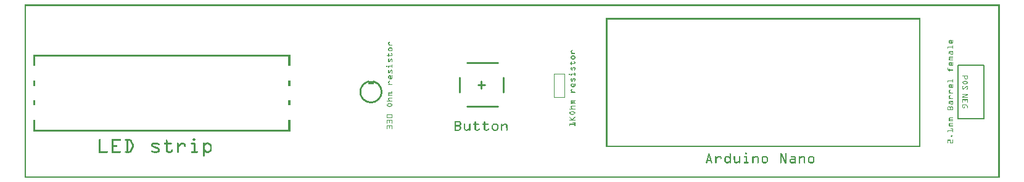
<source format=gto>
G04 MADE WITH FRITZING*
G04 WWW.FRITZING.ORG*
G04 DOUBLE SIDED*
G04 HOLES PLATED*
G04 CONTOUR ON CENTER OF CONTOUR VECTOR*
%ASAXBY*%
%FSLAX23Y23*%
%MOIN*%
%OFA0B0*%
%SFA1.0B1.0*%
%ADD10R,0.144999X0.295000X0.134999X0.285000*%
%ADD11C,0.005000*%
%ADD12C,0.010000*%
%ADD13R,0.001000X0.001000*%
%LNSILK1*%
G90*
G70*
G54D11*
X5047Y611D02*
X5187Y611D01*
X5187Y321D01*
X5047Y321D01*
X5047Y611D01*
D02*
G54D12*
X2588Y543D02*
X2588Y465D01*
D02*
X2392Y622D02*
X2559Y622D01*
D02*
X2392Y386D02*
X2559Y386D01*
D02*
X2352Y543D02*
X2352Y465D01*
D02*
X2470Y524D02*
X2470Y484D01*
D02*
X2490Y504D02*
X2451Y504D01*
G54D13*
X1Y939D02*
X5271Y939D01*
X1Y938D02*
X5271Y938D01*
X1Y937D02*
X5271Y937D01*
X1Y936D02*
X5271Y936D01*
X1Y935D02*
X5271Y935D01*
X1Y934D02*
X5271Y934D01*
X1Y933D02*
X5271Y933D01*
X1Y932D02*
X5271Y932D01*
X1Y931D02*
X8Y931D01*
X5264Y931D02*
X5271Y931D01*
X1Y930D02*
X8Y930D01*
X5264Y930D02*
X5271Y930D01*
X1Y929D02*
X8Y929D01*
X5264Y929D02*
X5271Y929D01*
X1Y928D02*
X8Y928D01*
X5264Y928D02*
X5271Y928D01*
X1Y927D02*
X8Y927D01*
X5264Y927D02*
X5271Y927D01*
X1Y926D02*
X8Y926D01*
X5264Y926D02*
X5271Y926D01*
X1Y925D02*
X8Y925D01*
X5264Y925D02*
X5271Y925D01*
X1Y924D02*
X8Y924D01*
X5264Y924D02*
X5271Y924D01*
X1Y923D02*
X8Y923D01*
X5264Y923D02*
X5271Y923D01*
X1Y922D02*
X8Y922D01*
X5264Y922D02*
X5271Y922D01*
X1Y921D02*
X8Y921D01*
X5264Y921D02*
X5271Y921D01*
X1Y920D02*
X8Y920D01*
X5264Y920D02*
X5271Y920D01*
X1Y919D02*
X8Y919D01*
X5264Y919D02*
X5271Y919D01*
X1Y918D02*
X8Y918D01*
X5264Y918D02*
X5271Y918D01*
X1Y917D02*
X8Y917D01*
X5264Y917D02*
X5271Y917D01*
X1Y916D02*
X8Y916D01*
X5264Y916D02*
X5271Y916D01*
X1Y915D02*
X8Y915D01*
X5264Y915D02*
X5271Y915D01*
X1Y914D02*
X8Y914D01*
X5264Y914D02*
X5271Y914D01*
X1Y913D02*
X8Y913D01*
X5264Y913D02*
X5271Y913D01*
X1Y912D02*
X8Y912D01*
X5264Y912D02*
X5271Y912D01*
X1Y911D02*
X8Y911D01*
X5264Y911D02*
X5271Y911D01*
X1Y910D02*
X8Y910D01*
X5264Y910D02*
X5271Y910D01*
X1Y909D02*
X8Y909D01*
X5264Y909D02*
X5271Y909D01*
X1Y908D02*
X8Y908D01*
X5264Y908D02*
X5271Y908D01*
X1Y907D02*
X8Y907D01*
X5264Y907D02*
X5271Y907D01*
X1Y906D02*
X8Y906D01*
X5264Y906D02*
X5271Y906D01*
X1Y905D02*
X8Y905D01*
X5264Y905D02*
X5271Y905D01*
X1Y904D02*
X8Y904D01*
X5264Y904D02*
X5271Y904D01*
X1Y903D02*
X8Y903D01*
X5264Y903D02*
X5271Y903D01*
X1Y902D02*
X8Y902D01*
X5264Y902D02*
X5271Y902D01*
X1Y901D02*
X8Y901D01*
X5264Y901D02*
X5271Y901D01*
X1Y900D02*
X8Y900D01*
X5264Y900D02*
X5271Y900D01*
X1Y899D02*
X8Y899D01*
X5264Y899D02*
X5271Y899D01*
X1Y898D02*
X8Y898D01*
X5264Y898D02*
X5271Y898D01*
X1Y897D02*
X8Y897D01*
X5264Y897D02*
X5271Y897D01*
X1Y896D02*
X8Y896D01*
X5264Y896D02*
X5271Y896D01*
X1Y895D02*
X8Y895D01*
X5264Y895D02*
X5271Y895D01*
X1Y894D02*
X8Y894D01*
X5264Y894D02*
X5271Y894D01*
X1Y893D02*
X8Y893D01*
X5264Y893D02*
X5271Y893D01*
X1Y892D02*
X8Y892D01*
X5264Y892D02*
X5271Y892D01*
X1Y891D02*
X8Y891D01*
X5264Y891D02*
X5271Y891D01*
X1Y890D02*
X8Y890D01*
X5264Y890D02*
X5271Y890D01*
X1Y889D02*
X8Y889D01*
X5264Y889D02*
X5271Y889D01*
X1Y888D02*
X8Y888D01*
X5264Y888D02*
X5271Y888D01*
X1Y887D02*
X8Y887D01*
X5264Y887D02*
X5271Y887D01*
X1Y886D02*
X8Y886D01*
X5264Y886D02*
X5271Y886D01*
X1Y885D02*
X8Y885D01*
X5264Y885D02*
X5271Y885D01*
X1Y884D02*
X8Y884D01*
X5264Y884D02*
X5271Y884D01*
X1Y883D02*
X8Y883D01*
X5264Y883D02*
X5271Y883D01*
X1Y882D02*
X8Y882D01*
X5264Y882D02*
X5271Y882D01*
X1Y881D02*
X8Y881D01*
X5264Y881D02*
X5271Y881D01*
X1Y880D02*
X8Y880D01*
X5264Y880D02*
X5271Y880D01*
X1Y879D02*
X8Y879D01*
X5264Y879D02*
X5271Y879D01*
X1Y878D02*
X8Y878D01*
X5264Y878D02*
X5271Y878D01*
X1Y877D02*
X8Y877D01*
X5264Y877D02*
X5271Y877D01*
X1Y876D02*
X8Y876D01*
X5264Y876D02*
X5271Y876D01*
X1Y875D02*
X8Y875D01*
X5264Y875D02*
X5271Y875D01*
X1Y874D02*
X8Y874D01*
X5264Y874D02*
X5271Y874D01*
X1Y873D02*
X8Y873D01*
X5264Y873D02*
X5271Y873D01*
X1Y872D02*
X8Y872D01*
X5264Y872D02*
X5271Y872D01*
X1Y871D02*
X8Y871D01*
X5264Y871D02*
X5271Y871D01*
X1Y870D02*
X8Y870D01*
X5264Y870D02*
X5271Y870D01*
X1Y869D02*
X8Y869D01*
X5264Y869D02*
X5271Y869D01*
X1Y868D02*
X8Y868D01*
X5264Y868D02*
X5271Y868D01*
X1Y867D02*
X8Y867D01*
X5264Y867D02*
X5271Y867D01*
X1Y866D02*
X8Y866D01*
X5264Y866D02*
X5271Y866D01*
X1Y865D02*
X8Y865D01*
X3143Y865D02*
X4842Y865D01*
X5264Y865D02*
X5271Y865D01*
X1Y864D02*
X8Y864D01*
X3143Y864D02*
X4842Y864D01*
X5264Y864D02*
X5271Y864D01*
X1Y863D02*
X8Y863D01*
X3143Y863D02*
X4842Y863D01*
X5264Y863D02*
X5271Y863D01*
X1Y862D02*
X8Y862D01*
X3143Y862D02*
X4842Y862D01*
X5264Y862D02*
X5271Y862D01*
X1Y861D02*
X8Y861D01*
X3143Y861D02*
X4842Y861D01*
X5264Y861D02*
X5271Y861D01*
X1Y860D02*
X8Y860D01*
X3143Y860D02*
X4842Y860D01*
X5264Y860D02*
X5271Y860D01*
X1Y859D02*
X8Y859D01*
X3143Y859D02*
X4842Y859D01*
X5264Y859D02*
X5271Y859D01*
X1Y858D02*
X8Y858D01*
X3143Y858D02*
X4842Y858D01*
X5264Y858D02*
X5271Y858D01*
X1Y857D02*
X8Y857D01*
X3143Y857D02*
X3150Y857D01*
X4835Y857D02*
X4842Y857D01*
X5264Y857D02*
X5271Y857D01*
X1Y856D02*
X8Y856D01*
X3143Y856D02*
X3150Y856D01*
X4835Y856D02*
X4842Y856D01*
X5264Y856D02*
X5271Y856D01*
X1Y855D02*
X8Y855D01*
X3143Y855D02*
X3150Y855D01*
X4835Y855D02*
X4842Y855D01*
X5264Y855D02*
X5271Y855D01*
X1Y854D02*
X8Y854D01*
X3143Y854D02*
X3150Y854D01*
X4835Y854D02*
X4842Y854D01*
X5264Y854D02*
X5271Y854D01*
X1Y853D02*
X8Y853D01*
X3143Y853D02*
X3150Y853D01*
X4835Y853D02*
X4842Y853D01*
X5264Y853D02*
X5271Y853D01*
X1Y852D02*
X8Y852D01*
X3143Y852D02*
X3150Y852D01*
X4835Y852D02*
X4842Y852D01*
X5264Y852D02*
X5271Y852D01*
X1Y851D02*
X8Y851D01*
X3143Y851D02*
X3150Y851D01*
X4835Y851D02*
X4842Y851D01*
X5264Y851D02*
X5271Y851D01*
X1Y850D02*
X8Y850D01*
X3143Y850D02*
X3150Y850D01*
X4835Y850D02*
X4842Y850D01*
X5264Y850D02*
X5271Y850D01*
X1Y849D02*
X8Y849D01*
X3143Y849D02*
X3150Y849D01*
X4835Y849D02*
X4842Y849D01*
X5264Y849D02*
X5271Y849D01*
X1Y848D02*
X8Y848D01*
X3143Y848D02*
X3150Y848D01*
X4835Y848D02*
X4842Y848D01*
X5264Y848D02*
X5271Y848D01*
X1Y847D02*
X8Y847D01*
X3143Y847D02*
X3150Y847D01*
X4835Y847D02*
X4842Y847D01*
X5264Y847D02*
X5271Y847D01*
X1Y846D02*
X8Y846D01*
X3143Y846D02*
X3150Y846D01*
X4835Y846D02*
X4842Y846D01*
X5264Y846D02*
X5271Y846D01*
X1Y845D02*
X8Y845D01*
X3143Y845D02*
X3150Y845D01*
X4835Y845D02*
X4842Y845D01*
X5264Y845D02*
X5271Y845D01*
X1Y844D02*
X8Y844D01*
X3143Y844D02*
X3150Y844D01*
X4835Y844D02*
X4842Y844D01*
X5264Y844D02*
X5271Y844D01*
X1Y843D02*
X8Y843D01*
X3143Y843D02*
X3150Y843D01*
X4835Y843D02*
X4842Y843D01*
X5264Y843D02*
X5271Y843D01*
X1Y842D02*
X8Y842D01*
X3143Y842D02*
X3150Y842D01*
X4835Y842D02*
X4842Y842D01*
X5264Y842D02*
X5271Y842D01*
X1Y841D02*
X8Y841D01*
X3143Y841D02*
X3150Y841D01*
X4835Y841D02*
X4842Y841D01*
X5264Y841D02*
X5271Y841D01*
X1Y840D02*
X8Y840D01*
X3143Y840D02*
X3150Y840D01*
X4835Y840D02*
X4842Y840D01*
X5264Y840D02*
X5271Y840D01*
X1Y839D02*
X8Y839D01*
X3143Y839D02*
X3150Y839D01*
X4835Y839D02*
X4842Y839D01*
X5264Y839D02*
X5271Y839D01*
X1Y838D02*
X8Y838D01*
X3143Y838D02*
X3150Y838D01*
X4835Y838D02*
X4842Y838D01*
X5264Y838D02*
X5271Y838D01*
X1Y837D02*
X8Y837D01*
X3143Y837D02*
X3150Y837D01*
X4835Y837D02*
X4842Y837D01*
X5264Y837D02*
X5271Y837D01*
X1Y836D02*
X8Y836D01*
X3143Y836D02*
X3150Y836D01*
X4835Y836D02*
X4842Y836D01*
X5264Y836D02*
X5271Y836D01*
X1Y835D02*
X8Y835D01*
X3143Y835D02*
X3150Y835D01*
X4835Y835D02*
X4842Y835D01*
X5264Y835D02*
X5271Y835D01*
X1Y834D02*
X8Y834D01*
X3143Y834D02*
X3150Y834D01*
X4835Y834D02*
X4842Y834D01*
X5264Y834D02*
X5271Y834D01*
X1Y833D02*
X8Y833D01*
X3143Y833D02*
X3150Y833D01*
X4835Y833D02*
X4842Y833D01*
X5264Y833D02*
X5271Y833D01*
X1Y832D02*
X8Y832D01*
X3143Y832D02*
X3150Y832D01*
X4835Y832D02*
X4842Y832D01*
X5264Y832D02*
X5271Y832D01*
X1Y831D02*
X8Y831D01*
X3143Y831D02*
X3150Y831D01*
X4835Y831D02*
X4842Y831D01*
X5264Y831D02*
X5271Y831D01*
X1Y830D02*
X8Y830D01*
X3143Y830D02*
X3150Y830D01*
X4835Y830D02*
X4842Y830D01*
X5264Y830D02*
X5271Y830D01*
X1Y829D02*
X8Y829D01*
X3143Y829D02*
X3150Y829D01*
X4835Y829D02*
X4842Y829D01*
X5264Y829D02*
X5271Y829D01*
X1Y828D02*
X8Y828D01*
X3143Y828D02*
X3150Y828D01*
X4835Y828D02*
X4842Y828D01*
X5264Y828D02*
X5271Y828D01*
X1Y827D02*
X8Y827D01*
X3143Y827D02*
X3150Y827D01*
X4835Y827D02*
X4842Y827D01*
X5264Y827D02*
X5271Y827D01*
X1Y826D02*
X8Y826D01*
X3143Y826D02*
X3150Y826D01*
X4835Y826D02*
X4842Y826D01*
X5264Y826D02*
X5271Y826D01*
X1Y825D02*
X8Y825D01*
X3143Y825D02*
X3150Y825D01*
X4835Y825D02*
X4842Y825D01*
X5264Y825D02*
X5271Y825D01*
X1Y824D02*
X8Y824D01*
X3143Y824D02*
X3150Y824D01*
X4835Y824D02*
X4842Y824D01*
X5264Y824D02*
X5271Y824D01*
X1Y823D02*
X8Y823D01*
X3143Y823D02*
X3150Y823D01*
X4835Y823D02*
X4842Y823D01*
X5264Y823D02*
X5271Y823D01*
X1Y822D02*
X8Y822D01*
X3143Y822D02*
X3150Y822D01*
X4835Y822D02*
X4842Y822D01*
X5264Y822D02*
X5271Y822D01*
X1Y821D02*
X8Y821D01*
X3143Y821D02*
X3150Y821D01*
X4835Y821D02*
X4842Y821D01*
X5264Y821D02*
X5271Y821D01*
X1Y820D02*
X8Y820D01*
X3143Y820D02*
X3150Y820D01*
X4835Y820D02*
X4842Y820D01*
X5264Y820D02*
X5271Y820D01*
X1Y819D02*
X8Y819D01*
X3143Y819D02*
X3150Y819D01*
X4835Y819D02*
X4842Y819D01*
X5264Y819D02*
X5271Y819D01*
X1Y818D02*
X8Y818D01*
X3143Y818D02*
X3150Y818D01*
X4835Y818D02*
X4842Y818D01*
X5264Y818D02*
X5271Y818D01*
X1Y817D02*
X8Y817D01*
X3143Y817D02*
X3150Y817D01*
X4835Y817D02*
X4842Y817D01*
X5264Y817D02*
X5271Y817D01*
X1Y816D02*
X8Y816D01*
X3143Y816D02*
X3150Y816D01*
X4835Y816D02*
X4842Y816D01*
X5264Y816D02*
X5271Y816D01*
X1Y815D02*
X8Y815D01*
X3143Y815D02*
X3150Y815D01*
X4835Y815D02*
X4842Y815D01*
X5264Y815D02*
X5271Y815D01*
X1Y814D02*
X8Y814D01*
X3143Y814D02*
X3150Y814D01*
X4835Y814D02*
X4842Y814D01*
X5264Y814D02*
X5271Y814D01*
X1Y813D02*
X8Y813D01*
X3143Y813D02*
X3150Y813D01*
X4835Y813D02*
X4842Y813D01*
X5264Y813D02*
X5271Y813D01*
X1Y812D02*
X8Y812D01*
X3143Y812D02*
X3150Y812D01*
X4835Y812D02*
X4842Y812D01*
X5264Y812D02*
X5271Y812D01*
X1Y811D02*
X8Y811D01*
X3143Y811D02*
X3150Y811D01*
X4835Y811D02*
X4842Y811D01*
X5264Y811D02*
X5271Y811D01*
X1Y810D02*
X8Y810D01*
X3143Y810D02*
X3150Y810D01*
X4835Y810D02*
X4842Y810D01*
X5264Y810D02*
X5271Y810D01*
X1Y809D02*
X8Y809D01*
X3143Y809D02*
X3150Y809D01*
X4835Y809D02*
X4842Y809D01*
X5264Y809D02*
X5271Y809D01*
X1Y808D02*
X8Y808D01*
X3143Y808D02*
X3150Y808D01*
X4835Y808D02*
X4842Y808D01*
X5264Y808D02*
X5271Y808D01*
X1Y807D02*
X8Y807D01*
X3143Y807D02*
X3150Y807D01*
X4835Y807D02*
X4842Y807D01*
X5264Y807D02*
X5271Y807D01*
X1Y806D02*
X8Y806D01*
X3143Y806D02*
X3150Y806D01*
X4835Y806D02*
X4842Y806D01*
X5264Y806D02*
X5271Y806D01*
X1Y805D02*
X8Y805D01*
X3143Y805D02*
X3150Y805D01*
X4835Y805D02*
X4842Y805D01*
X5264Y805D02*
X5271Y805D01*
X1Y804D02*
X8Y804D01*
X3143Y804D02*
X3150Y804D01*
X4835Y804D02*
X4842Y804D01*
X5264Y804D02*
X5271Y804D01*
X1Y803D02*
X8Y803D01*
X3143Y803D02*
X3150Y803D01*
X4835Y803D02*
X4842Y803D01*
X5264Y803D02*
X5271Y803D01*
X1Y802D02*
X8Y802D01*
X3143Y802D02*
X3150Y802D01*
X4835Y802D02*
X4842Y802D01*
X5264Y802D02*
X5271Y802D01*
X1Y801D02*
X8Y801D01*
X3143Y801D02*
X3150Y801D01*
X4835Y801D02*
X4842Y801D01*
X5264Y801D02*
X5271Y801D01*
X1Y800D02*
X8Y800D01*
X3143Y800D02*
X3150Y800D01*
X4835Y800D02*
X4842Y800D01*
X5264Y800D02*
X5271Y800D01*
X1Y799D02*
X8Y799D01*
X3143Y799D02*
X3150Y799D01*
X4835Y799D02*
X4842Y799D01*
X5264Y799D02*
X5271Y799D01*
X1Y798D02*
X8Y798D01*
X3143Y798D02*
X3150Y798D01*
X4835Y798D02*
X4842Y798D01*
X5264Y798D02*
X5271Y798D01*
X1Y797D02*
X8Y797D01*
X3143Y797D02*
X3150Y797D01*
X4835Y797D02*
X4842Y797D01*
X5264Y797D02*
X5271Y797D01*
X1Y796D02*
X8Y796D01*
X3143Y796D02*
X3150Y796D01*
X4835Y796D02*
X4842Y796D01*
X5264Y796D02*
X5271Y796D01*
X1Y795D02*
X8Y795D01*
X3143Y795D02*
X3150Y795D01*
X4835Y795D02*
X4842Y795D01*
X5264Y795D02*
X5271Y795D01*
X1Y794D02*
X8Y794D01*
X3143Y794D02*
X3150Y794D01*
X4835Y794D02*
X4842Y794D01*
X5264Y794D02*
X5271Y794D01*
X1Y793D02*
X8Y793D01*
X3143Y793D02*
X3150Y793D01*
X4835Y793D02*
X4842Y793D01*
X5264Y793D02*
X5271Y793D01*
X1Y792D02*
X8Y792D01*
X3143Y792D02*
X3150Y792D01*
X4835Y792D02*
X4842Y792D01*
X5264Y792D02*
X5271Y792D01*
X1Y791D02*
X8Y791D01*
X3143Y791D02*
X3150Y791D01*
X4835Y791D02*
X4842Y791D01*
X5264Y791D02*
X5271Y791D01*
X1Y790D02*
X8Y790D01*
X3143Y790D02*
X3150Y790D01*
X4835Y790D02*
X4842Y790D01*
X5264Y790D02*
X5271Y790D01*
X1Y789D02*
X8Y789D01*
X3143Y789D02*
X3150Y789D01*
X4835Y789D02*
X4842Y789D01*
X5264Y789D02*
X5271Y789D01*
X1Y788D02*
X8Y788D01*
X3143Y788D02*
X3150Y788D01*
X4835Y788D02*
X4842Y788D01*
X5264Y788D02*
X5271Y788D01*
X1Y787D02*
X8Y787D01*
X3143Y787D02*
X3150Y787D01*
X4835Y787D02*
X4842Y787D01*
X5264Y787D02*
X5271Y787D01*
X1Y786D02*
X8Y786D01*
X3143Y786D02*
X3150Y786D01*
X4835Y786D02*
X4842Y786D01*
X5264Y786D02*
X5271Y786D01*
X1Y785D02*
X8Y785D01*
X3143Y785D02*
X3150Y785D01*
X4835Y785D02*
X4842Y785D01*
X5264Y785D02*
X5271Y785D01*
X1Y784D02*
X8Y784D01*
X3143Y784D02*
X3150Y784D01*
X4835Y784D02*
X4842Y784D01*
X5264Y784D02*
X5271Y784D01*
X1Y783D02*
X8Y783D01*
X3143Y783D02*
X3150Y783D01*
X4835Y783D02*
X4842Y783D01*
X5264Y783D02*
X5271Y783D01*
X1Y782D02*
X8Y782D01*
X3143Y782D02*
X3150Y782D01*
X4835Y782D02*
X4842Y782D01*
X5264Y782D02*
X5271Y782D01*
X1Y781D02*
X8Y781D01*
X3143Y781D02*
X3150Y781D01*
X4835Y781D02*
X4842Y781D01*
X5264Y781D02*
X5271Y781D01*
X1Y780D02*
X8Y780D01*
X3143Y780D02*
X3150Y780D01*
X4835Y780D02*
X4842Y780D01*
X5264Y780D02*
X5271Y780D01*
X1Y779D02*
X8Y779D01*
X3143Y779D02*
X3150Y779D01*
X4835Y779D02*
X4842Y779D01*
X5264Y779D02*
X5271Y779D01*
X1Y778D02*
X8Y778D01*
X3143Y778D02*
X3150Y778D01*
X4835Y778D02*
X4842Y778D01*
X5264Y778D02*
X5271Y778D01*
X1Y777D02*
X8Y777D01*
X3143Y777D02*
X3150Y777D01*
X4835Y777D02*
X4842Y777D01*
X5264Y777D02*
X5271Y777D01*
X1Y776D02*
X8Y776D01*
X3143Y776D02*
X3150Y776D01*
X4835Y776D02*
X4842Y776D01*
X5264Y776D02*
X5271Y776D01*
X1Y775D02*
X8Y775D01*
X3143Y775D02*
X3150Y775D01*
X4835Y775D02*
X4842Y775D01*
X5264Y775D02*
X5271Y775D01*
X1Y774D02*
X8Y774D01*
X3143Y774D02*
X3150Y774D01*
X4835Y774D02*
X4842Y774D01*
X5264Y774D02*
X5271Y774D01*
X1Y773D02*
X8Y773D01*
X3143Y773D02*
X3150Y773D01*
X4835Y773D02*
X4842Y773D01*
X5264Y773D02*
X5271Y773D01*
X1Y772D02*
X8Y772D01*
X3143Y772D02*
X3150Y772D01*
X4835Y772D02*
X4842Y772D01*
X5264Y772D02*
X5271Y772D01*
X1Y771D02*
X8Y771D01*
X3143Y771D02*
X3150Y771D01*
X4835Y771D02*
X4842Y771D01*
X5264Y771D02*
X5271Y771D01*
X1Y770D02*
X8Y770D01*
X3143Y770D02*
X3150Y770D01*
X4835Y770D02*
X4842Y770D01*
X5264Y770D02*
X5271Y770D01*
X1Y769D02*
X8Y769D01*
X3143Y769D02*
X3150Y769D01*
X4835Y769D02*
X4842Y769D01*
X5264Y769D02*
X5271Y769D01*
X1Y768D02*
X8Y768D01*
X3143Y768D02*
X3150Y768D01*
X4835Y768D02*
X4842Y768D01*
X5264Y768D02*
X5271Y768D01*
X1Y767D02*
X8Y767D01*
X3143Y767D02*
X3150Y767D01*
X4835Y767D02*
X4842Y767D01*
X5264Y767D02*
X5271Y767D01*
X1Y766D02*
X8Y766D01*
X3143Y766D02*
X3150Y766D01*
X4835Y766D02*
X4842Y766D01*
X5264Y766D02*
X5271Y766D01*
X1Y765D02*
X8Y765D01*
X3143Y765D02*
X3150Y765D01*
X4835Y765D02*
X4842Y765D01*
X5264Y765D02*
X5271Y765D01*
X1Y764D02*
X8Y764D01*
X3143Y764D02*
X3150Y764D01*
X4835Y764D02*
X4842Y764D01*
X5264Y764D02*
X5271Y764D01*
X1Y763D02*
X8Y763D01*
X3143Y763D02*
X3150Y763D01*
X4835Y763D02*
X4842Y763D01*
X5264Y763D02*
X5271Y763D01*
X1Y762D02*
X8Y762D01*
X3143Y762D02*
X3150Y762D01*
X4835Y762D02*
X4842Y762D01*
X5264Y762D02*
X5271Y762D01*
X1Y761D02*
X8Y761D01*
X3143Y761D02*
X3150Y761D01*
X4835Y761D02*
X4842Y761D01*
X5264Y761D02*
X5271Y761D01*
X1Y760D02*
X8Y760D01*
X3143Y760D02*
X3150Y760D01*
X4835Y760D02*
X4842Y760D01*
X5264Y760D02*
X5271Y760D01*
X1Y759D02*
X8Y759D01*
X3143Y759D02*
X3150Y759D01*
X4835Y759D02*
X4842Y759D01*
X5264Y759D02*
X5271Y759D01*
X1Y758D02*
X8Y758D01*
X3143Y758D02*
X3150Y758D01*
X4835Y758D02*
X4842Y758D01*
X5264Y758D02*
X5271Y758D01*
X1Y757D02*
X8Y757D01*
X3143Y757D02*
X3150Y757D01*
X4835Y757D02*
X4842Y757D01*
X5264Y757D02*
X5271Y757D01*
X1Y756D02*
X8Y756D01*
X3143Y756D02*
X3150Y756D01*
X4835Y756D02*
X4842Y756D01*
X5264Y756D02*
X5271Y756D01*
X1Y755D02*
X8Y755D01*
X3143Y755D02*
X3150Y755D01*
X4835Y755D02*
X4842Y755D01*
X5264Y755D02*
X5271Y755D01*
X1Y754D02*
X8Y754D01*
X3143Y754D02*
X3150Y754D01*
X4835Y754D02*
X4842Y754D01*
X5264Y754D02*
X5271Y754D01*
X1Y753D02*
X8Y753D01*
X3143Y753D02*
X3150Y753D01*
X4835Y753D02*
X4842Y753D01*
X5264Y753D02*
X5271Y753D01*
X1Y752D02*
X8Y752D01*
X3143Y752D02*
X3150Y752D01*
X4835Y752D02*
X4842Y752D01*
X5264Y752D02*
X5271Y752D01*
X1Y751D02*
X8Y751D01*
X3143Y751D02*
X3150Y751D01*
X4835Y751D02*
X4842Y751D01*
X5264Y751D02*
X5271Y751D01*
X1Y750D02*
X8Y750D01*
X3143Y750D02*
X3150Y750D01*
X4835Y750D02*
X4842Y750D01*
X5264Y750D02*
X5271Y750D01*
X1Y749D02*
X8Y749D01*
X3143Y749D02*
X3150Y749D01*
X4835Y749D02*
X4842Y749D01*
X5264Y749D02*
X5271Y749D01*
X1Y748D02*
X8Y748D01*
X3143Y748D02*
X3150Y748D01*
X4835Y748D02*
X4842Y748D01*
X5264Y748D02*
X5271Y748D01*
X1Y747D02*
X8Y747D01*
X3143Y747D02*
X3150Y747D01*
X4835Y747D02*
X4842Y747D01*
X5001Y747D02*
X5010Y747D01*
X5016Y747D02*
X5019Y747D01*
X5264Y747D02*
X5271Y747D01*
X1Y746D02*
X8Y746D01*
X3143Y746D02*
X3150Y746D01*
X4835Y746D02*
X4842Y746D01*
X5000Y746D02*
X5010Y746D01*
X5016Y746D02*
X5019Y746D01*
X5264Y746D02*
X5271Y746D01*
X1Y745D02*
X8Y745D01*
X3143Y745D02*
X3150Y745D01*
X4835Y745D02*
X4842Y745D01*
X4999Y745D02*
X5010Y745D01*
X5016Y745D02*
X5019Y745D01*
X5264Y745D02*
X5271Y745D01*
X1Y744D02*
X8Y744D01*
X3143Y744D02*
X3150Y744D01*
X4835Y744D02*
X4842Y744D01*
X4998Y744D02*
X5010Y744D01*
X5016Y744D02*
X5019Y744D01*
X5264Y744D02*
X5271Y744D01*
X1Y743D02*
X8Y743D01*
X3143Y743D02*
X3150Y743D01*
X4835Y743D02*
X4842Y743D01*
X4997Y743D02*
X5002Y743D01*
X5007Y743D02*
X5010Y743D01*
X5016Y743D02*
X5019Y743D01*
X5264Y743D02*
X5271Y743D01*
X1Y742D02*
X8Y742D01*
X3143Y742D02*
X3150Y742D01*
X4835Y742D02*
X4842Y742D01*
X4997Y742D02*
X5001Y742D01*
X5007Y742D02*
X5010Y742D01*
X5016Y742D02*
X5019Y742D01*
X5264Y742D02*
X5271Y742D01*
X1Y741D02*
X8Y741D01*
X3143Y741D02*
X3150Y741D01*
X4835Y741D02*
X4842Y741D01*
X4997Y741D02*
X5000Y741D01*
X5007Y741D02*
X5010Y741D01*
X5016Y741D02*
X5019Y741D01*
X5264Y741D02*
X5271Y741D01*
X1Y740D02*
X8Y740D01*
X3143Y740D02*
X3150Y740D01*
X4835Y740D02*
X4842Y740D01*
X4997Y740D02*
X5000Y740D01*
X5007Y740D02*
X5010Y740D01*
X5016Y740D02*
X5019Y740D01*
X5264Y740D02*
X5271Y740D01*
X1Y739D02*
X8Y739D01*
X3143Y739D02*
X3150Y739D01*
X4835Y739D02*
X4842Y739D01*
X4997Y739D02*
X5000Y739D01*
X5007Y739D02*
X5010Y739D01*
X5016Y739D02*
X5019Y739D01*
X5264Y739D02*
X5271Y739D01*
X1Y738D02*
X8Y738D01*
X3143Y738D02*
X3150Y738D01*
X4835Y738D02*
X4842Y738D01*
X4997Y738D02*
X5000Y738D01*
X5007Y738D02*
X5010Y738D01*
X5016Y738D02*
X5019Y738D01*
X5264Y738D02*
X5271Y738D01*
X1Y737D02*
X8Y737D01*
X3143Y737D02*
X3150Y737D01*
X4835Y737D02*
X4842Y737D01*
X4997Y737D02*
X5000Y737D01*
X5007Y737D02*
X5010Y737D01*
X5016Y737D02*
X5019Y737D01*
X5264Y737D02*
X5271Y737D01*
X1Y736D02*
X8Y736D01*
X3143Y736D02*
X3150Y736D01*
X4835Y736D02*
X4842Y736D01*
X4997Y736D02*
X5000Y736D01*
X5007Y736D02*
X5010Y736D01*
X5016Y736D02*
X5019Y736D01*
X5264Y736D02*
X5271Y736D01*
X1Y735D02*
X8Y735D01*
X1970Y735D02*
X1975Y735D01*
X3143Y735D02*
X3150Y735D01*
X4835Y735D02*
X4842Y735D01*
X4997Y735D02*
X5000Y735D01*
X5007Y735D02*
X5010Y735D01*
X5016Y735D02*
X5019Y735D01*
X5264Y735D02*
X5271Y735D01*
X1Y734D02*
X8Y734D01*
X1969Y734D02*
X1975Y734D01*
X3143Y734D02*
X3150Y734D01*
X4835Y734D02*
X4842Y734D01*
X4997Y734D02*
X5000Y734D01*
X5007Y734D02*
X5010Y734D01*
X5016Y734D02*
X5019Y734D01*
X5264Y734D02*
X5271Y734D01*
X1Y733D02*
X8Y733D01*
X1968Y733D02*
X1975Y733D01*
X3143Y733D02*
X3150Y733D01*
X4835Y733D02*
X4842Y733D01*
X4997Y733D02*
X5001Y733D01*
X5007Y733D02*
X5010Y733D01*
X5015Y733D02*
X5019Y733D01*
X5264Y733D02*
X5271Y733D01*
X1Y732D02*
X8Y732D01*
X1967Y732D02*
X1974Y732D01*
X3143Y732D02*
X3150Y732D01*
X4835Y732D02*
X4842Y732D01*
X4997Y732D02*
X5002Y732D01*
X5007Y732D02*
X5010Y732D01*
X5014Y732D02*
X5019Y732D01*
X5264Y732D02*
X5271Y732D01*
X1Y731D02*
X8Y731D01*
X1967Y731D02*
X1971Y731D01*
X3143Y731D02*
X3150Y731D01*
X4835Y731D02*
X4842Y731D01*
X4998Y731D02*
X5018Y731D01*
X5264Y731D02*
X5271Y731D01*
X1Y730D02*
X8Y730D01*
X1967Y730D02*
X1970Y730D01*
X3143Y730D02*
X3150Y730D01*
X4835Y730D02*
X4842Y730D01*
X4999Y730D02*
X5017Y730D01*
X5264Y730D02*
X5271Y730D01*
X1Y729D02*
X8Y729D01*
X1967Y729D02*
X1970Y729D01*
X3143Y729D02*
X3150Y729D01*
X4835Y729D02*
X4842Y729D01*
X5000Y729D02*
X5016Y729D01*
X5264Y729D02*
X5271Y729D01*
X1Y728D02*
X8Y728D01*
X1967Y728D02*
X1970Y728D01*
X3143Y728D02*
X3150Y728D01*
X4835Y728D02*
X4842Y728D01*
X5001Y728D02*
X5015Y728D01*
X5264Y728D02*
X5271Y728D01*
X1Y727D02*
X8Y727D01*
X1967Y727D02*
X1970Y727D01*
X3143Y727D02*
X3150Y727D01*
X4835Y727D02*
X4842Y727D01*
X5264Y727D02*
X5271Y727D01*
X1Y726D02*
X8Y726D01*
X1967Y726D02*
X1970Y726D01*
X3143Y726D02*
X3150Y726D01*
X4835Y726D02*
X4842Y726D01*
X5264Y726D02*
X5271Y726D01*
X1Y725D02*
X8Y725D01*
X1967Y725D02*
X1971Y725D01*
X3143Y725D02*
X3150Y725D01*
X4835Y725D02*
X4842Y725D01*
X5264Y725D02*
X5271Y725D01*
X1Y724D02*
X8Y724D01*
X1967Y724D02*
X1972Y724D01*
X3143Y724D02*
X3150Y724D01*
X4835Y724D02*
X4842Y724D01*
X5264Y724D02*
X5271Y724D01*
X1Y723D02*
X8Y723D01*
X1968Y723D02*
X1973Y723D01*
X3143Y723D02*
X3150Y723D01*
X4835Y723D02*
X4842Y723D01*
X5264Y723D02*
X5271Y723D01*
X1Y722D02*
X8Y722D01*
X1969Y722D02*
X1974Y722D01*
X3143Y722D02*
X3150Y722D01*
X4835Y722D02*
X4842Y722D01*
X5264Y722D02*
X5271Y722D01*
X1Y721D02*
X8Y721D01*
X1970Y721D02*
X1974Y721D01*
X3143Y721D02*
X3150Y721D01*
X4835Y721D02*
X4842Y721D01*
X5264Y721D02*
X5271Y721D01*
X1Y720D02*
X8Y720D01*
X1971Y720D02*
X1975Y720D01*
X3143Y720D02*
X3150Y720D01*
X4835Y720D02*
X4842Y720D01*
X5264Y720D02*
X5271Y720D01*
X1Y719D02*
X8Y719D01*
X1968Y719D02*
X1988Y719D01*
X3143Y719D02*
X3150Y719D01*
X4835Y719D02*
X4842Y719D01*
X5264Y719D02*
X5271Y719D01*
X1Y718D02*
X8Y718D01*
X1967Y718D02*
X1989Y718D01*
X3143Y718D02*
X3150Y718D01*
X4835Y718D02*
X4842Y718D01*
X5264Y718D02*
X5271Y718D01*
X1Y717D02*
X8Y717D01*
X1967Y717D02*
X1989Y717D01*
X3143Y717D02*
X3150Y717D01*
X4835Y717D02*
X4842Y717D01*
X5264Y717D02*
X5271Y717D01*
X1Y716D02*
X8Y716D01*
X1967Y716D02*
X1989Y716D01*
X3143Y716D02*
X3150Y716D01*
X4835Y716D02*
X4842Y716D01*
X5264Y716D02*
X5271Y716D01*
X1Y715D02*
X8Y715D01*
X3143Y715D02*
X3150Y715D01*
X4835Y715D02*
X4842Y715D01*
X5017Y715D02*
X5019Y715D01*
X5264Y715D02*
X5271Y715D01*
X1Y714D02*
X8Y714D01*
X3143Y714D02*
X3150Y714D01*
X4835Y714D02*
X4842Y714D01*
X5016Y714D02*
X5019Y714D01*
X5264Y714D02*
X5271Y714D01*
X1Y713D02*
X8Y713D01*
X3143Y713D02*
X3150Y713D01*
X4835Y713D02*
X4842Y713D01*
X5016Y713D02*
X5019Y713D01*
X5264Y713D02*
X5271Y713D01*
X1Y712D02*
X8Y712D01*
X3143Y712D02*
X3150Y712D01*
X4835Y712D02*
X4842Y712D01*
X5016Y712D02*
X5019Y712D01*
X5264Y712D02*
X5271Y712D01*
X1Y711D02*
X8Y711D01*
X3143Y711D02*
X3150Y711D01*
X4835Y711D02*
X4842Y711D01*
X5016Y711D02*
X5019Y711D01*
X5264Y711D02*
X5271Y711D01*
X1Y710D02*
X8Y710D01*
X3143Y710D02*
X3150Y710D01*
X4835Y710D02*
X4842Y710D01*
X5016Y710D02*
X5019Y710D01*
X5264Y710D02*
X5271Y710D01*
X1Y709D02*
X8Y709D01*
X3143Y709D02*
X3150Y709D01*
X4835Y709D02*
X4842Y709D01*
X4989Y709D02*
X5019Y709D01*
X5264Y709D02*
X5271Y709D01*
X1Y708D02*
X8Y708D01*
X3143Y708D02*
X3150Y708D01*
X4835Y708D02*
X4842Y708D01*
X4988Y708D02*
X5019Y708D01*
X5264Y708D02*
X5271Y708D01*
X1Y707D02*
X8Y707D01*
X3143Y707D02*
X3150Y707D01*
X4835Y707D02*
X4842Y707D01*
X4988Y707D02*
X5019Y707D01*
X5264Y707D02*
X5271Y707D01*
X1Y706D02*
X8Y706D01*
X3143Y706D02*
X3150Y706D01*
X4835Y706D02*
X4842Y706D01*
X4988Y706D02*
X5019Y706D01*
X5264Y706D02*
X5271Y706D01*
X1Y705D02*
X8Y705D01*
X1971Y705D02*
X1985Y705D01*
X3143Y705D02*
X3150Y705D01*
X4835Y705D02*
X4842Y705D01*
X4988Y705D02*
X4991Y705D01*
X5016Y705D02*
X5019Y705D01*
X5264Y705D02*
X5271Y705D01*
X1Y704D02*
X8Y704D01*
X1970Y704D02*
X1986Y704D01*
X3143Y704D02*
X3150Y704D01*
X4835Y704D02*
X4842Y704D01*
X4988Y704D02*
X4991Y704D01*
X5016Y704D02*
X5019Y704D01*
X5264Y704D02*
X5271Y704D01*
X1Y703D02*
X8Y703D01*
X1969Y703D02*
X1987Y703D01*
X3143Y703D02*
X3150Y703D01*
X4835Y703D02*
X4842Y703D01*
X4988Y703D02*
X4991Y703D01*
X5016Y703D02*
X5019Y703D01*
X5264Y703D02*
X5271Y703D01*
X1Y702D02*
X8Y702D01*
X1968Y702D02*
X1988Y702D01*
X3143Y702D02*
X3150Y702D01*
X4835Y702D02*
X4842Y702D01*
X4988Y702D02*
X4991Y702D01*
X5016Y702D02*
X5019Y702D01*
X5264Y702D02*
X5271Y702D01*
X1Y701D02*
X8Y701D01*
X1968Y701D02*
X1972Y701D01*
X1984Y701D02*
X1989Y701D01*
X3143Y701D02*
X3150Y701D01*
X4835Y701D02*
X4842Y701D01*
X4988Y701D02*
X4991Y701D01*
X5016Y701D02*
X5019Y701D01*
X5264Y701D02*
X5271Y701D01*
X1Y700D02*
X8Y700D01*
X1967Y700D02*
X1971Y700D01*
X1985Y700D02*
X1989Y700D01*
X3143Y700D02*
X3150Y700D01*
X4835Y700D02*
X4842Y700D01*
X4988Y700D02*
X4990Y700D01*
X5017Y700D02*
X5019Y700D01*
X5264Y700D02*
X5271Y700D01*
X1Y699D02*
X8Y699D01*
X1967Y699D02*
X1970Y699D01*
X1986Y699D02*
X1989Y699D01*
X3143Y699D02*
X3150Y699D01*
X4835Y699D02*
X4842Y699D01*
X5264Y699D02*
X5271Y699D01*
X1Y698D02*
X8Y698D01*
X1967Y698D02*
X1970Y698D01*
X1986Y698D02*
X1989Y698D01*
X3143Y698D02*
X3150Y698D01*
X4835Y698D02*
X4842Y698D01*
X5264Y698D02*
X5271Y698D01*
X1Y697D02*
X8Y697D01*
X1967Y697D02*
X1970Y697D01*
X1986Y697D02*
X1989Y697D01*
X3143Y697D02*
X3150Y697D01*
X4835Y697D02*
X4842Y697D01*
X5264Y697D02*
X5271Y697D01*
X1Y696D02*
X8Y696D01*
X1967Y696D02*
X1970Y696D01*
X1986Y696D02*
X1989Y696D01*
X3143Y696D02*
X3150Y696D01*
X4835Y696D02*
X4842Y696D01*
X5264Y696D02*
X5271Y696D01*
X1Y695D02*
X8Y695D01*
X1967Y695D02*
X1970Y695D01*
X1986Y695D02*
X1989Y695D01*
X3143Y695D02*
X3150Y695D01*
X4835Y695D02*
X4842Y695D01*
X5264Y695D02*
X5271Y695D01*
X1Y694D02*
X8Y694D01*
X1967Y694D02*
X1970Y694D01*
X1986Y694D02*
X1989Y694D01*
X3143Y694D02*
X3150Y694D01*
X4835Y694D02*
X4842Y694D01*
X5264Y694D02*
X5271Y694D01*
X1Y693D02*
X8Y693D01*
X1967Y693D02*
X1970Y693D01*
X1986Y693D02*
X1989Y693D01*
X3143Y693D02*
X3150Y693D01*
X4835Y693D02*
X4842Y693D01*
X5264Y693D02*
X5271Y693D01*
X1Y692D02*
X8Y692D01*
X1967Y692D02*
X1970Y692D01*
X1986Y692D02*
X1989Y692D01*
X2959Y692D02*
X2961Y692D01*
X3143Y692D02*
X3150Y692D01*
X4835Y692D02*
X4842Y692D01*
X5264Y692D02*
X5271Y692D01*
X1Y691D02*
X8Y691D01*
X1967Y691D02*
X1971Y691D01*
X1985Y691D02*
X1989Y691D01*
X2957Y691D02*
X2962Y691D01*
X3143Y691D02*
X3150Y691D01*
X4835Y691D02*
X4842Y691D01*
X5264Y691D02*
X5271Y691D01*
X1Y690D02*
X8Y690D01*
X1967Y690D02*
X1972Y690D01*
X1984Y690D02*
X1989Y690D01*
X2956Y690D02*
X2963Y690D01*
X3143Y690D02*
X3150Y690D01*
X4835Y690D02*
X4842Y690D01*
X5264Y690D02*
X5271Y690D01*
X1Y689D02*
X8Y689D01*
X1968Y689D02*
X1988Y689D01*
X2955Y689D02*
X2962Y689D01*
X3143Y689D02*
X3150Y689D01*
X4835Y689D02*
X4842Y689D01*
X5264Y689D02*
X5271Y689D01*
X1Y688D02*
X8Y688D01*
X1969Y688D02*
X1987Y688D01*
X2954Y688D02*
X2959Y688D01*
X3143Y688D02*
X3150Y688D01*
X4835Y688D02*
X4842Y688D01*
X5264Y688D02*
X5271Y688D01*
X1Y687D02*
X8Y687D01*
X1970Y687D02*
X1986Y687D01*
X2954Y687D02*
X2958Y687D01*
X3143Y687D02*
X3150Y687D01*
X4835Y687D02*
X4842Y687D01*
X5001Y687D02*
X5019Y687D01*
X5264Y687D02*
X5271Y687D01*
X1Y686D02*
X8Y686D01*
X1971Y686D02*
X1985Y686D01*
X2954Y686D02*
X2957Y686D01*
X3143Y686D02*
X3150Y686D01*
X4835Y686D02*
X4842Y686D01*
X4999Y686D02*
X5019Y686D01*
X5264Y686D02*
X5271Y686D01*
X1Y685D02*
X8Y685D01*
X2954Y685D02*
X2957Y685D01*
X3143Y685D02*
X3150Y685D01*
X4835Y685D02*
X4842Y685D01*
X4998Y685D02*
X5019Y685D01*
X5264Y685D02*
X5271Y685D01*
X1Y684D02*
X8Y684D01*
X2954Y684D02*
X2957Y684D01*
X3143Y684D02*
X3150Y684D01*
X4835Y684D02*
X4842Y684D01*
X4998Y684D02*
X5018Y684D01*
X5264Y684D02*
X5271Y684D01*
X1Y683D02*
X8Y683D01*
X2954Y683D02*
X2957Y683D01*
X3143Y683D02*
X3150Y683D01*
X4835Y683D02*
X4842Y683D01*
X4997Y683D02*
X5002Y683D01*
X5005Y683D02*
X5010Y683D01*
X5014Y683D02*
X5018Y683D01*
X5264Y683D02*
X5271Y683D01*
X1Y682D02*
X8Y682D01*
X2954Y682D02*
X2958Y682D01*
X3143Y682D02*
X3150Y682D01*
X4835Y682D02*
X4842Y682D01*
X4997Y682D02*
X5000Y682D01*
X5006Y682D02*
X5009Y682D01*
X5014Y682D02*
X5018Y682D01*
X5264Y682D02*
X5271Y682D01*
X1Y681D02*
X8Y681D01*
X2954Y681D02*
X2959Y681D01*
X3143Y681D02*
X3150Y681D01*
X4835Y681D02*
X4842Y681D01*
X4997Y681D02*
X5000Y681D01*
X5005Y681D02*
X5009Y681D01*
X5015Y681D02*
X5019Y681D01*
X5264Y681D02*
X5271Y681D01*
X1Y680D02*
X8Y680D01*
X2955Y680D02*
X2960Y680D01*
X3143Y680D02*
X3150Y680D01*
X4835Y680D02*
X4842Y680D01*
X4997Y680D02*
X5000Y680D01*
X5005Y680D02*
X5009Y680D01*
X5015Y680D02*
X5019Y680D01*
X5264Y680D02*
X5271Y680D01*
X1Y679D02*
X8Y679D01*
X2956Y679D02*
X2960Y679D01*
X3143Y679D02*
X3150Y679D01*
X4835Y679D02*
X4842Y679D01*
X4997Y679D02*
X5000Y679D01*
X5005Y679D02*
X5009Y679D01*
X5016Y679D02*
X5019Y679D01*
X5264Y679D02*
X5271Y679D01*
X1Y678D02*
X8Y678D01*
X2957Y678D02*
X2961Y678D01*
X3143Y678D02*
X3150Y678D01*
X4835Y678D02*
X4842Y678D01*
X4997Y678D02*
X5000Y678D01*
X5005Y678D02*
X5009Y678D01*
X5016Y678D02*
X5019Y678D01*
X5264Y678D02*
X5271Y678D01*
X1Y677D02*
X8Y677D01*
X2958Y677D02*
X2962Y677D01*
X3143Y677D02*
X3150Y677D01*
X4835Y677D02*
X4842Y677D01*
X4997Y677D02*
X5000Y677D01*
X5005Y677D02*
X5009Y677D01*
X5016Y677D02*
X5019Y677D01*
X5264Y677D02*
X5271Y677D01*
X1Y676D02*
X8Y676D01*
X2958Y676D02*
X2963Y676D01*
X3143Y676D02*
X3150Y676D01*
X4835Y676D02*
X4842Y676D01*
X4997Y676D02*
X5000Y676D01*
X5005Y676D02*
X5009Y676D01*
X5016Y676D02*
X5019Y676D01*
X5264Y676D02*
X5271Y676D01*
X1Y675D02*
X8Y675D01*
X1983Y675D02*
X1986Y675D01*
X2955Y675D02*
X2976Y675D01*
X3143Y675D02*
X3150Y675D01*
X4835Y675D02*
X4842Y675D01*
X4997Y675D02*
X5000Y675D01*
X5005Y675D02*
X5009Y675D01*
X5016Y675D02*
X5019Y675D01*
X5264Y675D02*
X5271Y675D01*
X1Y674D02*
X8Y674D01*
X1983Y674D02*
X1987Y674D01*
X2954Y674D02*
X2977Y674D01*
X3143Y674D02*
X3150Y674D01*
X4835Y674D02*
X4842Y674D01*
X4997Y674D02*
X5000Y674D01*
X5005Y674D02*
X5009Y674D01*
X5016Y674D02*
X5019Y674D01*
X5264Y674D02*
X5271Y674D01*
X1Y673D02*
X8Y673D01*
X1967Y673D02*
X1969Y673D01*
X1983Y673D02*
X1988Y673D01*
X2954Y673D02*
X2977Y673D01*
X3143Y673D02*
X3150Y673D01*
X4835Y673D02*
X4842Y673D01*
X4997Y673D02*
X5000Y673D01*
X5005Y673D02*
X5009Y673D01*
X5016Y673D02*
X5019Y673D01*
X5264Y673D02*
X5271Y673D01*
X1Y672D02*
X8Y672D01*
X1967Y672D02*
X1970Y672D01*
X1984Y672D02*
X1989Y672D01*
X2955Y672D02*
X2976Y672D01*
X3143Y672D02*
X3150Y672D01*
X4835Y672D02*
X4842Y672D01*
X4997Y672D02*
X4999Y672D01*
X5006Y672D02*
X5009Y672D01*
X5016Y672D02*
X5019Y672D01*
X5264Y672D02*
X5271Y672D01*
X1Y671D02*
X8Y671D01*
X1967Y671D02*
X1970Y671D01*
X1985Y671D02*
X1989Y671D01*
X3143Y671D02*
X3150Y671D01*
X4835Y671D02*
X4842Y671D01*
X5006Y671D02*
X5019Y671D01*
X5264Y671D02*
X5271Y671D01*
X1Y670D02*
X8Y670D01*
X1967Y670D02*
X1970Y670D01*
X1986Y670D02*
X1989Y670D01*
X3143Y670D02*
X3150Y670D01*
X4835Y670D02*
X4842Y670D01*
X5007Y670D02*
X5018Y670D01*
X5264Y670D02*
X5271Y670D01*
X1Y669D02*
X8Y669D01*
X1967Y669D02*
X1970Y669D01*
X1986Y669D02*
X1989Y669D01*
X3143Y669D02*
X3150Y669D01*
X4835Y669D02*
X4842Y669D01*
X5007Y669D02*
X5018Y669D01*
X5264Y669D02*
X5271Y669D01*
X1Y668D02*
X8Y668D01*
X49Y668D02*
X1437Y668D01*
X1967Y668D02*
X1970Y668D01*
X1986Y668D02*
X1989Y668D01*
X3143Y668D02*
X3150Y668D01*
X4835Y668D02*
X4842Y668D01*
X5009Y668D02*
X5016Y668D01*
X5264Y668D02*
X5271Y668D01*
X1Y667D02*
X8Y667D01*
X49Y667D02*
X1437Y667D01*
X1967Y667D02*
X1970Y667D01*
X1986Y667D02*
X1989Y667D01*
X3143Y667D02*
X3150Y667D01*
X4835Y667D02*
X4842Y667D01*
X5264Y667D02*
X5271Y667D01*
X1Y666D02*
X8Y666D01*
X49Y666D02*
X1437Y666D01*
X1967Y666D02*
X1970Y666D01*
X1986Y666D02*
X1989Y666D01*
X3143Y666D02*
X3150Y666D01*
X4835Y666D02*
X4842Y666D01*
X5264Y666D02*
X5271Y666D01*
X1Y665D02*
X8Y665D01*
X49Y665D02*
X1437Y665D01*
X1967Y665D02*
X1970Y665D01*
X1986Y665D02*
X1989Y665D01*
X3143Y665D02*
X3150Y665D01*
X4835Y665D02*
X4842Y665D01*
X5264Y665D02*
X5271Y665D01*
X1Y664D02*
X8Y664D01*
X49Y664D02*
X1437Y664D01*
X1967Y664D02*
X1970Y664D01*
X1986Y664D02*
X1989Y664D01*
X3143Y664D02*
X3150Y664D01*
X4835Y664D02*
X4842Y664D01*
X5264Y664D02*
X5271Y664D01*
X1Y663D02*
X8Y663D01*
X49Y663D02*
X1437Y663D01*
X1961Y663D02*
X1989Y663D01*
X3143Y663D02*
X3150Y663D01*
X4835Y663D02*
X4842Y663D01*
X5264Y663D02*
X5271Y663D01*
X1Y662D02*
X8Y662D01*
X49Y662D02*
X1437Y662D01*
X1960Y662D02*
X1988Y662D01*
X2960Y662D02*
X2971Y662D01*
X3143Y662D02*
X3150Y662D01*
X4835Y662D02*
X4842Y662D01*
X5264Y662D02*
X5271Y662D01*
X1Y661D02*
X8Y661D01*
X49Y661D02*
X1437Y661D01*
X1960Y661D02*
X1988Y661D01*
X2958Y661D02*
X2973Y661D01*
X3143Y661D02*
X3150Y661D01*
X4835Y661D02*
X4842Y661D01*
X5264Y661D02*
X5271Y661D01*
X1Y660D02*
X8Y660D01*
X49Y660D02*
X1437Y660D01*
X1960Y660D02*
X1986Y660D01*
X2957Y660D02*
X2974Y660D01*
X3143Y660D02*
X3150Y660D01*
X4835Y660D02*
X4842Y660D01*
X5264Y660D02*
X5271Y660D01*
X1Y659D02*
X8Y659D01*
X49Y659D02*
X1437Y659D01*
X1966Y659D02*
X1970Y659D01*
X2956Y659D02*
X2975Y659D01*
X3143Y659D02*
X3150Y659D01*
X4835Y659D02*
X4842Y659D01*
X5264Y659D02*
X5271Y659D01*
X1Y658D02*
X8Y658D01*
X49Y658D02*
X59Y658D01*
X1427Y658D02*
X1437Y658D01*
X1967Y658D02*
X1970Y658D01*
X2955Y658D02*
X2976Y658D01*
X3143Y658D02*
X3150Y658D01*
X4835Y658D02*
X4842Y658D01*
X5264Y658D02*
X5271Y658D01*
X1Y657D02*
X8Y657D01*
X49Y657D02*
X59Y657D01*
X1427Y657D02*
X1437Y657D01*
X1967Y657D02*
X1970Y657D01*
X2955Y657D02*
X2959Y657D01*
X2972Y657D02*
X2976Y657D01*
X3143Y657D02*
X3150Y657D01*
X4835Y657D02*
X4842Y657D01*
X5000Y657D02*
X5019Y657D01*
X5264Y657D02*
X5271Y657D01*
X1Y656D02*
X8Y656D01*
X49Y656D02*
X59Y656D01*
X1427Y656D02*
X1437Y656D01*
X1967Y656D02*
X1970Y656D01*
X2954Y656D02*
X2958Y656D01*
X2973Y656D02*
X2977Y656D01*
X3143Y656D02*
X3150Y656D01*
X4835Y656D02*
X4842Y656D01*
X4998Y656D02*
X5019Y656D01*
X5264Y656D02*
X5271Y656D01*
X1Y655D02*
X8Y655D01*
X49Y655D02*
X59Y655D01*
X1427Y655D02*
X1437Y655D01*
X1968Y655D02*
X1968Y655D01*
X2954Y655D02*
X2957Y655D01*
X2973Y655D02*
X2977Y655D01*
X3143Y655D02*
X3150Y655D01*
X4835Y655D02*
X4842Y655D01*
X4998Y655D02*
X5019Y655D01*
X5264Y655D02*
X5271Y655D01*
X1Y654D02*
X8Y654D01*
X49Y654D02*
X59Y654D01*
X1427Y654D02*
X1437Y654D01*
X2954Y654D02*
X2957Y654D01*
X2974Y654D02*
X2977Y654D01*
X3143Y654D02*
X3150Y654D01*
X4835Y654D02*
X4842Y654D01*
X4997Y654D02*
X5018Y654D01*
X5264Y654D02*
X5271Y654D01*
X1Y653D02*
X8Y653D01*
X49Y653D02*
X59Y653D01*
X1427Y653D02*
X1437Y653D01*
X2954Y653D02*
X2957Y653D01*
X2974Y653D02*
X2977Y653D01*
X3143Y653D02*
X3150Y653D01*
X4835Y653D02*
X4842Y653D01*
X4997Y653D02*
X5000Y653D01*
X5264Y653D02*
X5271Y653D01*
X1Y652D02*
X8Y652D01*
X49Y652D02*
X59Y652D01*
X1427Y652D02*
X1437Y652D01*
X2954Y652D02*
X2957Y652D01*
X2974Y652D02*
X2977Y652D01*
X3143Y652D02*
X3150Y652D01*
X4835Y652D02*
X4842Y652D01*
X4997Y652D02*
X5000Y652D01*
X5264Y652D02*
X5271Y652D01*
X1Y651D02*
X8Y651D01*
X49Y651D02*
X59Y651D01*
X1427Y651D02*
X1437Y651D01*
X2954Y651D02*
X2957Y651D01*
X2974Y651D02*
X2977Y651D01*
X3143Y651D02*
X3150Y651D01*
X4835Y651D02*
X4842Y651D01*
X4997Y651D02*
X5001Y651D01*
X5264Y651D02*
X5271Y651D01*
X1Y650D02*
X8Y650D01*
X49Y650D02*
X59Y650D01*
X1427Y650D02*
X1437Y650D01*
X2954Y650D02*
X2957Y650D01*
X2974Y650D02*
X2977Y650D01*
X3143Y650D02*
X3150Y650D01*
X4835Y650D02*
X4842Y650D01*
X4997Y650D02*
X5002Y650D01*
X5264Y650D02*
X5271Y650D01*
X1Y649D02*
X8Y649D01*
X49Y649D02*
X59Y649D01*
X1427Y649D02*
X1437Y649D01*
X2954Y649D02*
X2957Y649D01*
X2974Y649D02*
X2977Y649D01*
X3143Y649D02*
X3150Y649D01*
X4835Y649D02*
X4842Y649D01*
X4998Y649D02*
X5018Y649D01*
X5264Y649D02*
X5271Y649D01*
X1Y648D02*
X8Y648D01*
X49Y648D02*
X59Y648D01*
X1427Y648D02*
X1437Y648D01*
X2954Y648D02*
X2958Y648D01*
X2973Y648D02*
X2977Y648D01*
X3143Y648D02*
X3150Y648D01*
X4835Y648D02*
X4842Y648D01*
X4998Y648D02*
X5019Y648D01*
X5264Y648D02*
X5271Y648D01*
X1Y647D02*
X8Y647D01*
X49Y647D02*
X59Y647D01*
X1427Y647D02*
X1437Y647D01*
X2955Y647D02*
X2959Y647D01*
X2972Y647D02*
X2976Y647D01*
X3143Y647D02*
X3150Y647D01*
X4835Y647D02*
X4842Y647D01*
X4997Y647D02*
X5019Y647D01*
X5264Y647D02*
X5271Y647D01*
X1Y646D02*
X8Y646D01*
X49Y646D02*
X59Y646D01*
X1427Y646D02*
X1437Y646D01*
X2955Y646D02*
X2960Y646D01*
X2971Y646D02*
X2976Y646D01*
X3143Y646D02*
X3150Y646D01*
X4835Y646D02*
X4842Y646D01*
X4997Y646D02*
X5019Y646D01*
X5264Y646D02*
X5271Y646D01*
X1Y645D02*
X8Y645D01*
X49Y645D02*
X59Y645D01*
X1427Y645D02*
X1437Y645D01*
X1970Y645D02*
X1970Y645D01*
X1982Y645D02*
X1985Y645D01*
X2956Y645D02*
X2975Y645D01*
X3143Y645D02*
X3150Y645D01*
X4835Y645D02*
X4842Y645D01*
X4997Y645D02*
X5000Y645D01*
X5264Y645D02*
X5271Y645D01*
X1Y644D02*
X8Y644D01*
X49Y644D02*
X59Y644D01*
X1427Y644D02*
X1437Y644D01*
X1969Y644D02*
X1971Y644D01*
X1980Y644D02*
X1987Y644D01*
X2957Y644D02*
X2974Y644D01*
X3143Y644D02*
X3150Y644D01*
X4835Y644D02*
X4842Y644D01*
X4997Y644D02*
X5000Y644D01*
X5264Y644D02*
X5271Y644D01*
X1Y643D02*
X8Y643D01*
X49Y643D02*
X59Y643D01*
X1427Y643D02*
X1437Y643D01*
X1968Y643D02*
X1972Y643D01*
X1979Y643D02*
X1988Y643D01*
X2958Y643D02*
X2973Y643D01*
X3143Y643D02*
X3150Y643D01*
X4835Y643D02*
X4842Y643D01*
X4997Y643D02*
X5001Y643D01*
X5264Y643D02*
X5271Y643D01*
X1Y642D02*
X8Y642D01*
X49Y642D02*
X59Y642D01*
X1427Y642D02*
X1437Y642D01*
X1967Y642D02*
X1971Y642D01*
X1978Y642D02*
X1989Y642D01*
X2959Y642D02*
X2972Y642D01*
X3143Y642D02*
X3150Y642D01*
X4835Y642D02*
X4842Y642D01*
X4997Y642D02*
X5002Y642D01*
X5264Y642D02*
X5271Y642D01*
X1Y641D02*
X8Y641D01*
X49Y641D02*
X59Y641D01*
X1427Y641D02*
X1437Y641D01*
X1967Y641D02*
X1971Y641D01*
X1978Y641D02*
X1982Y641D01*
X1985Y641D02*
X1989Y641D01*
X3143Y641D02*
X3150Y641D01*
X4835Y641D02*
X4842Y641D01*
X4998Y641D02*
X5002Y641D01*
X5264Y641D02*
X5271Y641D01*
X1Y640D02*
X8Y640D01*
X49Y640D02*
X59Y640D01*
X1427Y640D02*
X1437Y640D01*
X1967Y640D02*
X1970Y640D01*
X1977Y640D02*
X1981Y640D01*
X1986Y640D02*
X1989Y640D01*
X3143Y640D02*
X3150Y640D01*
X4835Y640D02*
X4842Y640D01*
X4997Y640D02*
X5019Y640D01*
X5264Y640D02*
X5271Y640D01*
X1Y639D02*
X8Y639D01*
X49Y639D02*
X59Y639D01*
X1427Y639D02*
X1437Y639D01*
X1967Y639D02*
X1970Y639D01*
X1977Y639D02*
X1981Y639D01*
X1986Y639D02*
X1989Y639D01*
X3143Y639D02*
X3150Y639D01*
X4835Y639D02*
X4842Y639D01*
X4997Y639D02*
X5019Y639D01*
X5264Y639D02*
X5271Y639D01*
X1Y638D02*
X8Y638D01*
X49Y638D02*
X59Y638D01*
X1427Y638D02*
X1437Y638D01*
X1967Y638D02*
X1970Y638D01*
X1977Y638D02*
X1980Y638D01*
X1986Y638D02*
X1989Y638D01*
X3143Y638D02*
X3150Y638D01*
X4835Y638D02*
X4842Y638D01*
X4997Y638D02*
X5019Y638D01*
X5264Y638D02*
X5271Y638D01*
X1Y637D02*
X8Y637D01*
X49Y637D02*
X59Y637D01*
X1427Y637D02*
X1437Y637D01*
X1967Y637D02*
X1970Y637D01*
X1976Y637D02*
X1980Y637D01*
X1986Y637D02*
X1989Y637D01*
X3143Y637D02*
X3150Y637D01*
X4835Y637D02*
X4842Y637D01*
X4998Y637D02*
X5018Y637D01*
X5264Y637D02*
X5271Y637D01*
X1Y636D02*
X8Y636D01*
X49Y636D02*
X59Y636D01*
X1427Y636D02*
X1437Y636D01*
X1967Y636D02*
X1970Y636D01*
X1976Y636D02*
X1979Y636D01*
X1986Y636D02*
X1989Y636D01*
X3143Y636D02*
X3150Y636D01*
X4835Y636D02*
X4842Y636D01*
X5264Y636D02*
X5271Y636D01*
X1Y635D02*
X8Y635D01*
X49Y635D02*
X59Y635D01*
X1427Y635D02*
X1437Y635D01*
X1967Y635D02*
X1970Y635D01*
X1975Y635D02*
X1979Y635D01*
X1986Y635D02*
X1989Y635D01*
X3143Y635D02*
X3150Y635D01*
X4835Y635D02*
X4842Y635D01*
X5264Y635D02*
X5271Y635D01*
X1Y634D02*
X8Y634D01*
X49Y634D02*
X59Y634D01*
X1427Y634D02*
X1437Y634D01*
X1967Y634D02*
X1970Y634D01*
X1975Y634D02*
X1978Y634D01*
X1986Y634D02*
X1989Y634D01*
X3143Y634D02*
X3150Y634D01*
X4835Y634D02*
X4842Y634D01*
X5264Y634D02*
X5271Y634D01*
X1Y633D02*
X8Y633D01*
X49Y633D02*
X59Y633D01*
X1427Y633D02*
X1437Y633D01*
X1967Y633D02*
X1970Y633D01*
X1974Y633D02*
X1978Y633D01*
X1986Y633D02*
X1989Y633D01*
X3143Y633D02*
X3150Y633D01*
X4835Y633D02*
X4842Y633D01*
X5264Y633D02*
X5271Y633D01*
X1Y632D02*
X8Y632D01*
X49Y632D02*
X59Y632D01*
X1427Y632D02*
X1437Y632D01*
X1967Y632D02*
X1970Y632D01*
X1974Y632D02*
X1977Y632D01*
X1986Y632D02*
X1989Y632D01*
X2972Y632D02*
X2972Y632D01*
X3143Y632D02*
X3150Y632D01*
X4835Y632D02*
X4842Y632D01*
X5264Y632D02*
X5271Y632D01*
X1Y631D02*
X8Y631D01*
X49Y631D02*
X59Y631D01*
X1427Y631D02*
X1437Y631D01*
X1967Y631D02*
X1970Y631D01*
X1974Y631D02*
X1977Y631D01*
X1986Y631D02*
X1989Y631D01*
X2970Y631D02*
X2974Y631D01*
X3143Y631D02*
X3150Y631D01*
X4835Y631D02*
X4842Y631D01*
X5264Y631D02*
X5271Y631D01*
X1Y630D02*
X8Y630D01*
X49Y630D02*
X59Y630D01*
X1427Y630D02*
X1437Y630D01*
X1967Y630D02*
X1970Y630D01*
X1973Y630D02*
X1977Y630D01*
X1986Y630D02*
X1989Y630D01*
X2970Y630D02*
X2975Y630D01*
X3143Y630D02*
X3150Y630D01*
X4835Y630D02*
X4842Y630D01*
X5264Y630D02*
X5271Y630D01*
X1Y629D02*
X8Y629D01*
X49Y629D02*
X59Y629D01*
X1427Y629D02*
X1437Y629D01*
X1967Y629D02*
X1976Y629D01*
X1985Y629D02*
X1989Y629D01*
X2955Y629D02*
X2957Y629D01*
X2970Y629D02*
X2976Y629D01*
X3143Y629D02*
X3150Y629D01*
X4835Y629D02*
X4842Y629D01*
X5264Y629D02*
X5271Y629D01*
X1Y628D02*
X8Y628D01*
X49Y628D02*
X59Y628D01*
X1427Y628D02*
X1437Y628D01*
X1968Y628D02*
X1976Y628D01*
X1985Y628D02*
X1989Y628D01*
X2954Y628D02*
X2957Y628D01*
X2972Y628D02*
X2976Y628D01*
X3143Y628D02*
X3150Y628D01*
X4835Y628D02*
X4842Y628D01*
X5264Y628D02*
X5271Y628D01*
X1Y627D02*
X8Y627D01*
X49Y627D02*
X59Y627D01*
X1427Y627D02*
X1437Y627D01*
X1968Y627D02*
X1975Y627D01*
X1984Y627D02*
X1988Y627D01*
X2954Y627D02*
X2957Y627D01*
X2973Y627D02*
X2977Y627D01*
X3143Y627D02*
X3150Y627D01*
X4835Y627D02*
X4842Y627D01*
X5002Y627D02*
X5010Y627D01*
X5017Y627D02*
X5019Y627D01*
X5264Y627D02*
X5271Y627D01*
X1Y626D02*
X8Y626D01*
X49Y626D02*
X59Y626D01*
X1427Y626D02*
X1437Y626D01*
X1970Y626D02*
X1974Y626D01*
X1985Y626D02*
X1987Y626D01*
X2954Y626D02*
X2957Y626D01*
X2974Y626D02*
X2977Y626D01*
X3143Y626D02*
X3150Y626D01*
X4835Y626D02*
X4842Y626D01*
X5000Y626D02*
X5010Y626D01*
X5016Y626D02*
X5019Y626D01*
X5264Y626D02*
X5271Y626D01*
X1Y625D02*
X8Y625D01*
X49Y625D02*
X59Y625D01*
X1427Y625D02*
X1437Y625D01*
X1986Y625D02*
X1986Y625D01*
X2954Y625D02*
X2957Y625D01*
X2974Y625D02*
X2977Y625D01*
X3143Y625D02*
X3150Y625D01*
X4835Y625D02*
X4842Y625D01*
X4999Y625D02*
X5010Y625D01*
X5016Y625D02*
X5019Y625D01*
X5264Y625D02*
X5271Y625D01*
X1Y624D02*
X8Y624D01*
X49Y624D02*
X59Y624D01*
X1427Y624D02*
X1437Y624D01*
X2954Y624D02*
X2957Y624D01*
X2974Y624D02*
X2977Y624D01*
X3143Y624D02*
X3150Y624D01*
X4835Y624D02*
X4842Y624D01*
X4998Y624D02*
X5010Y624D01*
X5016Y624D02*
X5019Y624D01*
X5264Y624D02*
X5271Y624D01*
X1Y623D02*
X8Y623D01*
X49Y623D02*
X59Y623D01*
X1427Y623D02*
X1437Y623D01*
X2954Y623D02*
X2957Y623D01*
X2974Y623D02*
X2977Y623D01*
X3143Y623D02*
X3150Y623D01*
X4835Y623D02*
X4842Y623D01*
X4998Y623D02*
X5002Y623D01*
X5007Y623D02*
X5010Y623D01*
X5016Y623D02*
X5019Y623D01*
X5264Y623D02*
X5271Y623D01*
X1Y622D02*
X8Y622D01*
X49Y622D02*
X59Y622D01*
X1427Y622D02*
X1437Y622D01*
X2954Y622D02*
X2957Y622D01*
X2974Y622D02*
X2977Y622D01*
X3143Y622D02*
X3150Y622D01*
X4835Y622D02*
X4842Y622D01*
X4997Y622D02*
X5001Y622D01*
X5007Y622D02*
X5010Y622D01*
X5016Y622D02*
X5019Y622D01*
X5264Y622D02*
X5271Y622D01*
X1Y621D02*
X8Y621D01*
X49Y621D02*
X59Y621D01*
X1427Y621D02*
X1437Y621D01*
X2954Y621D02*
X2957Y621D01*
X2973Y621D02*
X2977Y621D01*
X3143Y621D02*
X3150Y621D01*
X4835Y621D02*
X4842Y621D01*
X4997Y621D02*
X5000Y621D01*
X5007Y621D02*
X5010Y621D01*
X5016Y621D02*
X5019Y621D01*
X5264Y621D02*
X5271Y621D01*
X1Y620D02*
X8Y620D01*
X49Y620D02*
X59Y620D01*
X1427Y620D02*
X1437Y620D01*
X2954Y620D02*
X2957Y620D01*
X2973Y620D02*
X2977Y620D01*
X3143Y620D02*
X3150Y620D01*
X4835Y620D02*
X4842Y620D01*
X4997Y620D02*
X5000Y620D01*
X5007Y620D02*
X5010Y620D01*
X5016Y620D02*
X5019Y620D01*
X5264Y620D02*
X5271Y620D01*
X1Y619D02*
X8Y619D01*
X49Y619D02*
X59Y619D01*
X1427Y619D02*
X1437Y619D01*
X2948Y619D02*
X2976Y619D01*
X3143Y619D02*
X3150Y619D01*
X4835Y619D02*
X4842Y619D01*
X4997Y619D02*
X5000Y619D01*
X5007Y619D02*
X5010Y619D01*
X5016Y619D02*
X5019Y619D01*
X5264Y619D02*
X5271Y619D01*
X1Y618D02*
X8Y618D01*
X49Y618D02*
X59Y618D01*
X1427Y618D02*
X1437Y618D01*
X2947Y618D02*
X2975Y618D01*
X3143Y618D02*
X3150Y618D01*
X4835Y618D02*
X4842Y618D01*
X4997Y618D02*
X5000Y618D01*
X5007Y618D02*
X5010Y618D01*
X5016Y618D02*
X5019Y618D01*
X5264Y618D02*
X5271Y618D01*
X1Y617D02*
X8Y617D01*
X49Y617D02*
X59Y617D01*
X1427Y617D02*
X1437Y617D01*
X2947Y617D02*
X2975Y617D01*
X3143Y617D02*
X3150Y617D01*
X4835Y617D02*
X4842Y617D01*
X4997Y617D02*
X5000Y617D01*
X5007Y617D02*
X5010Y617D01*
X5016Y617D02*
X5019Y617D01*
X5264Y617D02*
X5271Y617D01*
X1Y616D02*
X8Y616D01*
X49Y616D02*
X59Y616D01*
X1427Y616D02*
X1437Y616D01*
X2948Y616D02*
X2973Y616D01*
X3143Y616D02*
X3150Y616D01*
X4835Y616D02*
X4842Y616D01*
X4997Y616D02*
X5000Y616D01*
X5007Y616D02*
X5010Y616D01*
X5016Y616D02*
X5019Y616D01*
X5264Y616D02*
X5271Y616D01*
X1Y615D02*
X8Y615D01*
X49Y615D02*
X59Y615D01*
X1427Y615D02*
X1437Y615D01*
X2954Y615D02*
X2957Y615D01*
X3143Y615D02*
X3150Y615D01*
X4835Y615D02*
X4842Y615D01*
X4997Y615D02*
X5000Y615D01*
X5007Y615D02*
X5010Y615D01*
X5016Y615D02*
X5019Y615D01*
X5264Y615D02*
X5271Y615D01*
X1Y614D02*
X8Y614D01*
X49Y614D02*
X59Y614D01*
X1427Y614D02*
X1437Y614D01*
X2954Y614D02*
X2957Y614D01*
X3143Y614D02*
X3150Y614D01*
X4835Y614D02*
X4842Y614D01*
X4997Y614D02*
X5000Y614D01*
X5007Y614D02*
X5010Y614D01*
X5016Y614D02*
X5019Y614D01*
X5264Y614D02*
X5271Y614D01*
X1Y613D02*
X8Y613D01*
X49Y613D02*
X59Y613D01*
X1427Y613D02*
X1437Y613D01*
X1987Y613D02*
X1988Y613D01*
X2954Y613D02*
X2957Y613D01*
X3143Y613D02*
X3150Y613D01*
X4835Y613D02*
X4842Y613D01*
X4997Y613D02*
X5001Y613D01*
X5007Y613D02*
X5010Y613D01*
X5015Y613D02*
X5019Y613D01*
X5264Y613D02*
X5271Y613D01*
X1Y612D02*
X8Y612D01*
X49Y612D02*
X59Y612D01*
X1427Y612D02*
X1437Y612D01*
X1986Y612D02*
X1989Y612D01*
X2955Y612D02*
X2957Y612D01*
X3143Y612D02*
X3150Y612D01*
X4835Y612D02*
X4842Y612D01*
X4997Y612D02*
X5001Y612D01*
X5007Y612D02*
X5010Y612D01*
X5015Y612D02*
X5019Y612D01*
X5264Y612D02*
X5271Y612D01*
X1Y611D02*
X8Y611D01*
X49Y611D02*
X59Y611D01*
X1427Y611D02*
X1437Y611D01*
X1986Y611D02*
X1989Y611D01*
X3143Y611D02*
X3150Y611D01*
X4835Y611D02*
X4842Y611D01*
X4998Y611D02*
X5018Y611D01*
X5264Y611D02*
X5271Y611D01*
X1Y610D02*
X8Y610D01*
X49Y610D02*
X59Y610D01*
X1427Y610D02*
X1437Y610D01*
X1986Y610D02*
X1989Y610D01*
X3143Y610D02*
X3150Y610D01*
X4835Y610D02*
X4842Y610D01*
X4999Y610D02*
X5017Y610D01*
X5264Y610D02*
X5271Y610D01*
X1Y609D02*
X8Y609D01*
X49Y609D02*
X59Y609D01*
X1427Y609D02*
X1437Y609D01*
X1986Y609D02*
X1989Y609D01*
X3143Y609D02*
X3150Y609D01*
X4835Y609D02*
X4842Y609D01*
X4999Y609D02*
X5017Y609D01*
X5264Y609D02*
X5271Y609D01*
X1Y608D02*
X8Y608D01*
X49Y608D02*
X59Y608D01*
X1427Y608D02*
X1437Y608D01*
X1986Y608D02*
X1989Y608D01*
X3143Y608D02*
X3150Y608D01*
X4835Y608D02*
X4842Y608D01*
X5001Y608D02*
X5015Y608D01*
X5264Y608D02*
X5271Y608D01*
X1Y607D02*
X8Y607D01*
X49Y607D02*
X59Y607D01*
X1427Y607D02*
X1437Y607D01*
X1958Y607D02*
X1960Y607D01*
X1968Y607D02*
X1989Y607D01*
X3143Y607D02*
X3150Y607D01*
X4835Y607D02*
X4842Y607D01*
X5003Y607D02*
X5013Y607D01*
X5264Y607D02*
X5271Y607D01*
X1Y606D02*
X8Y606D01*
X49Y606D02*
X59Y606D01*
X1427Y606D02*
X1437Y606D01*
X1956Y606D02*
X1961Y606D01*
X1967Y606D02*
X1989Y606D01*
X3143Y606D02*
X3150Y606D01*
X4835Y606D02*
X4842Y606D01*
X5264Y606D02*
X5271Y606D01*
X1Y605D02*
X8Y605D01*
X1956Y605D02*
X1961Y605D01*
X1967Y605D02*
X1989Y605D01*
X3143Y605D02*
X3150Y605D01*
X4835Y605D02*
X4842Y605D01*
X5264Y605D02*
X5271Y605D01*
X1Y604D02*
X8Y604D01*
X1956Y604D02*
X1961Y604D01*
X1967Y604D02*
X1989Y604D01*
X3143Y604D02*
X3150Y604D01*
X4835Y604D02*
X4842Y604D01*
X5264Y604D02*
X5271Y604D01*
X1Y603D02*
X8Y603D01*
X1956Y603D02*
X1961Y603D01*
X1967Y603D02*
X1989Y603D01*
X3143Y603D02*
X3150Y603D01*
X4835Y603D02*
X4842Y603D01*
X5264Y603D02*
X5271Y603D01*
X1Y602D02*
X8Y602D01*
X1956Y602D02*
X1961Y602D01*
X1967Y602D02*
X1970Y602D01*
X1986Y602D02*
X1989Y602D01*
X3143Y602D02*
X3150Y602D01*
X4835Y602D02*
X4842Y602D01*
X5264Y602D02*
X5271Y602D01*
X1Y601D02*
X8Y601D01*
X1958Y601D02*
X1960Y601D01*
X1967Y601D02*
X1970Y601D01*
X1986Y601D02*
X1989Y601D01*
X2957Y601D02*
X2958Y601D01*
X2968Y601D02*
X2974Y601D01*
X3143Y601D02*
X3150Y601D01*
X4835Y601D02*
X4842Y601D01*
X5264Y601D02*
X5271Y601D01*
X1Y600D02*
X8Y600D01*
X1967Y600D02*
X1970Y600D01*
X1986Y600D02*
X1989Y600D01*
X2956Y600D02*
X2959Y600D01*
X2967Y600D02*
X2975Y600D01*
X3143Y600D02*
X3150Y600D01*
X4835Y600D02*
X4842Y600D01*
X5264Y600D02*
X5271Y600D01*
X1Y599D02*
X8Y599D01*
X1967Y599D02*
X1970Y599D01*
X1986Y599D02*
X1989Y599D01*
X2955Y599D02*
X2959Y599D01*
X2966Y599D02*
X2976Y599D01*
X3143Y599D02*
X3150Y599D01*
X4835Y599D02*
X4842Y599D01*
X5264Y599D02*
X5271Y599D01*
X1Y598D02*
X8Y598D01*
X1967Y598D02*
X1970Y598D01*
X1986Y598D02*
X1989Y598D01*
X2954Y598D02*
X2958Y598D01*
X2965Y598D02*
X2976Y598D01*
X3143Y598D02*
X3150Y598D01*
X4835Y598D02*
X4842Y598D01*
X5264Y598D02*
X5271Y598D01*
X1Y597D02*
X8Y597D01*
X1968Y597D02*
X1969Y597D01*
X1987Y597D02*
X1988Y597D01*
X2954Y597D02*
X2958Y597D01*
X2965Y597D02*
X2969Y597D01*
X2973Y597D02*
X2977Y597D01*
X3143Y597D02*
X3150Y597D01*
X4835Y597D02*
X4842Y597D01*
X5264Y597D02*
X5271Y597D01*
X1Y596D02*
X8Y596D01*
X2954Y596D02*
X2957Y596D01*
X2965Y596D02*
X2968Y596D01*
X2973Y596D02*
X2977Y596D01*
X3143Y596D02*
X3150Y596D01*
X4835Y596D02*
X4842Y596D01*
X4989Y596D02*
X4990Y596D01*
X5264Y596D02*
X5271Y596D01*
X1Y595D02*
X8Y595D01*
X2954Y595D02*
X2957Y595D01*
X2964Y595D02*
X2968Y595D01*
X2974Y595D02*
X2977Y595D01*
X3143Y595D02*
X3150Y595D01*
X4835Y595D02*
X4842Y595D01*
X4988Y595D02*
X4991Y595D01*
X5264Y595D02*
X5271Y595D01*
X1Y594D02*
X8Y594D01*
X2954Y594D02*
X2957Y594D01*
X2964Y594D02*
X2967Y594D01*
X2974Y594D02*
X2977Y594D01*
X3143Y594D02*
X3150Y594D01*
X4835Y594D02*
X4842Y594D01*
X4988Y594D02*
X4991Y594D01*
X5264Y594D02*
X5271Y594D01*
X1Y593D02*
X8Y593D01*
X2954Y593D02*
X2957Y593D01*
X2963Y593D02*
X2967Y593D01*
X2974Y593D02*
X2977Y593D01*
X3143Y593D02*
X3150Y593D01*
X4835Y593D02*
X4842Y593D01*
X4988Y593D02*
X4991Y593D01*
X5264Y593D02*
X5271Y593D01*
X1Y592D02*
X8Y592D01*
X2954Y592D02*
X2957Y592D01*
X2963Y592D02*
X2966Y592D01*
X2974Y592D02*
X2977Y592D01*
X3143Y592D02*
X3150Y592D01*
X4835Y592D02*
X4842Y592D01*
X4988Y592D02*
X4991Y592D01*
X4998Y592D02*
X4999Y592D01*
X5264Y592D02*
X5271Y592D01*
X1Y591D02*
X8Y591D01*
X2954Y591D02*
X2957Y591D01*
X2962Y591D02*
X2966Y591D01*
X2974Y591D02*
X2977Y591D01*
X3143Y591D02*
X3150Y591D01*
X4835Y591D02*
X4842Y591D01*
X4988Y591D02*
X4991Y591D01*
X4997Y591D02*
X5000Y591D01*
X5264Y591D02*
X5271Y591D01*
X1Y590D02*
X8Y590D01*
X2954Y590D02*
X2957Y590D01*
X2962Y590D02*
X2966Y590D01*
X2974Y590D02*
X2977Y590D01*
X3143Y590D02*
X3150Y590D01*
X4835Y590D02*
X4842Y590D01*
X4988Y590D02*
X4991Y590D01*
X4997Y590D02*
X5000Y590D01*
X5264Y590D02*
X5271Y590D01*
X1Y589D02*
X8Y589D01*
X2954Y589D02*
X2957Y589D01*
X2962Y589D02*
X2965Y589D01*
X2974Y589D02*
X2977Y589D01*
X3143Y589D02*
X3150Y589D01*
X4835Y589D02*
X4842Y589D01*
X4988Y589D02*
X4991Y589D01*
X4997Y589D02*
X5000Y589D01*
X5264Y589D02*
X5271Y589D01*
X1Y588D02*
X8Y588D01*
X2954Y588D02*
X2957Y588D01*
X2961Y588D02*
X2965Y588D01*
X2974Y588D02*
X2977Y588D01*
X3143Y588D02*
X3150Y588D01*
X4835Y588D02*
X4842Y588D01*
X4988Y588D02*
X4991Y588D01*
X4997Y588D02*
X5000Y588D01*
X5264Y588D02*
X5271Y588D01*
X1Y587D02*
X8Y587D01*
X2954Y587D02*
X2957Y587D01*
X2961Y587D02*
X2964Y587D01*
X2974Y587D02*
X2977Y587D01*
X3143Y587D02*
X3150Y587D01*
X4835Y587D02*
X4842Y587D01*
X4988Y587D02*
X4992Y587D01*
X4997Y587D02*
X5000Y587D01*
X5264Y587D02*
X5271Y587D01*
X1Y586D02*
X8Y586D01*
X2954Y586D02*
X2958Y586D01*
X2960Y586D02*
X2964Y586D01*
X2973Y586D02*
X2977Y586D01*
X3143Y586D02*
X3150Y586D01*
X4835Y586D02*
X4842Y586D01*
X4989Y586D02*
X5017Y586D01*
X5264Y586D02*
X5271Y586D01*
X1Y585D02*
X8Y585D01*
X1982Y585D02*
X1985Y585D01*
X2955Y585D02*
X2963Y585D01*
X2973Y585D02*
X2976Y585D01*
X3143Y585D02*
X3150Y585D01*
X4835Y585D02*
X4842Y585D01*
X4989Y585D02*
X5019Y585D01*
X5264Y585D02*
X5271Y585D01*
X1Y584D02*
X8Y584D01*
X1969Y584D02*
X1971Y584D01*
X1980Y584D02*
X1987Y584D01*
X2955Y584D02*
X2963Y584D01*
X2972Y584D02*
X2976Y584D01*
X3143Y584D02*
X3150Y584D01*
X4835Y584D02*
X4842Y584D01*
X4990Y584D02*
X5019Y584D01*
X5264Y584D02*
X5271Y584D01*
X1Y583D02*
X8Y583D01*
X1968Y583D02*
X1972Y583D01*
X1979Y583D02*
X1988Y583D01*
X2956Y583D02*
X2962Y583D01*
X2972Y583D02*
X2975Y583D01*
X3143Y583D02*
X3150Y583D01*
X4835Y583D02*
X4842Y583D01*
X4991Y583D02*
X5019Y583D01*
X5264Y583D02*
X5271Y583D01*
X1Y582D02*
X8Y582D01*
X1967Y582D02*
X1971Y582D01*
X1978Y582D02*
X1988Y582D01*
X2958Y582D02*
X2960Y582D01*
X2972Y582D02*
X2975Y582D01*
X3143Y582D02*
X3150Y582D01*
X4835Y582D02*
X4842Y582D01*
X4994Y582D02*
X5018Y582D01*
X5264Y582D02*
X5271Y582D01*
X1Y581D02*
X8Y581D01*
X1967Y581D02*
X1971Y581D01*
X1978Y581D02*
X1989Y581D01*
X3143Y581D02*
X3150Y581D01*
X4835Y581D02*
X4842Y581D01*
X4997Y581D02*
X5000Y581D01*
X5264Y581D02*
X5271Y581D01*
X1Y580D02*
X8Y580D01*
X1967Y580D02*
X1970Y580D01*
X1977Y580D02*
X1981Y580D01*
X1986Y580D02*
X1989Y580D01*
X3143Y580D02*
X3150Y580D01*
X4835Y580D02*
X4842Y580D01*
X4997Y580D02*
X5000Y580D01*
X5264Y580D02*
X5271Y580D01*
X1Y579D02*
X8Y579D01*
X1967Y579D02*
X1970Y579D01*
X1977Y579D02*
X1981Y579D01*
X1986Y579D02*
X1989Y579D01*
X3143Y579D02*
X3150Y579D01*
X4835Y579D02*
X4842Y579D01*
X4997Y579D02*
X5000Y579D01*
X5264Y579D02*
X5271Y579D01*
X1Y578D02*
X8Y578D01*
X1967Y578D02*
X1970Y578D01*
X1977Y578D02*
X1980Y578D01*
X1986Y578D02*
X1989Y578D01*
X3143Y578D02*
X3150Y578D01*
X4835Y578D02*
X4842Y578D01*
X4998Y578D02*
X4999Y578D01*
X5264Y578D02*
X5271Y578D01*
X1Y577D02*
X8Y577D01*
X1967Y577D02*
X1970Y577D01*
X1976Y577D02*
X1980Y577D01*
X1986Y577D02*
X1989Y577D01*
X3143Y577D02*
X3150Y577D01*
X4835Y577D02*
X4842Y577D01*
X5264Y577D02*
X5271Y577D01*
X1Y576D02*
X8Y576D01*
X1967Y576D02*
X1970Y576D01*
X1976Y576D02*
X1979Y576D01*
X1986Y576D02*
X1989Y576D01*
X3143Y576D02*
X3150Y576D01*
X4835Y576D02*
X4842Y576D01*
X5264Y576D02*
X5271Y576D01*
X1Y575D02*
X8Y575D01*
X1967Y575D02*
X1970Y575D01*
X1975Y575D02*
X1979Y575D01*
X1986Y575D02*
X1989Y575D01*
X3143Y575D02*
X3150Y575D01*
X4835Y575D02*
X4842Y575D01*
X5264Y575D02*
X5271Y575D01*
X1Y574D02*
X8Y574D01*
X1967Y574D02*
X1970Y574D01*
X1975Y574D02*
X1978Y574D01*
X1986Y574D02*
X1989Y574D01*
X3143Y574D02*
X3150Y574D01*
X4835Y574D02*
X4842Y574D01*
X5264Y574D02*
X5271Y574D01*
X1Y573D02*
X8Y573D01*
X1967Y573D02*
X1970Y573D01*
X1974Y573D02*
X1978Y573D01*
X1986Y573D02*
X1989Y573D01*
X3143Y573D02*
X3150Y573D01*
X4835Y573D02*
X4842Y573D01*
X5264Y573D02*
X5271Y573D01*
X1Y572D02*
X8Y572D01*
X1967Y572D02*
X1970Y572D01*
X1974Y572D02*
X1978Y572D01*
X1986Y572D02*
X1989Y572D01*
X3143Y572D02*
X3150Y572D01*
X4835Y572D02*
X4842Y572D01*
X5264Y572D02*
X5271Y572D01*
X1Y571D02*
X8Y571D01*
X1967Y571D02*
X1970Y571D01*
X1974Y571D02*
X1977Y571D01*
X1986Y571D02*
X1989Y571D01*
X3143Y571D02*
X3150Y571D01*
X4835Y571D02*
X4842Y571D01*
X5264Y571D02*
X5271Y571D01*
X1Y570D02*
X8Y570D01*
X1967Y570D02*
X1970Y570D01*
X1973Y570D02*
X1977Y570D01*
X1986Y570D02*
X1989Y570D01*
X3143Y570D02*
X3150Y570D01*
X4835Y570D02*
X4842Y570D01*
X5264Y570D02*
X5271Y570D01*
X1Y569D02*
X8Y569D01*
X1967Y569D02*
X1976Y569D01*
X1986Y569D02*
X1989Y569D01*
X2974Y569D02*
X2976Y569D01*
X3143Y569D02*
X3150Y569D01*
X4835Y569D02*
X4842Y569D01*
X5264Y569D02*
X5271Y569D01*
X1Y568D02*
X8Y568D01*
X1967Y568D02*
X1976Y568D01*
X1985Y568D02*
X1989Y568D01*
X2974Y568D02*
X2977Y568D01*
X3143Y568D02*
X3150Y568D01*
X4835Y568D02*
X4842Y568D01*
X5264Y568D02*
X5271Y568D01*
X1Y567D02*
X8Y567D01*
X1968Y567D02*
X1975Y567D01*
X1984Y567D02*
X1988Y567D01*
X2974Y567D02*
X2977Y567D01*
X3143Y567D02*
X3150Y567D01*
X4835Y567D02*
X4842Y567D01*
X5264Y567D02*
X5271Y567D01*
X1Y566D02*
X8Y566D01*
X1969Y566D02*
X1974Y566D01*
X1985Y566D02*
X1988Y566D01*
X2974Y566D02*
X2977Y566D01*
X3143Y566D02*
X3150Y566D01*
X4835Y566D02*
X4842Y566D01*
X5264Y566D02*
X5271Y566D01*
X1Y565D02*
X8Y565D01*
X1985Y565D02*
X1987Y565D01*
X2974Y565D02*
X2977Y565D01*
X3143Y565D02*
X3150Y565D01*
X4835Y565D02*
X4842Y565D01*
X5264Y565D02*
X5271Y565D01*
X1Y564D02*
X8Y564D01*
X2864Y564D02*
X2921Y564D01*
X2974Y564D02*
X2977Y564D01*
X3143Y564D02*
X3150Y564D01*
X4835Y564D02*
X4842Y564D01*
X5264Y564D02*
X5271Y564D01*
X1Y563D02*
X8Y563D01*
X2864Y563D02*
X2922Y563D01*
X2944Y563D02*
X2948Y563D01*
X2955Y563D02*
X2977Y563D01*
X3143Y563D02*
X3150Y563D01*
X4835Y563D02*
X4842Y563D01*
X5264Y563D02*
X5271Y563D01*
X1Y562D02*
X8Y562D01*
X2864Y562D02*
X2922Y562D01*
X2944Y562D02*
X2948Y562D01*
X2954Y562D02*
X2977Y562D01*
X3143Y562D02*
X3150Y562D01*
X4835Y562D02*
X4842Y562D01*
X5264Y562D02*
X5271Y562D01*
X1Y561D02*
X8Y561D01*
X2864Y561D02*
X2866Y561D01*
X2919Y561D02*
X2922Y561D01*
X2944Y561D02*
X2949Y561D01*
X2954Y561D02*
X2977Y561D01*
X3143Y561D02*
X3150Y561D01*
X4835Y561D02*
X4842Y561D01*
X5264Y561D02*
X5271Y561D01*
X1Y560D02*
X8Y560D01*
X2864Y560D02*
X2865Y560D01*
X2920Y560D02*
X2922Y560D01*
X2944Y560D02*
X2949Y560D01*
X2954Y560D02*
X2977Y560D01*
X3143Y560D02*
X3150Y560D01*
X4835Y560D02*
X4842Y560D01*
X5264Y560D02*
X5271Y560D01*
X1Y559D02*
X8Y559D01*
X2864Y559D02*
X2865Y559D01*
X2920Y559D02*
X2922Y559D01*
X2944Y559D02*
X2948Y559D01*
X2954Y559D02*
X2957Y559D01*
X2974Y559D02*
X2977Y559D01*
X3143Y559D02*
X3150Y559D01*
X4835Y559D02*
X4842Y559D01*
X5264Y559D02*
X5271Y559D01*
X1Y558D02*
X8Y558D01*
X2864Y558D02*
X2865Y558D01*
X2920Y558D02*
X2922Y558D01*
X2944Y558D02*
X2948Y558D01*
X2954Y558D02*
X2957Y558D01*
X2974Y558D02*
X2977Y558D01*
X3143Y558D02*
X3150Y558D01*
X4835Y558D02*
X4842Y558D01*
X5264Y558D02*
X5271Y558D01*
X1Y557D02*
X8Y557D01*
X2864Y557D02*
X2865Y557D01*
X2920Y557D02*
X2922Y557D01*
X2954Y557D02*
X2957Y557D01*
X2974Y557D02*
X2977Y557D01*
X3143Y557D02*
X3150Y557D01*
X4835Y557D02*
X4842Y557D01*
X5264Y557D02*
X5271Y557D01*
X1Y556D02*
X8Y556D01*
X2864Y556D02*
X2865Y556D01*
X2920Y556D02*
X2922Y556D01*
X2954Y556D02*
X2957Y556D01*
X2974Y556D02*
X2977Y556D01*
X3143Y556D02*
X3150Y556D01*
X4835Y556D02*
X4842Y556D01*
X5264Y556D02*
X5271Y556D01*
X1Y555D02*
X8Y555D01*
X1973Y555D02*
X1979Y555D01*
X1987Y555D02*
X1988Y555D01*
X2864Y555D02*
X2865Y555D01*
X2920Y555D02*
X2922Y555D01*
X2954Y555D02*
X2957Y555D01*
X2974Y555D02*
X2977Y555D01*
X3143Y555D02*
X3150Y555D01*
X4835Y555D02*
X4842Y555D01*
X5264Y555D02*
X5271Y555D01*
X1Y554D02*
X8Y554D01*
X1971Y554D02*
X1980Y554D01*
X1986Y554D02*
X1989Y554D01*
X2864Y554D02*
X2865Y554D01*
X2920Y554D02*
X2922Y554D01*
X2955Y554D02*
X2957Y554D01*
X2974Y554D02*
X2976Y554D01*
X3143Y554D02*
X3150Y554D01*
X4835Y554D02*
X4842Y554D01*
X5264Y554D02*
X5271Y554D01*
X1Y553D02*
X8Y553D01*
X1969Y553D02*
X1981Y553D01*
X1986Y553D02*
X1989Y553D01*
X2864Y553D02*
X2865Y553D01*
X2920Y553D02*
X2922Y553D01*
X3143Y553D02*
X3150Y553D01*
X4835Y553D02*
X4842Y553D01*
X5070Y553D02*
X5098Y553D01*
X5264Y553D02*
X5271Y553D01*
X1Y552D02*
X8Y552D01*
X1969Y552D02*
X1981Y552D01*
X1986Y552D02*
X1989Y552D01*
X2864Y552D02*
X2865Y552D01*
X2920Y552D02*
X2922Y552D01*
X3143Y552D02*
X3150Y552D01*
X4835Y552D02*
X4842Y552D01*
X5069Y552D02*
X5098Y552D01*
X5264Y552D02*
X5271Y552D01*
X1Y551D02*
X8Y551D01*
X1968Y551D02*
X1973Y551D01*
X1977Y551D02*
X1981Y551D01*
X1986Y551D02*
X1989Y551D01*
X2864Y551D02*
X2865Y551D01*
X2920Y551D02*
X2922Y551D01*
X3143Y551D02*
X3150Y551D01*
X4835Y551D02*
X4842Y551D01*
X5069Y551D02*
X5098Y551D01*
X5264Y551D02*
X5271Y551D01*
X1Y550D02*
X8Y550D01*
X1967Y550D02*
X1971Y550D01*
X1977Y550D02*
X1981Y550D01*
X1986Y550D02*
X1989Y550D01*
X2864Y550D02*
X2865Y550D01*
X2920Y550D02*
X2922Y550D01*
X3143Y550D02*
X3150Y550D01*
X4835Y550D02*
X4842Y550D01*
X5070Y550D02*
X5098Y550D01*
X5264Y550D02*
X5271Y550D01*
X1Y549D02*
X8Y549D01*
X1967Y549D02*
X1971Y549D01*
X1977Y549D02*
X1981Y549D01*
X1986Y549D02*
X1989Y549D01*
X2864Y549D02*
X2865Y549D01*
X2920Y549D02*
X2922Y549D01*
X3143Y549D02*
X3150Y549D01*
X4835Y549D02*
X4842Y549D01*
X5080Y549D02*
X5083Y549D01*
X5095Y549D02*
X5098Y549D01*
X5264Y549D02*
X5271Y549D01*
X1Y548D02*
X8Y548D01*
X1967Y548D02*
X1970Y548D01*
X1977Y548D02*
X1981Y548D01*
X1986Y548D02*
X1989Y548D01*
X2864Y548D02*
X2865Y548D01*
X2920Y548D02*
X2922Y548D01*
X3143Y548D02*
X3150Y548D01*
X4835Y548D02*
X4842Y548D01*
X5080Y548D02*
X5083Y548D01*
X5095Y548D02*
X5098Y548D01*
X5264Y548D02*
X5271Y548D01*
X1Y547D02*
X8Y547D01*
X1967Y547D02*
X1970Y547D01*
X1977Y547D02*
X1981Y547D01*
X1986Y547D02*
X1989Y547D01*
X2864Y547D02*
X2865Y547D01*
X2920Y547D02*
X2922Y547D01*
X3143Y547D02*
X3150Y547D01*
X4835Y547D02*
X4842Y547D01*
X5080Y547D02*
X5083Y547D01*
X5095Y547D02*
X5098Y547D01*
X5264Y547D02*
X5271Y547D01*
X1Y546D02*
X8Y546D01*
X1967Y546D02*
X1970Y546D01*
X1977Y546D02*
X1981Y546D01*
X1986Y546D02*
X1989Y546D01*
X2864Y546D02*
X2865Y546D01*
X2920Y546D02*
X2922Y546D01*
X3143Y546D02*
X3150Y546D01*
X4835Y546D02*
X4842Y546D01*
X5080Y546D02*
X5083Y546D01*
X5095Y546D02*
X5098Y546D01*
X5264Y546D02*
X5271Y546D01*
X1Y545D02*
X8Y545D01*
X1967Y545D02*
X1970Y545D01*
X1977Y545D02*
X1981Y545D01*
X1986Y545D02*
X1989Y545D01*
X2864Y545D02*
X2865Y545D01*
X2920Y545D02*
X2922Y545D01*
X3143Y545D02*
X3150Y545D01*
X4835Y545D02*
X4842Y545D01*
X5080Y545D02*
X5083Y545D01*
X5095Y545D02*
X5098Y545D01*
X5264Y545D02*
X5271Y545D01*
X1Y544D02*
X8Y544D01*
X1967Y544D02*
X1970Y544D01*
X1977Y544D02*
X1981Y544D01*
X1986Y544D02*
X1989Y544D01*
X2864Y544D02*
X2865Y544D01*
X2920Y544D02*
X2922Y544D01*
X3143Y544D02*
X3150Y544D01*
X4835Y544D02*
X4842Y544D01*
X5080Y544D02*
X5083Y544D01*
X5095Y544D02*
X5098Y544D01*
X5264Y544D02*
X5271Y544D01*
X1Y543D02*
X8Y543D01*
X1967Y543D02*
X1970Y543D01*
X1977Y543D02*
X1981Y543D01*
X1986Y543D02*
X1989Y543D01*
X2864Y543D02*
X2865Y543D01*
X2920Y543D02*
X2922Y543D01*
X3143Y543D02*
X3150Y543D01*
X4835Y543D02*
X4842Y543D01*
X5080Y543D02*
X5083Y543D01*
X5095Y543D02*
X5098Y543D01*
X5264Y543D02*
X5271Y543D01*
X1Y542D02*
X8Y542D01*
X1967Y542D02*
X1970Y542D01*
X1977Y542D02*
X1981Y542D01*
X1986Y542D02*
X1989Y542D01*
X2864Y542D02*
X2865Y542D01*
X2920Y542D02*
X2922Y542D01*
X3143Y542D02*
X3150Y542D01*
X4835Y542D02*
X4842Y542D01*
X5080Y542D02*
X5083Y542D01*
X5095Y542D02*
X5098Y542D01*
X5264Y542D02*
X5271Y542D01*
X1Y541D02*
X8Y541D01*
X1967Y541D02*
X1970Y541D01*
X1977Y541D02*
X1981Y541D01*
X1986Y541D02*
X1989Y541D01*
X2864Y541D02*
X2865Y541D01*
X2920Y541D02*
X2922Y541D01*
X2957Y541D02*
X2958Y541D01*
X2969Y541D02*
X2973Y541D01*
X3143Y541D02*
X3150Y541D01*
X4835Y541D02*
X4842Y541D01*
X5080Y541D02*
X5083Y541D01*
X5095Y541D02*
X5098Y541D01*
X5264Y541D02*
X5271Y541D01*
X1Y540D02*
X8Y540D01*
X1967Y540D02*
X1971Y540D01*
X1977Y540D02*
X1981Y540D01*
X1985Y540D02*
X1989Y540D01*
X2864Y540D02*
X2865Y540D01*
X2920Y540D02*
X2922Y540D01*
X2956Y540D02*
X2959Y540D01*
X2967Y540D02*
X2975Y540D01*
X3143Y540D02*
X3150Y540D01*
X4835Y540D02*
X4842Y540D01*
X5081Y540D02*
X5083Y540D01*
X5095Y540D02*
X5098Y540D01*
X5264Y540D02*
X5271Y540D01*
X1Y539D02*
X8Y539D01*
X1968Y539D02*
X1972Y539D01*
X1977Y539D02*
X1981Y539D01*
X1984Y539D02*
X1988Y539D01*
X2864Y539D02*
X2865Y539D01*
X2920Y539D02*
X2922Y539D01*
X2955Y539D02*
X2959Y539D01*
X2966Y539D02*
X2975Y539D01*
X3143Y539D02*
X3150Y539D01*
X4835Y539D02*
X4842Y539D01*
X5081Y539D02*
X5084Y539D01*
X5095Y539D02*
X5098Y539D01*
X5264Y539D02*
X5271Y539D01*
X1Y538D02*
X8Y538D01*
X1968Y538D02*
X1988Y538D01*
X2864Y538D02*
X2865Y538D01*
X2920Y538D02*
X2922Y538D01*
X2955Y538D02*
X2959Y538D01*
X2966Y538D02*
X2976Y538D01*
X3143Y538D02*
X3150Y538D01*
X4835Y538D02*
X4842Y538D01*
X5081Y538D02*
X5098Y538D01*
X5264Y538D02*
X5271Y538D01*
X1Y537D02*
X8Y537D01*
X1969Y537D02*
X1987Y537D01*
X2864Y537D02*
X2865Y537D01*
X2920Y537D02*
X2922Y537D01*
X2954Y537D02*
X2958Y537D01*
X2965Y537D02*
X2969Y537D01*
X2973Y537D02*
X2977Y537D01*
X3143Y537D02*
X3150Y537D01*
X4835Y537D02*
X4842Y537D01*
X5081Y537D02*
X5097Y537D01*
X5264Y537D02*
X5271Y537D01*
X1Y536D02*
X8Y536D01*
X1970Y536D02*
X1986Y536D01*
X2864Y536D02*
X2865Y536D01*
X2920Y536D02*
X2922Y536D01*
X2954Y536D02*
X2957Y536D01*
X2965Y536D02*
X2968Y536D01*
X2973Y536D02*
X2977Y536D01*
X3143Y536D02*
X3150Y536D01*
X4835Y536D02*
X4842Y536D01*
X5082Y536D02*
X5097Y536D01*
X5264Y536D02*
X5271Y536D01*
X1Y535D02*
X8Y535D01*
X1972Y535D02*
X1984Y535D01*
X2864Y535D02*
X2865Y535D01*
X2920Y535D02*
X2922Y535D01*
X2954Y535D02*
X2957Y535D01*
X2964Y535D02*
X2968Y535D01*
X2974Y535D02*
X2977Y535D01*
X3143Y535D02*
X3150Y535D01*
X4835Y535D02*
X4842Y535D01*
X5018Y535D02*
X5018Y535D01*
X5083Y535D02*
X5095Y535D01*
X5264Y535D02*
X5271Y535D01*
X1Y534D02*
X8Y534D01*
X2864Y534D02*
X2865Y534D01*
X2920Y534D02*
X2922Y534D01*
X2954Y534D02*
X2957Y534D01*
X2964Y534D02*
X2967Y534D01*
X2974Y534D02*
X2977Y534D01*
X3143Y534D02*
X3150Y534D01*
X4835Y534D02*
X4842Y534D01*
X5016Y534D02*
X5019Y534D01*
X5264Y534D02*
X5271Y534D01*
X1Y533D02*
X8Y533D01*
X2864Y533D02*
X2865Y533D01*
X2920Y533D02*
X2922Y533D01*
X2954Y533D02*
X2957Y533D01*
X2963Y533D02*
X2967Y533D01*
X2974Y533D02*
X2977Y533D01*
X3143Y533D02*
X3150Y533D01*
X4835Y533D02*
X4842Y533D01*
X5016Y533D02*
X5019Y533D01*
X5264Y533D02*
X5271Y533D01*
X1Y532D02*
X8Y532D01*
X2864Y532D02*
X2865Y532D01*
X2920Y532D02*
X2922Y532D01*
X2954Y532D02*
X2957Y532D01*
X2963Y532D02*
X2967Y532D01*
X2974Y532D02*
X2977Y532D01*
X3143Y532D02*
X3150Y532D01*
X4835Y532D02*
X4842Y532D01*
X5016Y532D02*
X5019Y532D01*
X5264Y532D02*
X5271Y532D01*
X1Y531D02*
X8Y531D01*
X2864Y531D02*
X2865Y531D01*
X2920Y531D02*
X2922Y531D01*
X2954Y531D02*
X2957Y531D01*
X2963Y531D02*
X2966Y531D01*
X2974Y531D02*
X2977Y531D01*
X3143Y531D02*
X3150Y531D01*
X4835Y531D02*
X4842Y531D01*
X5016Y531D02*
X5019Y531D01*
X5264Y531D02*
X5271Y531D01*
X1Y530D02*
X8Y530D01*
X2864Y530D02*
X2865Y530D01*
X2920Y530D02*
X2922Y530D01*
X2954Y530D02*
X2957Y530D01*
X2962Y530D02*
X2966Y530D01*
X2974Y530D02*
X2977Y530D01*
X3143Y530D02*
X3150Y530D01*
X4835Y530D02*
X4842Y530D01*
X5016Y530D02*
X5019Y530D01*
X5264Y530D02*
X5271Y530D01*
X1Y529D02*
X8Y529D01*
X2864Y529D02*
X2865Y529D01*
X2920Y529D02*
X2922Y529D01*
X2954Y529D02*
X2957Y529D01*
X2962Y529D02*
X2965Y529D01*
X2974Y529D02*
X2977Y529D01*
X3143Y529D02*
X3150Y529D01*
X4835Y529D02*
X4842Y529D01*
X5016Y529D02*
X5019Y529D01*
X5264Y529D02*
X5271Y529D01*
X1Y528D02*
X8Y528D01*
X2864Y528D02*
X2865Y528D01*
X2920Y528D02*
X2922Y528D01*
X2954Y528D02*
X2957Y528D01*
X2961Y528D02*
X2965Y528D01*
X2974Y528D02*
X2977Y528D01*
X3143Y528D02*
X3150Y528D01*
X4835Y528D02*
X4842Y528D01*
X4988Y528D02*
X5019Y528D01*
X5264Y528D02*
X5271Y528D01*
X1Y527D02*
X8Y527D01*
X2864Y527D02*
X2865Y527D01*
X2920Y527D02*
X2922Y527D01*
X2954Y527D02*
X2957Y527D01*
X2961Y527D02*
X2964Y527D01*
X2974Y527D02*
X2977Y527D01*
X3143Y527D02*
X3150Y527D01*
X4835Y527D02*
X4842Y527D01*
X4988Y527D02*
X5019Y527D01*
X5264Y527D02*
X5271Y527D01*
X1Y526D02*
X8Y526D01*
X2864Y526D02*
X2865Y526D01*
X2920Y526D02*
X2922Y526D01*
X2954Y526D02*
X2958Y526D01*
X2960Y526D02*
X2964Y526D01*
X2973Y526D02*
X2977Y526D01*
X3143Y526D02*
X3150Y526D01*
X4835Y526D02*
X4842Y526D01*
X4988Y526D02*
X5019Y526D01*
X5264Y526D02*
X5271Y526D01*
X1Y525D02*
X8Y525D01*
X49Y525D02*
X59Y525D01*
X1427Y525D02*
X1437Y525D01*
X1856Y525D02*
X1861Y525D01*
X1886Y525D02*
X1890Y525D01*
X1972Y525D02*
X1974Y525D01*
X2864Y525D02*
X2865Y525D01*
X2920Y525D02*
X2922Y525D01*
X2955Y525D02*
X2964Y525D01*
X2973Y525D02*
X2976Y525D01*
X3143Y525D02*
X3150Y525D01*
X4835Y525D02*
X4842Y525D01*
X4988Y525D02*
X5019Y525D01*
X5082Y525D02*
X5085Y525D01*
X5264Y525D02*
X5271Y525D01*
X1Y524D02*
X8Y524D01*
X49Y524D02*
X59Y524D01*
X1427Y524D02*
X1437Y524D01*
X1853Y524D02*
X1865Y524D01*
X1881Y524D02*
X1893Y524D01*
X1970Y524D02*
X1975Y524D01*
X2864Y524D02*
X2865Y524D01*
X2920Y524D02*
X2922Y524D01*
X2955Y524D02*
X2963Y524D01*
X2972Y524D02*
X2976Y524D01*
X3143Y524D02*
X3150Y524D01*
X4835Y524D02*
X4842Y524D01*
X4988Y524D02*
X4991Y524D01*
X5016Y524D02*
X5019Y524D01*
X5079Y524D02*
X5088Y524D01*
X5264Y524D02*
X5271Y524D01*
X1Y523D02*
X8Y523D01*
X49Y523D02*
X59Y523D01*
X1427Y523D02*
X1437Y523D01*
X1850Y523D02*
X1896Y523D01*
X1968Y523D02*
X1975Y523D01*
X2864Y523D02*
X2865Y523D01*
X2920Y523D02*
X2922Y523D01*
X2956Y523D02*
X2962Y523D01*
X2972Y523D02*
X2975Y523D01*
X3143Y523D02*
X3150Y523D01*
X4835Y523D02*
X4842Y523D01*
X4988Y523D02*
X4991Y523D01*
X5016Y523D02*
X5019Y523D01*
X5077Y523D02*
X5090Y523D01*
X5264Y523D02*
X5271Y523D01*
X1Y522D02*
X8Y522D01*
X49Y522D02*
X59Y522D01*
X1427Y522D02*
X1437Y522D01*
X1848Y522D02*
X1898Y522D01*
X1968Y522D02*
X1975Y522D01*
X2864Y522D02*
X2865Y522D01*
X2920Y522D02*
X2922Y522D01*
X2957Y522D02*
X2960Y522D01*
X2972Y522D02*
X2975Y522D01*
X3143Y522D02*
X3150Y522D01*
X4835Y522D02*
X4842Y522D01*
X4988Y522D02*
X4991Y522D01*
X5016Y522D02*
X5019Y522D01*
X5075Y522D02*
X5092Y522D01*
X5264Y522D02*
X5271Y522D01*
X1Y521D02*
X8Y521D01*
X49Y521D02*
X59Y521D01*
X1427Y521D02*
X1437Y521D01*
X1846Y521D02*
X1900Y521D01*
X1967Y521D02*
X1974Y521D01*
X2864Y521D02*
X2865Y521D01*
X2920Y521D02*
X2922Y521D01*
X3143Y521D02*
X3150Y521D01*
X4835Y521D02*
X4842Y521D01*
X4988Y521D02*
X4991Y521D01*
X5016Y521D02*
X5019Y521D01*
X5073Y521D02*
X5081Y521D01*
X5086Y521D02*
X5094Y521D01*
X5264Y521D02*
X5271Y521D01*
X1Y520D02*
X8Y520D01*
X49Y520D02*
X59Y520D01*
X1427Y520D02*
X1437Y520D01*
X1844Y520D02*
X1902Y520D01*
X1967Y520D02*
X1970Y520D01*
X2864Y520D02*
X2865Y520D01*
X2920Y520D02*
X2922Y520D01*
X3143Y520D02*
X3150Y520D01*
X4835Y520D02*
X4842Y520D01*
X4988Y520D02*
X4991Y520D01*
X5016Y520D02*
X5019Y520D01*
X5071Y520D02*
X5079Y520D01*
X5088Y520D02*
X5096Y520D01*
X5264Y520D02*
X5271Y520D01*
X1Y519D02*
X8Y519D01*
X49Y519D02*
X59Y519D01*
X1427Y519D02*
X1437Y519D01*
X1842Y519D02*
X1904Y519D01*
X1967Y519D02*
X1970Y519D01*
X2864Y519D02*
X2865Y519D01*
X2920Y519D02*
X2922Y519D01*
X3143Y519D02*
X3150Y519D01*
X4835Y519D02*
X4842Y519D01*
X4989Y519D02*
X4990Y519D01*
X5017Y519D02*
X5018Y519D01*
X5070Y519D02*
X5077Y519D01*
X5090Y519D02*
X5097Y519D01*
X5264Y519D02*
X5271Y519D01*
X1Y518D02*
X8Y518D01*
X49Y518D02*
X59Y518D01*
X1427Y518D02*
X1437Y518D01*
X1841Y518D02*
X1906Y518D01*
X1967Y518D02*
X1970Y518D01*
X2864Y518D02*
X2865Y518D01*
X2920Y518D02*
X2922Y518D01*
X3143Y518D02*
X3150Y518D01*
X4835Y518D02*
X4842Y518D01*
X5070Y518D02*
X5075Y518D01*
X5092Y518D02*
X5098Y518D01*
X5264Y518D02*
X5271Y518D01*
X1Y517D02*
X8Y517D01*
X49Y517D02*
X59Y517D01*
X1427Y517D02*
X1437Y517D01*
X1839Y517D02*
X1907Y517D01*
X1967Y517D02*
X1970Y517D01*
X2864Y517D02*
X2865Y517D01*
X2920Y517D02*
X2922Y517D01*
X3143Y517D02*
X3150Y517D01*
X4835Y517D02*
X4842Y517D01*
X5069Y517D02*
X5073Y517D01*
X5094Y517D02*
X5098Y517D01*
X5264Y517D02*
X5271Y517D01*
X1Y516D02*
X8Y516D01*
X49Y516D02*
X59Y516D01*
X1427Y516D02*
X1437Y516D01*
X1838Y516D02*
X1909Y516D01*
X1967Y516D02*
X1970Y516D01*
X2864Y516D02*
X2865Y516D01*
X2920Y516D02*
X2922Y516D01*
X3143Y516D02*
X3150Y516D01*
X4835Y516D02*
X4842Y516D01*
X5069Y516D02*
X5072Y516D01*
X5095Y516D02*
X5098Y516D01*
X5264Y516D02*
X5271Y516D01*
X1Y515D02*
X8Y515D01*
X49Y515D02*
X59Y515D01*
X1427Y515D02*
X1437Y515D01*
X1836Y515D02*
X1856Y515D01*
X1859Y515D02*
X1888Y515D01*
X1890Y515D02*
X1910Y515D01*
X1967Y515D02*
X1970Y515D01*
X2864Y515D02*
X2865Y515D01*
X2920Y515D02*
X2922Y515D01*
X3143Y515D02*
X3150Y515D01*
X4835Y515D02*
X4842Y515D01*
X5069Y515D02*
X5072Y515D01*
X5095Y515D02*
X5098Y515D01*
X5264Y515D02*
X5271Y515D01*
X1Y514D02*
X8Y514D01*
X49Y514D02*
X59Y514D01*
X1427Y514D02*
X1437Y514D01*
X1835Y514D02*
X1853Y514D01*
X1859Y514D02*
X1888Y514D01*
X1893Y514D02*
X1911Y514D01*
X1967Y514D02*
X1971Y514D01*
X2864Y514D02*
X2865Y514D01*
X2920Y514D02*
X2922Y514D01*
X3143Y514D02*
X3150Y514D01*
X4835Y514D02*
X4842Y514D01*
X5069Y514D02*
X5074Y514D01*
X5093Y514D02*
X5098Y514D01*
X5264Y514D02*
X5271Y514D01*
X1Y513D02*
X8Y513D01*
X49Y513D02*
X59Y513D01*
X1427Y513D02*
X1437Y513D01*
X1834Y513D02*
X1851Y513D01*
X1859Y513D02*
X1888Y513D01*
X1895Y513D02*
X1913Y513D01*
X1968Y513D02*
X1972Y513D01*
X2864Y513D02*
X2865Y513D01*
X2920Y513D02*
X2922Y513D01*
X3143Y513D02*
X3150Y513D01*
X4835Y513D02*
X4842Y513D01*
X5070Y513D02*
X5076Y513D01*
X5091Y513D02*
X5097Y513D01*
X5264Y513D02*
X5271Y513D01*
X1Y512D02*
X8Y512D01*
X49Y512D02*
X59Y512D01*
X1427Y512D02*
X1437Y512D01*
X1833Y512D02*
X1849Y512D01*
X1859Y512D02*
X1888Y512D01*
X1897Y512D02*
X1914Y512D01*
X1968Y512D02*
X1973Y512D01*
X2864Y512D02*
X2865Y512D01*
X2920Y512D02*
X2922Y512D01*
X3143Y512D02*
X3150Y512D01*
X4835Y512D02*
X4842Y512D01*
X5071Y512D02*
X5078Y512D01*
X5089Y512D02*
X5097Y512D01*
X5264Y512D02*
X5271Y512D01*
X1Y511D02*
X8Y511D01*
X49Y511D02*
X59Y511D01*
X1427Y511D02*
X1437Y511D01*
X1831Y511D02*
X1847Y511D01*
X1859Y511D02*
X1888Y511D01*
X1899Y511D02*
X1915Y511D01*
X1969Y511D02*
X1974Y511D01*
X2864Y511D02*
X2865Y511D01*
X2920Y511D02*
X2922Y511D01*
X2959Y511D02*
X2967Y511D01*
X2974Y511D02*
X2976Y511D01*
X3143Y511D02*
X3150Y511D01*
X4835Y511D02*
X4842Y511D01*
X5072Y511D02*
X5080Y511D01*
X5087Y511D02*
X5095Y511D01*
X5264Y511D02*
X5271Y511D01*
X1Y510D02*
X8Y510D01*
X49Y510D02*
X59Y510D01*
X1427Y510D02*
X1437Y510D01*
X1830Y510D02*
X1845Y510D01*
X1859Y510D02*
X1888Y510D01*
X1901Y510D02*
X1916Y510D01*
X1970Y510D02*
X1975Y510D01*
X2864Y510D02*
X2865Y510D01*
X2920Y510D02*
X2922Y510D01*
X2957Y510D02*
X2968Y510D01*
X2974Y510D02*
X2977Y510D01*
X3143Y510D02*
X3150Y510D01*
X4835Y510D02*
X4842Y510D01*
X5074Y510D02*
X5083Y510D01*
X5085Y510D02*
X5093Y510D01*
X5264Y510D02*
X5271Y510D01*
X1Y509D02*
X8Y509D01*
X49Y509D02*
X59Y509D01*
X1427Y509D02*
X1437Y509D01*
X1829Y509D02*
X1844Y509D01*
X1859Y509D02*
X1888Y509D01*
X1902Y509D02*
X1917Y509D01*
X1971Y509D02*
X1976Y509D01*
X2864Y509D02*
X2865Y509D01*
X2920Y509D02*
X2922Y509D01*
X2957Y509D02*
X2968Y509D01*
X2974Y509D02*
X2977Y509D01*
X3143Y509D02*
X3150Y509D01*
X4835Y509D02*
X4842Y509D01*
X5076Y509D02*
X5091Y509D01*
X5264Y509D02*
X5271Y509D01*
X1Y508D02*
X8Y508D01*
X49Y508D02*
X59Y508D01*
X1427Y508D02*
X1437Y508D01*
X1828Y508D02*
X1842Y508D01*
X1859Y508D02*
X1869Y508D01*
X1877Y508D02*
X1888Y508D01*
X1904Y508D02*
X1918Y508D01*
X1967Y508D02*
X1989Y508D01*
X2864Y508D02*
X2865Y508D01*
X2920Y508D02*
X2922Y508D01*
X2956Y508D02*
X2968Y508D01*
X2974Y508D02*
X2977Y508D01*
X3143Y508D02*
X3150Y508D01*
X4835Y508D02*
X4842Y508D01*
X5078Y508D02*
X5089Y508D01*
X5264Y508D02*
X5271Y508D01*
X1Y507D02*
X8Y507D01*
X49Y507D02*
X59Y507D01*
X1427Y507D02*
X1437Y507D01*
X1827Y507D02*
X1841Y507D01*
X1859Y507D02*
X1863Y507D01*
X1883Y507D02*
X1888Y507D01*
X1905Y507D02*
X1919Y507D01*
X1967Y507D02*
X1989Y507D01*
X2864Y507D02*
X2865Y507D01*
X2920Y507D02*
X2922Y507D01*
X2955Y507D02*
X2959Y507D01*
X2965Y507D02*
X2968Y507D01*
X2974Y507D02*
X2977Y507D01*
X3143Y507D02*
X3150Y507D01*
X4835Y507D02*
X4842Y507D01*
X5003Y507D02*
X5009Y507D01*
X5018Y507D02*
X5018Y507D01*
X5080Y507D02*
X5087Y507D01*
X5264Y507D02*
X5271Y507D01*
X1Y506D02*
X8Y506D01*
X49Y506D02*
X59Y506D01*
X1427Y506D02*
X1437Y506D01*
X1827Y506D02*
X1840Y506D01*
X1859Y506D02*
X1859Y506D01*
X1887Y506D02*
X1888Y506D01*
X1906Y506D02*
X1920Y506D01*
X1967Y506D02*
X1989Y506D01*
X2864Y506D02*
X2865Y506D01*
X2920Y506D02*
X2922Y506D01*
X2955Y506D02*
X2958Y506D01*
X2965Y506D02*
X2968Y506D01*
X2974Y506D02*
X2977Y506D01*
X3143Y506D02*
X3150Y506D01*
X4835Y506D02*
X4842Y506D01*
X5001Y506D02*
X5010Y506D01*
X5016Y506D02*
X5019Y506D01*
X5264Y506D02*
X5271Y506D01*
X1Y505D02*
X8Y505D01*
X49Y505D02*
X59Y505D01*
X1427Y505D02*
X1437Y505D01*
X1826Y505D02*
X1839Y505D01*
X1908Y505D02*
X1921Y505D01*
X1967Y505D02*
X1989Y505D01*
X2864Y505D02*
X2865Y505D01*
X2920Y505D02*
X2922Y505D01*
X2954Y505D02*
X2958Y505D01*
X2965Y505D02*
X2968Y505D01*
X2974Y505D02*
X2977Y505D01*
X3143Y505D02*
X3150Y505D01*
X4835Y505D02*
X4842Y505D01*
X4999Y505D02*
X5010Y505D01*
X5016Y505D02*
X5019Y505D01*
X5264Y505D02*
X5271Y505D01*
X1Y504D02*
X8Y504D01*
X49Y504D02*
X59Y504D01*
X1427Y504D02*
X1437Y504D01*
X1825Y504D02*
X1838Y504D01*
X1909Y504D02*
X1921Y504D01*
X2864Y504D02*
X2866Y504D01*
X2919Y504D02*
X2922Y504D01*
X2954Y504D02*
X2957Y504D01*
X2965Y504D02*
X2968Y504D01*
X2974Y504D02*
X2977Y504D01*
X3143Y504D02*
X3150Y504D01*
X4835Y504D02*
X4842Y504D01*
X4999Y504D02*
X5010Y504D01*
X5016Y504D02*
X5019Y504D01*
X5264Y504D02*
X5271Y504D01*
X1Y503D02*
X8Y503D01*
X49Y503D02*
X59Y503D01*
X1427Y503D02*
X1437Y503D01*
X1824Y503D02*
X1836Y503D01*
X1910Y503D02*
X1922Y503D01*
X2864Y503D02*
X2866Y503D01*
X2919Y503D02*
X2922Y503D01*
X2954Y503D02*
X2957Y503D01*
X2965Y503D02*
X2968Y503D01*
X2974Y503D02*
X2977Y503D01*
X3143Y503D02*
X3150Y503D01*
X4835Y503D02*
X4842Y503D01*
X4998Y503D02*
X5010Y503D01*
X5016Y503D02*
X5019Y503D01*
X5264Y503D02*
X5271Y503D01*
X1Y502D02*
X8Y502D01*
X49Y502D02*
X59Y502D01*
X1427Y502D02*
X1437Y502D01*
X1823Y502D02*
X1835Y502D01*
X1911Y502D02*
X1923Y502D01*
X2864Y502D02*
X2866Y502D01*
X2919Y502D02*
X2922Y502D01*
X2954Y502D02*
X2957Y502D01*
X2965Y502D02*
X2968Y502D01*
X2974Y502D02*
X2977Y502D01*
X3143Y502D02*
X3150Y502D01*
X4835Y502D02*
X4842Y502D01*
X4997Y502D02*
X5001Y502D01*
X5007Y502D02*
X5010Y502D01*
X5016Y502D02*
X5019Y502D01*
X5264Y502D02*
X5271Y502D01*
X1Y501D02*
X8Y501D01*
X49Y501D02*
X59Y501D01*
X1427Y501D02*
X1437Y501D01*
X1823Y501D02*
X1835Y501D01*
X1912Y501D02*
X1924Y501D01*
X2864Y501D02*
X2866Y501D01*
X2919Y501D02*
X2922Y501D01*
X2954Y501D02*
X2957Y501D01*
X2965Y501D02*
X2968Y501D01*
X2974Y501D02*
X2977Y501D01*
X3143Y501D02*
X3150Y501D01*
X4835Y501D02*
X4842Y501D01*
X4997Y501D02*
X5000Y501D01*
X5007Y501D02*
X5010Y501D01*
X5016Y501D02*
X5019Y501D01*
X5264Y501D02*
X5271Y501D01*
X1Y500D02*
X8Y500D01*
X49Y500D02*
X59Y500D01*
X1427Y500D02*
X1437Y500D01*
X1822Y500D02*
X1834Y500D01*
X1913Y500D02*
X1924Y500D01*
X2864Y500D02*
X2866Y500D01*
X2919Y500D02*
X2922Y500D01*
X2954Y500D02*
X2957Y500D01*
X2965Y500D02*
X2968Y500D01*
X2974Y500D02*
X2977Y500D01*
X3143Y500D02*
X3150Y500D01*
X4835Y500D02*
X4842Y500D01*
X4997Y500D02*
X5000Y500D01*
X5007Y500D02*
X5010Y500D01*
X5016Y500D02*
X5019Y500D01*
X5264Y500D02*
X5271Y500D01*
X1Y499D02*
X8Y499D01*
X49Y499D02*
X59Y499D01*
X1427Y499D02*
X1437Y499D01*
X1821Y499D02*
X1833Y499D01*
X1914Y499D02*
X1925Y499D01*
X2864Y499D02*
X2866Y499D01*
X2919Y499D02*
X2922Y499D01*
X2954Y499D02*
X2957Y499D01*
X2965Y499D02*
X2968Y499D01*
X2974Y499D02*
X2977Y499D01*
X3143Y499D02*
X3150Y499D01*
X4835Y499D02*
X4842Y499D01*
X4997Y499D02*
X5000Y499D01*
X5007Y499D02*
X5010Y499D01*
X5016Y499D02*
X5019Y499D01*
X5264Y499D02*
X5271Y499D01*
X1Y498D02*
X8Y498D01*
X1821Y498D02*
X1832Y498D01*
X1914Y498D02*
X1925Y498D01*
X2864Y498D02*
X2866Y498D01*
X2919Y498D02*
X2922Y498D01*
X2954Y498D02*
X2958Y498D01*
X2965Y498D02*
X2968Y498D01*
X2973Y498D02*
X2977Y498D01*
X3143Y498D02*
X3150Y498D01*
X4835Y498D02*
X4842Y498D01*
X4997Y498D02*
X5000Y498D01*
X5007Y498D02*
X5010Y498D01*
X5016Y498D02*
X5019Y498D01*
X5264Y498D02*
X5271Y498D01*
X1Y497D02*
X8Y497D01*
X1820Y497D02*
X1831Y497D01*
X1915Y497D02*
X1926Y497D01*
X2864Y497D02*
X2866Y497D01*
X2919Y497D02*
X2922Y497D01*
X2954Y497D02*
X2958Y497D01*
X2965Y497D02*
X2968Y497D01*
X2973Y497D02*
X2977Y497D01*
X3143Y497D02*
X3150Y497D01*
X4835Y497D02*
X4842Y497D01*
X4997Y497D02*
X5000Y497D01*
X5007Y497D02*
X5010Y497D01*
X5016Y497D02*
X5019Y497D01*
X5073Y497D02*
X5074Y497D01*
X5093Y497D02*
X5095Y497D01*
X5264Y497D02*
X5271Y497D01*
X1Y496D02*
X8Y496D01*
X1820Y496D02*
X1830Y496D01*
X1916Y496D02*
X1927Y496D01*
X2864Y496D02*
X2866Y496D01*
X2919Y496D02*
X2922Y496D01*
X2955Y496D02*
X2959Y496D01*
X2965Y496D02*
X2968Y496D01*
X2972Y496D02*
X2976Y496D01*
X3143Y496D02*
X3150Y496D01*
X4835Y496D02*
X4842Y496D01*
X4997Y496D02*
X5000Y496D01*
X5007Y496D02*
X5010Y496D01*
X5016Y496D02*
X5019Y496D01*
X5071Y496D02*
X5075Y496D01*
X5092Y496D02*
X5097Y496D01*
X5264Y496D02*
X5271Y496D01*
X1Y495D02*
X8Y495D01*
X1819Y495D02*
X1830Y495D01*
X1917Y495D02*
X1927Y495D01*
X2864Y495D02*
X2866Y495D01*
X2919Y495D02*
X2922Y495D01*
X2955Y495D02*
X2976Y495D01*
X3143Y495D02*
X3150Y495D01*
X4835Y495D02*
X4842Y495D01*
X4997Y495D02*
X5000Y495D01*
X5007Y495D02*
X5010Y495D01*
X5016Y495D02*
X5019Y495D01*
X5070Y495D02*
X5075Y495D01*
X5090Y495D02*
X5098Y495D01*
X5264Y495D02*
X5271Y495D01*
X1Y494D02*
X8Y494D01*
X1819Y494D02*
X1829Y494D01*
X1917Y494D02*
X1928Y494D01*
X2864Y494D02*
X2865Y494D01*
X2920Y494D02*
X2922Y494D01*
X2956Y494D02*
X2975Y494D01*
X3143Y494D02*
X3150Y494D01*
X4835Y494D02*
X4842Y494D01*
X4997Y494D02*
X5000Y494D01*
X5007Y494D02*
X5010Y494D01*
X5016Y494D02*
X5019Y494D01*
X5069Y494D02*
X5075Y494D01*
X5089Y494D02*
X5098Y494D01*
X5264Y494D02*
X5271Y494D01*
X1Y493D02*
X8Y493D01*
X1818Y493D02*
X1828Y493D01*
X1918Y493D02*
X1928Y493D01*
X2864Y493D02*
X2865Y493D01*
X2920Y493D02*
X2922Y493D01*
X2957Y493D02*
X2974Y493D01*
X3143Y493D02*
X3150Y493D01*
X4835Y493D02*
X4842Y493D01*
X4997Y493D02*
X5000Y493D01*
X5007Y493D02*
X5010Y493D01*
X5016Y493D02*
X5019Y493D01*
X5069Y493D02*
X5073Y493D01*
X5088Y493D02*
X5093Y493D01*
X5095Y493D02*
X5098Y493D01*
X5264Y493D02*
X5271Y493D01*
X1Y492D02*
X8Y492D01*
X1818Y492D02*
X1828Y492D01*
X1919Y492D02*
X1929Y492D01*
X2864Y492D02*
X2865Y492D01*
X2920Y492D02*
X2922Y492D01*
X2958Y492D02*
X2973Y492D01*
X3143Y492D02*
X3150Y492D01*
X4835Y492D02*
X4842Y492D01*
X4997Y492D02*
X5001Y492D01*
X5007Y492D02*
X5010Y492D01*
X5015Y492D02*
X5019Y492D01*
X5069Y492D02*
X5072Y492D01*
X5086Y492D02*
X5092Y492D01*
X5095Y492D02*
X5098Y492D01*
X5264Y492D02*
X5271Y492D01*
X1Y491D02*
X8Y491D01*
X1817Y491D02*
X1827Y491D01*
X1919Y491D02*
X1929Y491D01*
X2864Y491D02*
X2865Y491D01*
X2920Y491D02*
X2922Y491D01*
X2961Y491D02*
X2970Y491D01*
X3143Y491D02*
X3150Y491D01*
X4835Y491D02*
X4842Y491D01*
X4998Y491D02*
X5002Y491D01*
X5007Y491D02*
X5011Y491D01*
X5014Y491D02*
X5018Y491D01*
X5069Y491D02*
X5072Y491D01*
X5085Y491D02*
X5091Y491D01*
X5095Y491D02*
X5098Y491D01*
X5264Y491D02*
X5271Y491D01*
X1Y490D02*
X8Y490D01*
X1817Y490D02*
X1827Y490D01*
X1920Y490D02*
X1930Y490D01*
X2864Y490D02*
X2865Y490D01*
X2920Y490D02*
X2922Y490D01*
X3143Y490D02*
X3150Y490D01*
X4835Y490D02*
X4842Y490D01*
X4998Y490D02*
X5018Y490D01*
X5069Y490D02*
X5072Y490D01*
X5084Y490D02*
X5089Y490D01*
X5095Y490D02*
X5098Y490D01*
X5264Y490D02*
X5271Y490D01*
X1Y489D02*
X8Y489D01*
X1816Y489D02*
X1826Y489D01*
X1920Y489D02*
X1930Y489D01*
X2864Y489D02*
X2865Y489D01*
X2920Y489D02*
X2922Y489D01*
X3143Y489D02*
X3150Y489D01*
X4835Y489D02*
X4842Y489D01*
X4999Y489D02*
X5017Y489D01*
X5069Y489D02*
X5072Y489D01*
X5083Y489D02*
X5088Y489D01*
X5095Y489D02*
X5098Y489D01*
X5264Y489D02*
X5271Y489D01*
X1Y488D02*
X8Y488D01*
X1816Y488D02*
X1826Y488D01*
X1921Y488D02*
X1930Y488D01*
X2864Y488D02*
X2865Y488D01*
X2920Y488D02*
X2922Y488D01*
X3143Y488D02*
X3150Y488D01*
X4835Y488D02*
X4842Y488D01*
X5000Y488D02*
X5016Y488D01*
X5069Y488D02*
X5072Y488D01*
X5081Y488D02*
X5087Y488D01*
X5095Y488D02*
X5098Y488D01*
X5264Y488D02*
X5271Y488D01*
X1Y487D02*
X8Y487D01*
X1816Y487D02*
X1825Y487D01*
X1921Y487D02*
X1931Y487D01*
X2864Y487D02*
X2865Y487D01*
X2920Y487D02*
X2922Y487D01*
X3143Y487D02*
X3150Y487D01*
X4835Y487D02*
X4842Y487D01*
X5002Y487D02*
X5014Y487D01*
X5069Y487D02*
X5072Y487D01*
X5080Y487D02*
X5086Y487D01*
X5095Y487D02*
X5098Y487D01*
X5264Y487D02*
X5271Y487D01*
X1Y486D02*
X8Y486D01*
X1815Y486D02*
X1825Y486D01*
X1922Y486D02*
X1931Y486D01*
X2864Y486D02*
X2865Y486D01*
X2920Y486D02*
X2922Y486D01*
X3143Y486D02*
X3150Y486D01*
X4835Y486D02*
X4842Y486D01*
X5069Y486D02*
X5072Y486D01*
X5079Y486D02*
X5084Y486D01*
X5095Y486D02*
X5098Y486D01*
X5264Y486D02*
X5271Y486D01*
X1Y485D02*
X8Y485D01*
X1815Y485D02*
X1824Y485D01*
X1922Y485D02*
X1931Y485D01*
X2864Y485D02*
X2865Y485D01*
X2920Y485D02*
X2922Y485D01*
X3143Y485D02*
X3150Y485D01*
X4835Y485D02*
X4842Y485D01*
X5069Y485D02*
X5072Y485D01*
X5077Y485D02*
X5083Y485D01*
X5095Y485D02*
X5098Y485D01*
X5264Y485D02*
X5271Y485D01*
X1Y484D02*
X8Y484D01*
X1814Y484D02*
X1824Y484D01*
X1922Y484D02*
X1932Y484D01*
X2864Y484D02*
X2865Y484D01*
X2920Y484D02*
X2922Y484D01*
X3143Y484D02*
X3150Y484D01*
X4835Y484D02*
X4842Y484D01*
X5069Y484D02*
X5072Y484D01*
X5076Y484D02*
X5082Y484D01*
X5095Y484D02*
X5098Y484D01*
X5264Y484D02*
X5271Y484D01*
X1Y483D02*
X8Y483D01*
X1814Y483D02*
X1824Y483D01*
X1923Y483D02*
X1932Y483D01*
X2864Y483D02*
X2865Y483D01*
X2920Y483D02*
X2922Y483D01*
X3143Y483D02*
X3150Y483D01*
X4835Y483D02*
X4842Y483D01*
X5069Y483D02*
X5072Y483D01*
X5075Y483D02*
X5080Y483D01*
X5095Y483D02*
X5098Y483D01*
X5264Y483D02*
X5271Y483D01*
X1Y482D02*
X8Y482D01*
X1814Y482D02*
X1823Y482D01*
X1923Y482D02*
X1932Y482D01*
X2864Y482D02*
X2865Y482D01*
X2920Y482D02*
X2922Y482D01*
X3143Y482D02*
X3150Y482D01*
X4835Y482D02*
X4842Y482D01*
X5069Y482D02*
X5079Y482D01*
X5094Y482D02*
X5098Y482D01*
X5264Y482D02*
X5271Y482D01*
X1Y481D02*
X8Y481D01*
X1814Y481D02*
X1823Y481D01*
X1923Y481D02*
X1933Y481D01*
X2864Y481D02*
X2865Y481D01*
X2920Y481D02*
X2922Y481D01*
X2958Y481D02*
X2962Y481D01*
X3143Y481D02*
X3150Y481D01*
X4835Y481D02*
X4842Y481D01*
X5069Y481D02*
X5078Y481D01*
X5092Y481D02*
X5098Y481D01*
X5264Y481D02*
X5271Y481D01*
X1Y480D02*
X8Y480D01*
X1813Y480D02*
X1823Y480D01*
X1924Y480D02*
X1933Y480D01*
X2864Y480D02*
X2865Y480D01*
X2920Y480D02*
X2922Y480D01*
X2956Y480D02*
X2963Y480D01*
X3143Y480D02*
X3150Y480D01*
X4835Y480D02*
X4842Y480D01*
X5070Y480D02*
X5077Y480D01*
X5092Y480D02*
X5097Y480D01*
X5264Y480D02*
X5271Y480D01*
X1Y479D02*
X8Y479D01*
X1813Y479D02*
X1822Y479D01*
X1924Y479D02*
X1933Y479D01*
X2864Y479D02*
X2865Y479D01*
X2920Y479D02*
X2922Y479D01*
X2955Y479D02*
X2963Y479D01*
X3143Y479D02*
X3150Y479D01*
X4835Y479D02*
X4842Y479D01*
X5071Y479D02*
X5075Y479D01*
X5092Y479D02*
X5096Y479D01*
X5264Y479D02*
X5271Y479D01*
X1Y478D02*
X8Y478D01*
X1813Y478D02*
X1822Y478D01*
X1924Y478D02*
X1933Y478D01*
X2864Y478D02*
X2865Y478D01*
X2920Y478D02*
X2922Y478D01*
X2955Y478D02*
X2962Y478D01*
X3143Y478D02*
X3150Y478D01*
X4835Y478D02*
X4842Y478D01*
X5073Y478D02*
X5073Y478D01*
X5094Y478D02*
X5094Y478D01*
X5264Y478D02*
X5271Y478D01*
X1Y477D02*
X8Y477D01*
X1813Y477D02*
X1822Y477D01*
X1924Y477D02*
X1934Y477D01*
X2864Y477D02*
X2865Y477D01*
X2920Y477D02*
X2922Y477D01*
X2954Y477D02*
X2958Y477D01*
X3143Y477D02*
X3150Y477D01*
X4835Y477D02*
X4842Y477D01*
X5002Y477D02*
X5003Y477D01*
X5264Y477D02*
X5271Y477D01*
X1Y476D02*
X8Y476D01*
X1813Y476D02*
X1822Y476D01*
X1925Y476D02*
X1934Y476D01*
X2864Y476D02*
X2865Y476D01*
X2920Y476D02*
X2922Y476D01*
X2954Y476D02*
X2958Y476D01*
X3143Y476D02*
X3150Y476D01*
X4835Y476D02*
X4842Y476D01*
X5000Y476D02*
X5005Y476D01*
X5264Y476D02*
X5271Y476D01*
X1Y475D02*
X8Y475D01*
X1812Y475D02*
X1821Y475D01*
X1925Y475D02*
X1934Y475D01*
X2864Y475D02*
X2865Y475D01*
X2920Y475D02*
X2922Y475D01*
X2954Y475D02*
X2957Y475D01*
X3143Y475D02*
X3150Y475D01*
X4835Y475D02*
X4842Y475D01*
X4998Y475D02*
X5005Y475D01*
X5264Y475D02*
X5271Y475D01*
X1Y474D02*
X8Y474D01*
X1812Y474D02*
X1821Y474D01*
X1925Y474D02*
X1934Y474D01*
X2864Y474D02*
X2865Y474D01*
X2920Y474D02*
X2922Y474D01*
X2954Y474D02*
X2957Y474D01*
X3143Y474D02*
X3150Y474D01*
X4835Y474D02*
X4842Y474D01*
X4998Y474D02*
X5005Y474D01*
X5264Y474D02*
X5271Y474D01*
X1Y473D02*
X8Y473D01*
X1812Y473D02*
X1821Y473D01*
X1925Y473D02*
X1934Y473D01*
X2864Y473D02*
X2865Y473D01*
X2920Y473D02*
X2922Y473D01*
X2954Y473D02*
X2957Y473D01*
X3143Y473D02*
X3150Y473D01*
X4835Y473D02*
X4842Y473D01*
X4997Y473D02*
X5004Y473D01*
X5264Y473D02*
X5271Y473D01*
X1Y472D02*
X8Y472D01*
X1812Y472D02*
X1821Y472D01*
X1925Y472D02*
X1934Y472D01*
X2864Y472D02*
X2865Y472D01*
X2920Y472D02*
X2922Y472D01*
X2954Y472D02*
X2957Y472D01*
X3143Y472D02*
X3150Y472D01*
X4835Y472D02*
X4842Y472D01*
X4997Y472D02*
X5000Y472D01*
X5264Y472D02*
X5271Y472D01*
X1Y471D02*
X8Y471D01*
X1812Y471D02*
X1821Y471D01*
X1925Y471D02*
X1934Y471D01*
X2864Y471D02*
X2865Y471D01*
X2920Y471D02*
X2922Y471D01*
X2954Y471D02*
X2958Y471D01*
X3143Y471D02*
X3150Y471D01*
X4835Y471D02*
X4842Y471D01*
X4997Y471D02*
X5000Y471D01*
X5264Y471D02*
X5271Y471D01*
X1Y470D02*
X8Y470D01*
X1812Y470D02*
X1821Y470D01*
X1925Y470D02*
X1934Y470D01*
X2864Y470D02*
X2865Y470D01*
X2920Y470D02*
X2922Y470D01*
X2955Y470D02*
X2959Y470D01*
X3143Y470D02*
X3150Y470D01*
X4835Y470D02*
X4842Y470D01*
X4997Y470D02*
X5000Y470D01*
X5264Y470D02*
X5271Y470D01*
X1Y469D02*
X8Y469D01*
X1812Y469D02*
X1821Y469D01*
X1925Y469D02*
X1934Y469D01*
X2864Y469D02*
X2865Y469D01*
X2920Y469D02*
X2922Y469D01*
X2955Y469D02*
X2960Y469D01*
X3143Y469D02*
X3150Y469D01*
X4835Y469D02*
X4842Y469D01*
X4997Y469D02*
X5000Y469D01*
X5264Y469D02*
X5271Y469D01*
X1Y468D02*
X8Y468D01*
X1812Y468D02*
X1821Y468D01*
X1926Y468D02*
X1935Y468D01*
X2864Y468D02*
X2865Y468D01*
X2920Y468D02*
X2922Y468D01*
X2956Y468D02*
X2961Y468D01*
X3143Y468D02*
X3150Y468D01*
X4835Y468D02*
X4842Y468D01*
X4997Y468D02*
X5000Y468D01*
X5264Y468D02*
X5271Y468D01*
X1Y467D02*
X8Y467D01*
X1812Y467D02*
X1821Y467D01*
X1926Y467D02*
X1935Y467D01*
X2864Y467D02*
X2865Y467D01*
X2920Y467D02*
X2922Y467D01*
X2957Y467D02*
X2962Y467D01*
X3143Y467D02*
X3150Y467D01*
X4835Y467D02*
X4842Y467D01*
X4997Y467D02*
X5000Y467D01*
X5264Y467D02*
X5271Y467D01*
X1Y466D02*
X8Y466D01*
X1812Y466D02*
X1821Y466D01*
X1926Y466D02*
X1935Y466D01*
X2864Y466D02*
X2865Y466D01*
X2920Y466D02*
X2922Y466D01*
X2958Y466D02*
X2962Y466D01*
X3143Y466D02*
X3150Y466D01*
X4835Y466D02*
X4842Y466D01*
X4997Y466D02*
X5001Y466D01*
X5264Y466D02*
X5271Y466D01*
X1Y465D02*
X8Y465D01*
X1812Y465D02*
X1821Y465D01*
X1926Y465D02*
X1935Y465D01*
X1982Y465D02*
X1988Y465D01*
X2864Y465D02*
X2865Y465D01*
X2920Y465D02*
X2922Y465D01*
X2956Y465D02*
X2975Y465D01*
X3143Y465D02*
X3150Y465D01*
X4835Y465D02*
X4842Y465D01*
X4997Y465D02*
X5002Y465D01*
X5264Y465D02*
X5271Y465D01*
X1Y464D02*
X8Y464D01*
X1812Y464D02*
X1821Y464D01*
X1926Y464D02*
X1935Y464D01*
X1969Y464D02*
X1989Y464D01*
X2864Y464D02*
X2865Y464D01*
X2920Y464D02*
X2922Y464D01*
X2955Y464D02*
X2976Y464D01*
X3143Y464D02*
X3150Y464D01*
X4835Y464D02*
X4842Y464D01*
X4998Y464D02*
X5003Y464D01*
X5264Y464D02*
X5271Y464D01*
X1Y463D02*
X8Y463D01*
X1812Y463D02*
X1821Y463D01*
X1925Y463D02*
X1934Y463D01*
X1968Y463D02*
X1989Y463D01*
X2864Y463D02*
X2865Y463D01*
X2920Y463D02*
X2922Y463D01*
X2954Y463D02*
X2977Y463D01*
X3143Y463D02*
X3150Y463D01*
X4835Y463D02*
X4842Y463D01*
X4999Y463D02*
X5004Y463D01*
X5264Y463D02*
X5271Y463D01*
X1Y462D02*
X8Y462D01*
X1812Y462D02*
X1821Y462D01*
X1925Y462D02*
X1934Y462D01*
X1968Y462D02*
X1989Y462D01*
X2864Y462D02*
X2865Y462D01*
X2920Y462D02*
X2922Y462D01*
X2954Y462D02*
X2977Y462D01*
X3143Y462D02*
X3150Y462D01*
X4835Y462D02*
X4842Y462D01*
X5000Y462D02*
X5005Y462D01*
X5264Y462D02*
X5271Y462D01*
X1Y461D02*
X8Y461D01*
X1812Y461D02*
X1821Y461D01*
X1925Y461D02*
X1934Y461D01*
X1967Y461D02*
X1987Y461D01*
X2864Y461D02*
X2865Y461D01*
X2920Y461D02*
X2922Y461D01*
X2956Y461D02*
X2975Y461D01*
X3143Y461D02*
X3150Y461D01*
X4835Y461D02*
X4842Y461D01*
X5001Y461D02*
X5005Y461D01*
X5264Y461D02*
X5271Y461D01*
X1Y460D02*
X8Y460D01*
X1812Y460D02*
X1821Y460D01*
X1925Y460D02*
X1934Y460D01*
X1967Y460D02*
X1970Y460D01*
X2864Y460D02*
X2865Y460D01*
X2920Y460D02*
X2922Y460D01*
X3143Y460D02*
X3150Y460D01*
X4835Y460D02*
X4842Y460D01*
X4997Y460D02*
X5018Y460D01*
X5264Y460D02*
X5271Y460D01*
X1Y459D02*
X8Y459D01*
X1812Y459D02*
X1821Y459D01*
X1925Y459D02*
X1934Y459D01*
X1967Y459D02*
X1970Y459D01*
X2864Y459D02*
X2865Y459D01*
X2920Y459D02*
X2922Y459D01*
X3143Y459D02*
X3150Y459D01*
X4835Y459D02*
X4842Y459D01*
X4997Y459D02*
X5019Y459D01*
X5264Y459D02*
X5271Y459D01*
X1Y458D02*
X8Y458D01*
X1812Y458D02*
X1821Y458D01*
X1925Y458D02*
X1934Y458D01*
X1967Y458D02*
X1971Y458D01*
X2864Y458D02*
X2865Y458D01*
X2920Y458D02*
X2922Y458D01*
X3143Y458D02*
X3150Y458D01*
X4835Y458D02*
X4842Y458D01*
X4997Y458D02*
X5019Y458D01*
X5264Y458D02*
X5271Y458D01*
X1Y457D02*
X8Y457D01*
X1812Y457D02*
X1821Y457D01*
X1925Y457D02*
X1934Y457D01*
X1968Y457D02*
X1972Y457D01*
X2864Y457D02*
X2865Y457D01*
X2920Y457D02*
X2922Y457D01*
X3143Y457D02*
X3150Y457D01*
X4835Y457D02*
X4842Y457D01*
X4997Y457D02*
X5019Y457D01*
X5264Y457D02*
X5271Y457D01*
X1Y456D02*
X8Y456D01*
X1813Y456D02*
X1822Y456D01*
X1925Y456D02*
X1934Y456D01*
X1968Y456D02*
X1989Y456D01*
X2864Y456D02*
X2865Y456D01*
X2920Y456D02*
X2922Y456D01*
X3143Y456D02*
X3150Y456D01*
X4835Y456D02*
X4842Y456D01*
X5264Y456D02*
X5271Y456D01*
X1Y455D02*
X8Y455D01*
X1813Y455D02*
X1822Y455D01*
X1925Y455D02*
X1934Y455D01*
X1968Y455D02*
X1989Y455D01*
X2864Y455D02*
X2865Y455D01*
X2920Y455D02*
X2922Y455D01*
X3143Y455D02*
X3150Y455D01*
X4835Y455D02*
X4842Y455D01*
X5264Y455D02*
X5271Y455D01*
X1Y454D02*
X8Y454D01*
X1813Y454D02*
X1822Y454D01*
X1924Y454D02*
X1933Y454D01*
X1967Y454D02*
X1989Y454D01*
X2864Y454D02*
X2865Y454D01*
X2920Y454D02*
X2922Y454D01*
X3143Y454D02*
X3150Y454D01*
X4835Y454D02*
X4842Y454D01*
X5264Y454D02*
X5271Y454D01*
X1Y453D02*
X8Y453D01*
X1813Y453D02*
X1822Y453D01*
X1924Y453D02*
X1933Y453D01*
X1967Y453D02*
X1989Y453D01*
X2864Y453D02*
X2865Y453D01*
X2920Y453D02*
X2922Y453D01*
X3143Y453D02*
X3150Y453D01*
X4835Y453D02*
X4842Y453D01*
X5069Y453D02*
X5098Y453D01*
X5264Y453D02*
X5271Y453D01*
X1Y452D02*
X8Y452D01*
X1813Y452D02*
X1822Y452D01*
X1924Y452D02*
X1933Y452D01*
X1967Y452D02*
X1970Y452D01*
X2864Y452D02*
X2865Y452D01*
X2920Y452D02*
X2922Y452D01*
X3143Y452D02*
X3150Y452D01*
X4835Y452D02*
X4842Y452D01*
X5068Y452D02*
X5098Y452D01*
X5264Y452D02*
X5271Y452D01*
X1Y451D02*
X8Y451D01*
X1814Y451D02*
X1823Y451D01*
X1924Y451D02*
X1933Y451D01*
X1967Y451D02*
X1970Y451D01*
X2864Y451D02*
X2865Y451D01*
X2920Y451D02*
X2922Y451D01*
X3143Y451D02*
X3150Y451D01*
X4835Y451D02*
X4842Y451D01*
X5069Y451D02*
X5098Y451D01*
X5264Y451D02*
X5271Y451D01*
X1Y450D02*
X8Y450D01*
X1814Y450D02*
X1823Y450D01*
X1923Y450D02*
X1932Y450D01*
X1967Y450D02*
X1971Y450D01*
X2864Y450D02*
X2865Y450D01*
X2920Y450D02*
X2922Y450D01*
X3143Y450D02*
X3150Y450D01*
X4835Y450D02*
X4842Y450D01*
X5069Y450D02*
X5098Y450D01*
X5264Y450D02*
X5271Y450D01*
X1Y449D02*
X8Y449D01*
X1814Y449D02*
X1823Y449D01*
X1923Y449D02*
X1932Y449D01*
X1968Y449D02*
X1972Y449D01*
X2864Y449D02*
X2865Y449D01*
X2920Y449D02*
X2922Y449D01*
X3143Y449D02*
X3150Y449D01*
X4835Y449D02*
X4842Y449D01*
X5090Y449D02*
X5098Y449D01*
X5264Y449D02*
X5271Y449D01*
X1Y448D02*
X8Y448D01*
X1814Y448D02*
X1824Y448D01*
X1923Y448D02*
X1932Y448D01*
X1968Y448D02*
X1988Y448D01*
X2864Y448D02*
X2865Y448D01*
X2920Y448D02*
X2922Y448D01*
X3143Y448D02*
X3150Y448D01*
X4835Y448D02*
X4842Y448D01*
X5088Y448D02*
X5097Y448D01*
X5264Y448D02*
X5271Y448D01*
X1Y447D02*
X8Y447D01*
X1815Y447D02*
X1824Y447D01*
X1922Y447D02*
X1932Y447D01*
X1967Y447D02*
X1989Y447D01*
X2864Y447D02*
X2865Y447D01*
X2920Y447D02*
X2922Y447D01*
X3143Y447D02*
X3150Y447D01*
X4835Y447D02*
X4842Y447D01*
X5086Y447D02*
X5095Y447D01*
X5264Y447D02*
X5271Y447D01*
X1Y446D02*
X8Y446D01*
X1815Y446D02*
X1824Y446D01*
X1922Y446D02*
X1931Y446D01*
X1967Y446D02*
X1989Y446D01*
X2864Y446D02*
X2865Y446D01*
X2920Y446D02*
X2922Y446D01*
X3143Y446D02*
X3150Y446D01*
X4835Y446D02*
X4842Y446D01*
X5000Y446D02*
X5005Y446D01*
X5084Y446D02*
X5092Y446D01*
X5264Y446D02*
X5271Y446D01*
X1Y445D02*
X8Y445D01*
X1815Y445D02*
X1825Y445D01*
X1921Y445D02*
X1931Y445D01*
X1967Y445D02*
X1989Y445D01*
X2864Y445D02*
X2865Y445D01*
X2920Y445D02*
X2922Y445D01*
X3143Y445D02*
X3150Y445D01*
X4835Y445D02*
X4842Y445D01*
X4998Y445D02*
X5005Y445D01*
X5081Y445D02*
X5090Y445D01*
X5264Y445D02*
X5271Y445D01*
X1Y444D02*
X8Y444D01*
X1816Y444D02*
X1825Y444D01*
X1921Y444D02*
X1931Y444D01*
X1968Y444D02*
X1988Y444D01*
X2864Y444D02*
X2865Y444D01*
X2920Y444D02*
X2922Y444D01*
X3143Y444D02*
X3150Y444D01*
X4835Y444D02*
X4842Y444D01*
X4998Y444D02*
X5005Y444D01*
X5079Y444D02*
X5088Y444D01*
X5264Y444D02*
X5271Y444D01*
X1Y443D02*
X8Y443D01*
X1816Y443D02*
X1826Y443D01*
X1920Y443D02*
X1930Y443D01*
X2864Y443D02*
X2865Y443D01*
X2920Y443D02*
X2922Y443D01*
X3143Y443D02*
X3150Y443D01*
X4835Y443D02*
X4842Y443D01*
X4997Y443D02*
X5004Y443D01*
X5077Y443D02*
X5086Y443D01*
X5264Y443D02*
X5271Y443D01*
X1Y442D02*
X8Y442D01*
X1816Y442D02*
X1826Y442D01*
X1920Y442D02*
X1930Y442D01*
X2864Y442D02*
X2865Y442D01*
X2920Y442D02*
X2922Y442D01*
X3143Y442D02*
X3150Y442D01*
X4835Y442D02*
X4842Y442D01*
X4997Y442D02*
X5000Y442D01*
X5074Y442D02*
X5083Y442D01*
X5264Y442D02*
X5271Y442D01*
X1Y441D02*
X8Y441D01*
X1817Y441D02*
X1827Y441D01*
X1919Y441D02*
X1929Y441D01*
X2864Y441D02*
X2865Y441D01*
X2920Y441D02*
X2922Y441D01*
X3143Y441D02*
X3150Y441D01*
X4835Y441D02*
X4842Y441D01*
X4997Y441D02*
X5000Y441D01*
X5072Y441D02*
X5081Y441D01*
X5264Y441D02*
X5271Y441D01*
X1Y440D02*
X8Y440D01*
X1817Y440D02*
X1827Y440D01*
X1919Y440D02*
X1929Y440D01*
X2864Y440D02*
X2865Y440D01*
X2920Y440D02*
X2922Y440D01*
X3143Y440D02*
X3150Y440D01*
X4835Y440D02*
X4842Y440D01*
X4997Y440D02*
X5000Y440D01*
X5070Y440D02*
X5079Y440D01*
X5264Y440D02*
X5271Y440D01*
X1Y439D02*
X8Y439D01*
X1818Y439D02*
X1828Y439D01*
X1918Y439D02*
X1928Y439D01*
X2864Y439D02*
X2865Y439D01*
X2920Y439D02*
X2922Y439D01*
X3143Y439D02*
X3150Y439D01*
X4835Y439D02*
X4842Y439D01*
X4997Y439D02*
X5000Y439D01*
X5068Y439D02*
X5076Y439D01*
X5264Y439D02*
X5271Y439D01*
X1Y438D02*
X8Y438D01*
X1818Y438D02*
X1829Y438D01*
X1918Y438D02*
X1928Y438D01*
X2864Y438D02*
X2865Y438D01*
X2920Y438D02*
X2922Y438D01*
X3143Y438D02*
X3150Y438D01*
X4835Y438D02*
X4842Y438D01*
X4997Y438D02*
X5000Y438D01*
X5068Y438D02*
X5096Y438D01*
X5264Y438D02*
X5271Y438D01*
X1Y437D02*
X8Y437D01*
X1819Y437D02*
X1829Y437D01*
X1917Y437D02*
X1927Y437D01*
X2864Y437D02*
X2922Y437D01*
X3143Y437D02*
X3150Y437D01*
X4835Y437D02*
X4842Y437D01*
X4997Y437D02*
X5000Y437D01*
X5068Y437D02*
X5097Y437D01*
X5264Y437D02*
X5271Y437D01*
X1Y436D02*
X8Y436D01*
X1819Y436D02*
X1830Y436D01*
X1916Y436D02*
X1927Y436D01*
X2864Y436D02*
X2922Y436D01*
X3143Y436D02*
X3150Y436D01*
X4835Y436D02*
X4842Y436D01*
X4997Y436D02*
X5001Y436D01*
X5068Y436D02*
X5098Y436D01*
X5264Y436D02*
X5271Y436D01*
X1Y435D02*
X8Y435D01*
X1820Y435D02*
X1831Y435D01*
X1916Y435D02*
X1926Y435D01*
X2864Y435D02*
X2922Y435D01*
X3143Y435D02*
X3150Y435D01*
X4835Y435D02*
X4842Y435D01*
X4997Y435D02*
X5002Y435D01*
X5068Y435D02*
X5097Y435D01*
X5264Y435D02*
X5271Y435D01*
X1Y434D02*
X8Y434D01*
X1821Y434D02*
X1831Y434D01*
X1915Y434D02*
X1926Y434D01*
X1971Y434D02*
X1989Y434D01*
X3143Y434D02*
X3150Y434D01*
X4835Y434D02*
X4842Y434D01*
X4998Y434D02*
X5003Y434D01*
X5264Y434D02*
X5271Y434D01*
X1Y433D02*
X8Y433D01*
X1821Y433D02*
X1832Y433D01*
X1914Y433D02*
X1925Y433D01*
X1969Y433D02*
X1989Y433D01*
X3143Y433D02*
X3150Y433D01*
X4835Y433D02*
X4842Y433D01*
X4999Y433D02*
X5004Y433D01*
X5264Y433D02*
X5271Y433D01*
X1Y432D02*
X8Y432D01*
X1822Y432D02*
X1833Y432D01*
X1913Y432D02*
X1925Y432D01*
X1968Y432D02*
X1989Y432D01*
X3143Y432D02*
X3150Y432D01*
X4835Y432D02*
X4842Y432D01*
X5000Y432D02*
X5004Y432D01*
X5264Y432D02*
X5271Y432D01*
X1Y431D02*
X8Y431D01*
X1822Y431D02*
X1834Y431D01*
X1912Y431D02*
X1924Y431D01*
X1968Y431D02*
X1988Y431D01*
X3143Y431D02*
X3150Y431D01*
X4835Y431D02*
X4842Y431D01*
X5001Y431D02*
X5005Y431D01*
X5264Y431D02*
X5271Y431D01*
X1Y430D02*
X8Y430D01*
X1823Y430D02*
X1835Y430D01*
X1911Y430D02*
X1923Y430D01*
X1967Y430D02*
X1972Y430D01*
X3143Y430D02*
X3150Y430D01*
X4835Y430D02*
X4842Y430D01*
X4998Y430D02*
X5018Y430D01*
X5264Y430D02*
X5271Y430D01*
X1Y429D02*
X8Y429D01*
X1824Y429D02*
X1836Y429D01*
X1910Y429D02*
X1922Y429D01*
X1967Y429D02*
X1970Y429D01*
X3143Y429D02*
X3150Y429D01*
X4835Y429D02*
X4842Y429D01*
X4997Y429D02*
X5019Y429D01*
X5264Y429D02*
X5271Y429D01*
X1Y428D02*
X8Y428D01*
X1825Y428D02*
X1837Y428D01*
X1909Y428D02*
X1922Y428D01*
X1967Y428D02*
X1970Y428D01*
X3143Y428D02*
X3150Y428D01*
X4835Y428D02*
X4842Y428D01*
X4997Y428D02*
X5019Y428D01*
X5264Y428D02*
X5271Y428D01*
X1Y427D02*
X8Y427D01*
X1825Y427D02*
X1838Y427D01*
X1908Y427D02*
X1921Y427D01*
X1967Y427D02*
X1970Y427D01*
X3143Y427D02*
X3150Y427D01*
X4835Y427D02*
X4842Y427D01*
X4997Y427D02*
X5019Y427D01*
X5264Y427D02*
X5271Y427D01*
X1Y426D02*
X8Y426D01*
X1826Y426D02*
X1839Y426D01*
X1907Y426D02*
X1920Y426D01*
X1967Y426D02*
X1970Y426D01*
X3143Y426D02*
X3150Y426D01*
X4835Y426D02*
X4842Y426D01*
X5264Y426D02*
X5271Y426D01*
X1Y425D02*
X8Y425D01*
X1827Y425D02*
X1840Y425D01*
X1906Y425D02*
X1919Y425D01*
X1967Y425D02*
X1970Y425D01*
X3143Y425D02*
X3150Y425D01*
X4835Y425D02*
X4842Y425D01*
X5068Y425D02*
X5098Y425D01*
X5264Y425D02*
X5271Y425D01*
X1Y424D02*
X8Y424D01*
X1828Y424D02*
X1842Y424D01*
X1905Y424D02*
X1918Y424D01*
X1967Y424D02*
X1971Y424D01*
X3143Y424D02*
X3150Y424D01*
X4835Y424D02*
X4842Y424D01*
X5068Y424D02*
X5098Y424D01*
X5264Y424D02*
X5271Y424D01*
X1Y423D02*
X8Y423D01*
X1829Y423D02*
X1843Y423D01*
X1903Y423D02*
X1917Y423D01*
X1967Y423D02*
X1971Y423D01*
X3143Y423D02*
X3150Y423D01*
X4835Y423D02*
X4842Y423D01*
X5068Y423D02*
X5098Y423D01*
X5264Y423D02*
X5271Y423D01*
X1Y422D02*
X8Y422D01*
X1830Y422D02*
X1844Y422D01*
X1902Y422D02*
X1917Y422D01*
X1968Y422D02*
X1972Y422D01*
X3143Y422D02*
X3150Y422D01*
X4835Y422D02*
X4842Y422D01*
X5068Y422D02*
X5098Y422D01*
X5264Y422D02*
X5271Y422D01*
X1Y421D02*
X8Y421D01*
X1831Y421D02*
X1846Y421D01*
X1900Y421D02*
X1915Y421D01*
X1969Y421D02*
X1973Y421D01*
X2959Y421D02*
X2976Y421D01*
X3143Y421D02*
X3150Y421D01*
X4835Y421D02*
X4842Y421D01*
X5068Y421D02*
X5071Y421D01*
X5082Y421D02*
X5085Y421D01*
X5095Y421D02*
X5098Y421D01*
X5264Y421D02*
X5271Y421D01*
X1Y420D02*
X8Y420D01*
X1832Y420D02*
X1848Y420D01*
X1898Y420D02*
X1914Y420D01*
X1969Y420D02*
X1973Y420D01*
X2956Y420D02*
X2977Y420D01*
X3143Y420D02*
X3150Y420D01*
X4835Y420D02*
X4842Y420D01*
X5068Y420D02*
X5071Y420D01*
X5082Y420D02*
X5085Y420D01*
X5095Y420D02*
X5098Y420D01*
X5264Y420D02*
X5271Y420D01*
X1Y419D02*
X8Y419D01*
X49Y419D02*
X59Y419D01*
X1427Y419D02*
X1437Y419D01*
X1833Y419D02*
X1850Y419D01*
X1896Y419D02*
X1913Y419D01*
X1970Y419D02*
X1974Y419D01*
X2955Y419D02*
X2977Y419D01*
X3143Y419D02*
X3150Y419D01*
X4835Y419D02*
X4842Y419D01*
X5068Y419D02*
X5071Y419D01*
X5082Y419D02*
X5085Y419D01*
X5095Y419D02*
X5098Y419D01*
X5264Y419D02*
X5271Y419D01*
X1Y418D02*
X8Y418D01*
X49Y418D02*
X59Y418D01*
X1427Y418D02*
X1437Y418D01*
X1834Y418D02*
X1852Y418D01*
X1894Y418D02*
X1912Y418D01*
X1959Y418D02*
X1988Y418D01*
X2955Y418D02*
X2976Y418D01*
X3143Y418D02*
X3150Y418D01*
X4835Y418D02*
X4842Y418D01*
X5068Y418D02*
X5071Y418D01*
X5082Y418D02*
X5085Y418D01*
X5095Y418D02*
X5098Y418D01*
X5264Y418D02*
X5271Y418D01*
X1Y417D02*
X8Y417D01*
X49Y417D02*
X59Y417D01*
X1427Y417D02*
X1437Y417D01*
X1835Y417D02*
X1854Y417D01*
X1892Y417D02*
X1911Y417D01*
X1958Y417D02*
X1989Y417D01*
X2954Y417D02*
X2963Y417D01*
X3143Y417D02*
X3150Y417D01*
X4835Y417D02*
X4842Y417D01*
X5068Y417D02*
X5071Y417D01*
X5082Y417D02*
X5085Y417D01*
X5095Y417D02*
X5098Y417D01*
X5264Y417D02*
X5271Y417D01*
X1Y416D02*
X8Y416D01*
X49Y416D02*
X59Y416D01*
X1427Y416D02*
X1437Y416D01*
X1837Y416D02*
X1857Y416D01*
X1889Y416D02*
X1909Y416D01*
X1958Y416D02*
X1989Y416D01*
X2954Y416D02*
X2957Y416D01*
X3143Y416D02*
X3150Y416D01*
X4835Y416D02*
X4842Y416D01*
X5001Y416D02*
X5019Y416D01*
X5068Y416D02*
X5071Y416D01*
X5082Y416D02*
X5085Y416D01*
X5095Y416D02*
X5098Y416D01*
X5264Y416D02*
X5271Y416D01*
X1Y415D02*
X8Y415D01*
X49Y415D02*
X59Y415D01*
X1427Y415D02*
X1437Y415D01*
X1838Y415D02*
X1861Y415D01*
X1885Y415D02*
X1908Y415D01*
X1958Y415D02*
X1989Y415D01*
X2954Y415D02*
X2958Y415D01*
X3143Y415D02*
X3150Y415D01*
X4835Y415D02*
X4842Y415D01*
X4999Y415D02*
X5019Y415D01*
X5068Y415D02*
X5071Y415D01*
X5082Y415D02*
X5084Y415D01*
X5095Y415D02*
X5098Y415D01*
X5264Y415D02*
X5271Y415D01*
X1Y414D02*
X8Y414D01*
X49Y414D02*
X59Y414D01*
X1427Y414D02*
X1437Y414D01*
X1840Y414D02*
X1868Y414D01*
X1879Y414D02*
X1907Y414D01*
X2955Y414D02*
X2959Y414D01*
X3143Y414D02*
X3150Y414D01*
X4835Y414D02*
X4842Y414D01*
X4998Y414D02*
X5019Y414D01*
X5068Y414D02*
X5071Y414D01*
X5083Y414D02*
X5083Y414D01*
X5095Y414D02*
X5098Y414D01*
X5264Y414D02*
X5271Y414D01*
X1Y413D02*
X8Y413D01*
X49Y413D02*
X59Y413D01*
X1427Y413D02*
X1437Y413D01*
X1841Y413D02*
X1905Y413D01*
X2955Y413D02*
X2975Y413D01*
X3143Y413D02*
X3150Y413D01*
X4835Y413D02*
X4842Y413D01*
X4997Y413D02*
X5018Y413D01*
X5068Y413D02*
X5071Y413D01*
X5095Y413D02*
X5098Y413D01*
X5264Y413D02*
X5271Y413D01*
X1Y412D02*
X8Y412D01*
X49Y412D02*
X59Y412D01*
X1427Y412D02*
X1437Y412D01*
X1843Y412D02*
X1903Y412D01*
X2956Y412D02*
X2976Y412D01*
X3143Y412D02*
X3150Y412D01*
X4835Y412D02*
X4842Y412D01*
X4997Y412D02*
X5002Y412D01*
X5005Y412D02*
X5010Y412D01*
X5014Y412D02*
X5018Y412D01*
X5068Y412D02*
X5071Y412D01*
X5095Y412D02*
X5098Y412D01*
X5264Y412D02*
X5271Y412D01*
X1Y411D02*
X8Y411D01*
X49Y411D02*
X59Y411D01*
X1427Y411D02*
X1437Y411D01*
X1845Y411D02*
X1901Y411D01*
X2955Y411D02*
X2977Y411D01*
X3143Y411D02*
X3150Y411D01*
X4835Y411D02*
X4842Y411D01*
X4997Y411D02*
X5000Y411D01*
X5006Y411D02*
X5009Y411D01*
X5014Y411D02*
X5018Y411D01*
X5068Y411D02*
X5071Y411D01*
X5095Y411D02*
X5098Y411D01*
X5264Y411D02*
X5271Y411D01*
X1Y410D02*
X8Y410D01*
X49Y410D02*
X59Y410D01*
X1427Y410D02*
X1437Y410D01*
X1847Y410D02*
X1899Y410D01*
X2955Y410D02*
X2977Y410D01*
X3143Y410D02*
X3150Y410D01*
X4835Y410D02*
X4842Y410D01*
X4997Y410D02*
X5000Y410D01*
X5005Y410D02*
X5009Y410D01*
X5015Y410D02*
X5019Y410D01*
X5068Y410D02*
X5071Y410D01*
X5095Y410D02*
X5098Y410D01*
X5264Y410D02*
X5271Y410D01*
X1Y409D02*
X8Y409D01*
X49Y409D02*
X59Y409D01*
X1427Y409D02*
X1437Y409D01*
X1849Y409D02*
X1897Y409D01*
X2954Y409D02*
X2975Y409D01*
X3143Y409D02*
X3150Y409D01*
X4835Y409D02*
X4842Y409D01*
X4997Y409D02*
X5000Y409D01*
X5005Y409D02*
X5009Y409D01*
X5015Y409D02*
X5019Y409D01*
X5068Y409D02*
X5071Y409D01*
X5095Y409D02*
X5098Y409D01*
X5264Y409D02*
X5271Y409D01*
X1Y408D02*
X8Y408D01*
X49Y408D02*
X59Y408D01*
X1427Y408D02*
X1437Y408D01*
X1852Y408D02*
X1895Y408D01*
X2954Y408D02*
X2957Y408D01*
X3143Y408D02*
X3150Y408D01*
X4835Y408D02*
X4842Y408D01*
X4997Y408D02*
X5000Y408D01*
X5005Y408D02*
X5009Y408D01*
X5016Y408D02*
X5019Y408D01*
X5068Y408D02*
X5071Y408D01*
X5095Y408D02*
X5098Y408D01*
X5264Y408D02*
X5271Y408D01*
X1Y407D02*
X8Y407D01*
X49Y407D02*
X59Y407D01*
X1427Y407D02*
X1437Y407D01*
X1854Y407D02*
X1892Y407D01*
X2954Y407D02*
X2958Y407D01*
X3143Y407D02*
X3150Y407D01*
X4835Y407D02*
X4842Y407D01*
X4997Y407D02*
X5000Y407D01*
X5005Y407D02*
X5009Y407D01*
X5016Y407D02*
X5019Y407D01*
X5069Y407D02*
X5071Y407D01*
X5095Y407D02*
X5097Y407D01*
X5264Y407D02*
X5271Y407D01*
X1Y406D02*
X8Y406D01*
X49Y406D02*
X59Y406D01*
X1427Y406D02*
X1437Y406D01*
X1858Y406D02*
X1889Y406D01*
X2955Y406D02*
X2959Y406D01*
X3143Y406D02*
X3150Y406D01*
X4835Y406D02*
X4842Y406D01*
X4997Y406D02*
X5000Y406D01*
X5005Y406D02*
X5009Y406D01*
X5016Y406D02*
X5019Y406D01*
X5264Y406D02*
X5271Y406D01*
X1Y405D02*
X8Y405D01*
X49Y405D02*
X59Y405D01*
X1427Y405D02*
X1437Y405D01*
X1862Y405D02*
X1885Y405D01*
X2955Y405D02*
X2960Y405D01*
X3143Y405D02*
X3150Y405D01*
X4835Y405D02*
X4842Y405D01*
X4997Y405D02*
X5000Y405D01*
X5005Y405D02*
X5009Y405D01*
X5016Y405D02*
X5019Y405D01*
X5264Y405D02*
X5271Y405D01*
X1Y404D02*
X8Y404D01*
X49Y404D02*
X59Y404D01*
X1427Y404D02*
X1437Y404D01*
X1869Y404D02*
X1877Y404D01*
X1971Y404D02*
X1977Y404D01*
X2955Y404D02*
X2976Y404D01*
X3143Y404D02*
X3150Y404D01*
X4835Y404D02*
X4842Y404D01*
X4997Y404D02*
X5000Y404D01*
X5005Y404D02*
X5009Y404D01*
X5016Y404D02*
X5019Y404D01*
X5264Y404D02*
X5271Y404D01*
X1Y403D02*
X8Y403D01*
X49Y403D02*
X59Y403D01*
X1427Y403D02*
X1437Y403D01*
X1968Y403D02*
X1979Y403D01*
X2954Y403D02*
X2977Y403D01*
X3143Y403D02*
X3150Y403D01*
X4835Y403D02*
X4842Y403D01*
X4997Y403D02*
X5000Y403D01*
X5005Y403D02*
X5009Y403D01*
X5016Y403D02*
X5019Y403D01*
X5264Y403D02*
X5271Y403D01*
X1Y402D02*
X8Y402D01*
X49Y402D02*
X59Y402D01*
X1427Y402D02*
X1437Y402D01*
X1966Y402D02*
X1981Y402D01*
X2954Y402D02*
X2977Y402D01*
X3143Y402D02*
X3150Y402D01*
X4835Y402D02*
X4842Y402D01*
X4997Y402D02*
X5000Y402D01*
X5005Y402D02*
X5009Y402D01*
X5016Y402D02*
X5019Y402D01*
X5264Y402D02*
X5271Y402D01*
X1Y401D02*
X8Y401D01*
X49Y401D02*
X59Y401D01*
X1427Y401D02*
X1437Y401D01*
X1964Y401D02*
X1983Y401D01*
X2955Y401D02*
X2976Y401D01*
X3143Y401D02*
X3150Y401D01*
X4835Y401D02*
X4842Y401D01*
X4997Y401D02*
X4999Y401D01*
X5006Y401D02*
X5009Y401D01*
X5016Y401D02*
X5019Y401D01*
X5264Y401D02*
X5271Y401D01*
X1Y400D02*
X8Y400D01*
X49Y400D02*
X59Y400D01*
X1427Y400D02*
X1437Y400D01*
X1962Y400D02*
X1971Y400D01*
X1976Y400D02*
X1985Y400D01*
X3143Y400D02*
X3150Y400D01*
X4835Y400D02*
X4842Y400D01*
X5006Y400D02*
X5019Y400D01*
X5264Y400D02*
X5271Y400D01*
X1Y399D02*
X8Y399D01*
X49Y399D02*
X59Y399D01*
X1427Y399D02*
X1437Y399D01*
X1961Y399D02*
X1969Y399D01*
X1978Y399D02*
X1987Y399D01*
X3143Y399D02*
X3150Y399D01*
X4835Y399D02*
X4842Y399D01*
X5007Y399D02*
X5018Y399D01*
X5264Y399D02*
X5271Y399D01*
X1Y398D02*
X8Y398D01*
X49Y398D02*
X59Y398D01*
X1427Y398D02*
X1437Y398D01*
X1959Y398D02*
X1967Y398D01*
X1980Y398D02*
X1988Y398D01*
X3143Y398D02*
X3150Y398D01*
X4835Y398D02*
X4842Y398D01*
X5007Y398D02*
X5017Y398D01*
X5264Y398D02*
X5271Y398D01*
X1Y397D02*
X8Y397D01*
X49Y397D02*
X59Y397D01*
X1427Y397D02*
X1437Y397D01*
X1959Y397D02*
X1965Y397D01*
X1982Y397D02*
X1989Y397D01*
X3143Y397D02*
X3150Y397D01*
X4835Y397D02*
X4842Y397D01*
X5009Y397D02*
X5016Y397D01*
X5072Y397D02*
X5086Y397D01*
X5264Y397D02*
X5271Y397D01*
X1Y396D02*
X8Y396D01*
X49Y396D02*
X59Y396D01*
X1427Y396D02*
X1437Y396D01*
X1958Y396D02*
X1963Y396D01*
X1984Y396D02*
X1989Y396D01*
X3143Y396D02*
X3150Y396D01*
X4835Y396D02*
X4842Y396D01*
X5071Y396D02*
X5088Y396D01*
X5264Y396D02*
X5271Y396D01*
X1Y395D02*
X8Y395D01*
X49Y395D02*
X59Y395D01*
X1427Y395D02*
X1437Y395D01*
X1958Y395D02*
X1961Y395D01*
X1986Y395D02*
X1989Y395D01*
X3143Y395D02*
X3150Y395D01*
X4835Y395D02*
X4842Y395D01*
X5070Y395D02*
X5090Y395D01*
X5264Y395D02*
X5271Y395D01*
X1Y394D02*
X8Y394D01*
X49Y394D02*
X59Y394D01*
X1427Y394D02*
X1437Y394D01*
X1958Y394D02*
X1961Y394D01*
X1986Y394D02*
X1989Y394D01*
X3143Y394D02*
X3150Y394D01*
X4835Y394D02*
X4842Y394D01*
X5069Y394D02*
X5091Y394D01*
X5264Y394D02*
X5271Y394D01*
X1Y393D02*
X8Y393D01*
X49Y393D02*
X59Y393D01*
X1427Y393D02*
X1437Y393D01*
X1958Y393D02*
X1962Y393D01*
X1985Y393D02*
X1989Y393D01*
X3143Y393D02*
X3150Y393D01*
X4835Y393D02*
X4842Y393D01*
X5069Y393D02*
X5072Y393D01*
X5086Y393D02*
X5092Y393D01*
X5264Y393D02*
X5271Y393D01*
X1Y392D02*
X8Y392D01*
X1958Y392D02*
X1964Y392D01*
X1983Y392D02*
X1989Y392D01*
X3143Y392D02*
X3150Y392D01*
X4835Y392D02*
X4842Y392D01*
X5068Y392D02*
X5071Y392D01*
X5088Y392D02*
X5093Y392D01*
X5264Y392D02*
X5271Y392D01*
X1Y391D02*
X8Y391D01*
X1959Y391D02*
X1966Y391D01*
X1981Y391D02*
X1988Y391D01*
X2970Y391D02*
X2975Y391D01*
X3143Y391D02*
X3150Y391D01*
X4835Y391D02*
X4842Y391D01*
X5068Y391D02*
X5071Y391D01*
X5089Y391D02*
X5095Y391D01*
X5264Y391D02*
X5271Y391D01*
X1Y390D02*
X8Y390D01*
X1960Y390D02*
X1968Y390D01*
X1979Y390D02*
X1987Y390D01*
X2958Y390D02*
X2977Y390D01*
X3143Y390D02*
X3150Y390D01*
X4835Y390D02*
X4842Y390D01*
X5068Y390D02*
X5071Y390D01*
X5091Y390D02*
X5096Y390D01*
X5264Y390D02*
X5271Y390D01*
X1Y389D02*
X8Y389D01*
X1962Y389D02*
X1970Y389D01*
X1977Y389D02*
X1986Y389D01*
X2956Y389D02*
X2977Y389D01*
X3143Y389D02*
X3150Y389D01*
X4835Y389D02*
X4842Y389D01*
X5068Y389D02*
X5071Y389D01*
X5092Y389D02*
X5097Y389D01*
X5264Y389D02*
X5271Y389D01*
X1Y388D02*
X8Y388D01*
X1964Y388D02*
X1983Y388D01*
X2955Y388D02*
X2976Y388D01*
X3143Y388D02*
X3150Y388D01*
X4835Y388D02*
X4842Y388D01*
X5068Y388D02*
X5071Y388D01*
X5093Y388D02*
X5097Y388D01*
X5264Y388D02*
X5271Y388D01*
X1Y387D02*
X8Y387D01*
X1966Y387D02*
X1981Y387D01*
X2955Y387D02*
X2974Y387D01*
X3143Y387D02*
X3150Y387D01*
X4835Y387D02*
X4842Y387D01*
X5068Y387D02*
X5071Y387D01*
X5079Y387D02*
X5081Y387D01*
X5094Y387D02*
X5098Y387D01*
X5264Y387D02*
X5271Y387D01*
X1Y386D02*
X8Y386D01*
X1968Y386D02*
X1979Y386D01*
X2954Y386D02*
X2958Y386D01*
X3143Y386D02*
X3150Y386D01*
X4835Y386D02*
X4842Y386D01*
X4993Y386D02*
X5000Y386D01*
X5007Y386D02*
X5014Y386D01*
X5068Y386D02*
X5071Y386D01*
X5078Y386D02*
X5081Y386D01*
X5095Y386D02*
X5098Y386D01*
X5264Y386D02*
X5271Y386D01*
X1Y385D02*
X8Y385D01*
X1970Y385D02*
X1977Y385D01*
X2954Y385D02*
X2957Y385D01*
X3143Y385D02*
X3150Y385D01*
X4835Y385D02*
X4842Y385D01*
X4991Y385D02*
X5002Y385D01*
X5005Y385D02*
X5016Y385D01*
X5068Y385D02*
X5071Y385D01*
X5078Y385D02*
X5081Y385D01*
X5095Y385D02*
X5098Y385D01*
X5264Y385D02*
X5271Y385D01*
X1Y384D02*
X8Y384D01*
X2954Y384D02*
X2957Y384D01*
X3143Y384D02*
X3150Y384D01*
X4835Y384D02*
X4842Y384D01*
X4990Y384D02*
X5017Y384D01*
X5068Y384D02*
X5071Y384D01*
X5078Y384D02*
X5081Y384D01*
X5095Y384D02*
X5098Y384D01*
X5264Y384D02*
X5271Y384D01*
X1Y383D02*
X8Y383D01*
X2954Y383D02*
X2957Y383D01*
X3143Y383D02*
X3150Y383D01*
X4835Y383D02*
X4842Y383D01*
X4989Y383D02*
X5018Y383D01*
X5068Y383D02*
X5072Y383D01*
X5078Y383D02*
X5081Y383D01*
X5095Y383D02*
X5098Y383D01*
X5264Y383D02*
X5271Y383D01*
X1Y382D02*
X8Y382D01*
X2954Y382D02*
X2957Y382D01*
X3143Y382D02*
X3150Y382D01*
X4835Y382D02*
X4842Y382D01*
X4989Y382D02*
X4993Y382D01*
X5000Y382D02*
X5007Y382D01*
X5014Y382D02*
X5018Y382D01*
X5069Y382D02*
X5073Y382D01*
X5078Y382D02*
X5081Y382D01*
X5095Y382D02*
X5098Y382D01*
X5264Y382D02*
X5271Y382D01*
X1Y381D02*
X8Y381D01*
X2954Y381D02*
X2958Y381D01*
X3143Y381D02*
X3150Y381D01*
X4835Y381D02*
X4842Y381D01*
X4988Y381D02*
X4992Y381D01*
X5001Y381D02*
X5006Y381D01*
X5015Y381D02*
X5019Y381D01*
X5069Y381D02*
X5081Y381D01*
X5095Y381D02*
X5098Y381D01*
X5264Y381D02*
X5271Y381D01*
X1Y380D02*
X8Y380D01*
X2955Y380D02*
X2958Y380D01*
X3143Y380D02*
X3150Y380D01*
X4835Y380D02*
X4842Y380D01*
X4988Y380D02*
X4991Y380D01*
X5001Y380D02*
X5006Y380D01*
X5016Y380D02*
X5019Y380D01*
X5070Y380D02*
X5081Y380D01*
X5095Y380D02*
X5098Y380D01*
X5264Y380D02*
X5271Y380D01*
X1Y379D02*
X8Y379D01*
X2955Y379D02*
X2959Y379D01*
X3143Y379D02*
X3150Y379D01*
X4835Y379D02*
X4842Y379D01*
X4988Y379D02*
X4991Y379D01*
X5002Y379D02*
X5005Y379D01*
X5016Y379D02*
X5019Y379D01*
X5071Y379D02*
X5081Y379D01*
X5095Y379D02*
X5097Y379D01*
X5264Y379D02*
X5271Y379D01*
X1Y378D02*
X8Y378D01*
X2956Y378D02*
X2960Y378D01*
X3143Y378D02*
X3150Y378D01*
X4835Y378D02*
X4842Y378D01*
X4988Y378D02*
X4991Y378D01*
X5002Y378D02*
X5005Y378D01*
X5016Y378D02*
X5019Y378D01*
X5074Y378D02*
X5081Y378D01*
X5264Y378D02*
X5271Y378D01*
X1Y377D02*
X8Y377D01*
X2956Y377D02*
X2960Y377D01*
X3143Y377D02*
X3150Y377D01*
X4835Y377D02*
X4842Y377D01*
X4988Y377D02*
X4991Y377D01*
X5002Y377D02*
X5005Y377D01*
X5016Y377D02*
X5019Y377D01*
X5264Y377D02*
X5271Y377D01*
X1Y376D02*
X8Y376D01*
X2957Y376D02*
X2961Y376D01*
X3143Y376D02*
X3150Y376D01*
X4835Y376D02*
X4842Y376D01*
X4988Y376D02*
X4991Y376D01*
X5002Y376D02*
X5005Y376D01*
X5016Y376D02*
X5019Y376D01*
X5264Y376D02*
X5271Y376D01*
X1Y375D02*
X8Y375D01*
X2957Y375D02*
X2962Y375D01*
X3143Y375D02*
X3150Y375D01*
X4835Y375D02*
X4842Y375D01*
X4988Y375D02*
X4991Y375D01*
X5002Y375D02*
X5005Y375D01*
X5016Y375D02*
X5019Y375D01*
X5264Y375D02*
X5271Y375D01*
X1Y374D02*
X8Y374D01*
X2946Y374D02*
X2976Y374D01*
X3143Y374D02*
X3150Y374D01*
X4835Y374D02*
X4842Y374D01*
X4988Y374D02*
X4991Y374D01*
X5002Y374D02*
X5005Y374D01*
X5016Y374D02*
X5019Y374D01*
X5264Y374D02*
X5271Y374D01*
X1Y373D02*
X8Y373D01*
X2945Y373D02*
X2977Y373D01*
X3143Y373D02*
X3150Y373D01*
X4835Y373D02*
X4842Y373D01*
X4988Y373D02*
X4991Y373D01*
X5002Y373D02*
X5005Y373D01*
X5016Y373D02*
X5019Y373D01*
X5264Y373D02*
X5271Y373D01*
X1Y372D02*
X8Y372D01*
X2945Y372D02*
X2977Y372D01*
X3143Y372D02*
X3150Y372D01*
X4835Y372D02*
X4842Y372D01*
X4988Y372D02*
X4991Y372D01*
X5002Y372D02*
X5005Y372D01*
X5016Y372D02*
X5019Y372D01*
X5264Y372D02*
X5271Y372D01*
X1Y371D02*
X8Y371D01*
X2946Y371D02*
X2976Y371D01*
X3143Y371D02*
X3150Y371D01*
X4835Y371D02*
X4842Y371D01*
X4988Y371D02*
X4991Y371D01*
X5002Y371D02*
X5005Y371D01*
X5016Y371D02*
X5019Y371D01*
X5264Y371D02*
X5271Y371D01*
X1Y370D02*
X8Y370D01*
X3143Y370D02*
X3150Y370D01*
X4835Y370D02*
X4842Y370D01*
X4988Y370D02*
X5019Y370D01*
X5264Y370D02*
X5271Y370D01*
X1Y369D02*
X8Y369D01*
X3143Y369D02*
X3150Y369D01*
X4835Y369D02*
X4842Y369D01*
X4988Y369D02*
X5019Y369D01*
X5264Y369D02*
X5271Y369D01*
X1Y368D02*
X8Y368D01*
X3143Y368D02*
X3150Y368D01*
X4835Y368D02*
X4842Y368D01*
X4988Y368D02*
X5019Y368D01*
X5264Y368D02*
X5271Y368D01*
X1Y367D02*
X8Y367D01*
X3143Y367D02*
X3150Y367D01*
X4835Y367D02*
X4842Y367D01*
X4988Y367D02*
X5019Y367D01*
X5264Y367D02*
X5271Y367D01*
X1Y366D02*
X8Y366D01*
X3143Y366D02*
X3150Y366D01*
X4835Y366D02*
X4842Y366D01*
X4988Y366D02*
X5019Y366D01*
X5264Y366D02*
X5271Y366D01*
X1Y365D02*
X8Y365D01*
X3143Y365D02*
X3150Y365D01*
X4835Y365D02*
X4842Y365D01*
X5264Y365D02*
X5271Y365D01*
X1Y364D02*
X8Y364D01*
X3143Y364D02*
X3150Y364D01*
X4835Y364D02*
X4842Y364D01*
X5264Y364D02*
X5271Y364D01*
X1Y363D02*
X8Y363D01*
X3143Y363D02*
X3150Y363D01*
X4835Y363D02*
X4842Y363D01*
X5264Y363D02*
X5271Y363D01*
X1Y362D02*
X8Y362D01*
X3143Y362D02*
X3150Y362D01*
X4835Y362D02*
X4842Y362D01*
X5264Y362D02*
X5271Y362D01*
X1Y361D02*
X8Y361D01*
X2960Y361D02*
X2962Y361D01*
X3143Y361D02*
X3150Y361D01*
X4835Y361D02*
X4842Y361D01*
X5264Y361D02*
X5271Y361D01*
X1Y360D02*
X8Y360D01*
X2957Y360D02*
X2965Y360D01*
X3143Y360D02*
X3150Y360D01*
X4835Y360D02*
X4842Y360D01*
X5264Y360D02*
X5271Y360D01*
X1Y359D02*
X8Y359D01*
X2955Y359D02*
X2967Y359D01*
X3143Y359D02*
X3150Y359D01*
X4835Y359D02*
X4842Y359D01*
X5264Y359D02*
X5271Y359D01*
X1Y358D02*
X8Y358D01*
X2953Y358D02*
X2969Y358D01*
X3143Y358D02*
X3150Y358D01*
X4835Y358D02*
X4842Y358D01*
X5264Y358D02*
X5271Y358D01*
X1Y357D02*
X8Y357D01*
X2951Y357D02*
X2971Y357D01*
X3143Y357D02*
X3150Y357D01*
X4835Y357D02*
X4842Y357D01*
X5264Y357D02*
X5271Y357D01*
X1Y356D02*
X8Y356D01*
X2949Y356D02*
X2957Y356D01*
X2965Y356D02*
X2973Y356D01*
X3143Y356D02*
X3150Y356D01*
X4835Y356D02*
X4842Y356D01*
X5264Y356D02*
X5271Y356D01*
X1Y355D02*
X8Y355D01*
X2947Y355D02*
X2955Y355D01*
X2967Y355D02*
X2975Y355D01*
X3143Y355D02*
X3150Y355D01*
X4835Y355D02*
X4842Y355D01*
X5264Y355D02*
X5271Y355D01*
X1Y354D02*
X8Y354D01*
X2946Y354D02*
X2954Y354D01*
X2969Y354D02*
X2976Y354D01*
X3143Y354D02*
X3150Y354D01*
X4835Y354D02*
X4842Y354D01*
X5264Y354D02*
X5271Y354D01*
X1Y353D02*
X8Y353D01*
X2946Y353D02*
X2952Y353D01*
X2971Y353D02*
X2976Y353D01*
X3143Y353D02*
X3150Y353D01*
X4835Y353D02*
X4842Y353D01*
X5264Y353D02*
X5271Y353D01*
X1Y352D02*
X8Y352D01*
X2945Y352D02*
X2950Y352D01*
X2973Y352D02*
X2977Y352D01*
X3143Y352D02*
X3150Y352D01*
X4835Y352D02*
X4842Y352D01*
X5264Y352D02*
X5271Y352D01*
X1Y351D02*
X8Y351D01*
X2945Y351D02*
X2949Y351D01*
X2974Y351D02*
X2977Y351D01*
X3143Y351D02*
X3150Y351D01*
X4835Y351D02*
X4842Y351D01*
X5264Y351D02*
X5271Y351D01*
X1Y350D02*
X8Y350D01*
X2945Y350D02*
X2949Y350D01*
X2973Y350D02*
X2977Y350D01*
X3143Y350D02*
X3150Y350D01*
X4835Y350D02*
X4842Y350D01*
X5264Y350D02*
X5271Y350D01*
X1Y349D02*
X8Y349D01*
X2946Y349D02*
X2951Y349D01*
X2972Y349D02*
X2976Y349D01*
X3143Y349D02*
X3150Y349D01*
X4835Y349D02*
X4842Y349D01*
X5264Y349D02*
X5271Y349D01*
X1Y348D02*
X8Y348D01*
X2946Y348D02*
X2953Y348D01*
X2970Y348D02*
X2976Y348D01*
X3143Y348D02*
X3150Y348D01*
X4835Y348D02*
X4842Y348D01*
X5264Y348D02*
X5271Y348D01*
X1Y347D02*
X8Y347D01*
X2947Y347D02*
X2954Y347D01*
X2968Y347D02*
X2975Y347D01*
X3143Y347D02*
X3150Y347D01*
X4835Y347D02*
X4842Y347D01*
X5264Y347D02*
X5271Y347D01*
X1Y346D02*
X8Y346D01*
X2948Y346D02*
X2956Y346D01*
X2966Y346D02*
X2974Y346D01*
X3143Y346D02*
X3150Y346D01*
X4835Y346D02*
X4842Y346D01*
X5264Y346D02*
X5271Y346D01*
X1Y345D02*
X8Y345D01*
X2950Y345D02*
X2959Y345D01*
X2964Y345D02*
X2972Y345D01*
X3143Y345D02*
X3150Y345D01*
X4835Y345D02*
X4842Y345D01*
X5264Y345D02*
X5271Y345D01*
X1Y344D02*
X8Y344D01*
X1960Y344D02*
X1987Y344D01*
X2952Y344D02*
X2970Y344D01*
X3143Y344D02*
X3150Y344D01*
X4835Y344D02*
X4842Y344D01*
X5264Y344D02*
X5271Y344D01*
X1Y343D02*
X8Y343D01*
X1959Y343D02*
X1988Y343D01*
X2954Y343D02*
X2968Y343D01*
X3143Y343D02*
X3150Y343D01*
X4835Y343D02*
X4842Y343D01*
X5264Y343D02*
X5271Y343D01*
X1Y342D02*
X8Y342D01*
X1958Y342D02*
X1989Y342D01*
X2956Y342D02*
X2966Y342D01*
X3143Y342D02*
X3150Y342D01*
X4835Y342D02*
X4842Y342D01*
X5264Y342D02*
X5271Y342D01*
X1Y341D02*
X8Y341D01*
X1958Y341D02*
X1989Y341D01*
X2958Y341D02*
X2964Y341D01*
X3143Y341D02*
X3150Y341D01*
X4835Y341D02*
X4842Y341D01*
X5264Y341D02*
X5271Y341D01*
X1Y340D02*
X8Y340D01*
X1958Y340D02*
X1961Y340D01*
X1986Y340D02*
X1989Y340D01*
X3143Y340D02*
X3150Y340D01*
X4835Y340D02*
X4842Y340D01*
X5264Y340D02*
X5271Y340D01*
X1Y339D02*
X8Y339D01*
X1958Y339D02*
X1961Y339D01*
X1986Y339D02*
X1989Y339D01*
X3143Y339D02*
X3150Y339D01*
X4835Y339D02*
X4842Y339D01*
X5264Y339D02*
X5271Y339D01*
X1Y338D02*
X8Y338D01*
X1958Y338D02*
X1961Y338D01*
X1986Y338D02*
X1989Y338D01*
X3143Y338D02*
X3150Y338D01*
X4835Y338D02*
X4842Y338D01*
X5264Y338D02*
X5271Y338D01*
X1Y337D02*
X8Y337D01*
X1958Y337D02*
X1961Y337D01*
X1986Y337D02*
X1989Y337D01*
X3143Y337D02*
X3150Y337D01*
X4835Y337D02*
X4842Y337D01*
X5264Y337D02*
X5271Y337D01*
X1Y336D02*
X8Y336D01*
X1958Y336D02*
X1961Y336D01*
X1986Y336D02*
X1989Y336D01*
X3143Y336D02*
X3150Y336D01*
X4835Y336D02*
X4842Y336D01*
X5264Y336D02*
X5271Y336D01*
X1Y335D02*
X8Y335D01*
X1958Y335D02*
X1961Y335D01*
X1986Y335D02*
X1989Y335D01*
X3143Y335D02*
X3150Y335D01*
X4835Y335D02*
X4842Y335D01*
X5264Y335D02*
X5271Y335D01*
X1Y334D02*
X8Y334D01*
X1958Y334D02*
X1961Y334D01*
X1986Y334D02*
X1989Y334D01*
X3143Y334D02*
X3150Y334D01*
X4835Y334D02*
X4842Y334D01*
X5264Y334D02*
X5271Y334D01*
X1Y333D02*
X8Y333D01*
X1958Y333D02*
X1961Y333D01*
X1986Y333D02*
X1989Y333D01*
X3143Y333D02*
X3150Y333D01*
X4835Y333D02*
X4842Y333D01*
X5264Y333D02*
X5271Y333D01*
X1Y332D02*
X8Y332D01*
X1958Y332D02*
X1961Y332D01*
X1986Y332D02*
X1989Y332D01*
X3143Y332D02*
X3150Y332D01*
X4835Y332D02*
X4842Y332D01*
X5264Y332D02*
X5271Y332D01*
X1Y331D02*
X8Y331D01*
X1958Y331D02*
X1961Y331D01*
X1986Y331D02*
X1989Y331D01*
X3143Y331D02*
X3150Y331D01*
X4835Y331D02*
X4842Y331D01*
X5264Y331D02*
X5271Y331D01*
X1Y330D02*
X8Y330D01*
X1958Y330D02*
X1961Y330D01*
X1986Y330D02*
X1989Y330D01*
X2946Y330D02*
X2948Y330D01*
X2974Y330D02*
X2976Y330D01*
X3143Y330D02*
X3150Y330D01*
X4835Y330D02*
X4842Y330D01*
X5264Y330D02*
X5271Y330D01*
X1Y329D02*
X8Y329D01*
X1958Y329D02*
X1961Y329D01*
X1986Y329D02*
X1989Y329D01*
X2945Y329D02*
X2949Y329D01*
X2973Y329D02*
X2977Y329D01*
X3143Y329D02*
X3150Y329D01*
X4835Y329D02*
X4842Y329D01*
X5264Y329D02*
X5271Y329D01*
X1Y328D02*
X8Y328D01*
X1958Y328D02*
X1962Y328D01*
X1986Y328D02*
X1989Y328D01*
X2946Y328D02*
X2950Y328D01*
X2972Y328D02*
X2977Y328D01*
X3143Y328D02*
X3150Y328D01*
X4835Y328D02*
X4842Y328D01*
X5264Y328D02*
X5271Y328D01*
X1Y327D02*
X8Y327D01*
X1958Y327D02*
X1989Y327D01*
X2946Y327D02*
X2951Y327D01*
X2971Y327D02*
X2976Y327D01*
X3143Y327D02*
X3150Y327D01*
X4835Y327D02*
X4842Y327D01*
X5264Y327D02*
X5271Y327D01*
X1Y326D02*
X8Y326D01*
X1958Y326D02*
X1989Y326D01*
X2947Y326D02*
X2952Y326D01*
X2970Y326D02*
X2975Y326D01*
X3143Y326D02*
X3150Y326D01*
X4835Y326D02*
X4842Y326D01*
X5001Y326D02*
X5019Y326D01*
X5264Y326D02*
X5271Y326D01*
X1Y325D02*
X8Y325D01*
X1959Y325D02*
X1988Y325D01*
X2948Y325D02*
X2953Y325D01*
X2970Y325D02*
X2974Y325D01*
X3143Y325D02*
X3150Y325D01*
X4835Y325D02*
X4842Y325D01*
X4999Y325D02*
X5019Y325D01*
X5264Y325D02*
X5271Y325D01*
X1Y324D02*
X8Y324D01*
X1961Y324D02*
X1986Y324D01*
X2949Y324D02*
X2953Y324D01*
X2969Y324D02*
X2973Y324D01*
X3143Y324D02*
X3150Y324D01*
X4835Y324D02*
X4842Y324D01*
X4998Y324D02*
X5019Y324D01*
X5264Y324D02*
X5271Y324D01*
X1Y323D02*
X8Y323D01*
X2950Y323D02*
X2954Y323D01*
X2968Y323D02*
X2972Y323D01*
X3143Y323D02*
X3150Y323D01*
X4835Y323D02*
X4842Y323D01*
X4997Y323D02*
X5018Y323D01*
X5264Y323D02*
X5271Y323D01*
X1Y322D02*
X8Y322D01*
X2951Y322D02*
X2955Y322D01*
X2967Y322D02*
X2972Y322D01*
X3143Y322D02*
X3150Y322D01*
X4835Y322D02*
X4842Y322D01*
X4997Y322D02*
X5001Y322D01*
X5264Y322D02*
X5271Y322D01*
X1Y321D02*
X8Y321D01*
X2951Y321D02*
X2956Y321D01*
X2966Y321D02*
X2971Y321D01*
X3143Y321D02*
X3150Y321D01*
X4835Y321D02*
X4842Y321D01*
X4997Y321D02*
X5000Y321D01*
X5264Y321D02*
X5271Y321D01*
X1Y320D02*
X8Y320D01*
X2952Y320D02*
X2957Y320D01*
X2965Y320D02*
X2970Y320D01*
X3143Y320D02*
X3150Y320D01*
X4835Y320D02*
X4842Y320D01*
X4997Y320D02*
X5001Y320D01*
X5264Y320D02*
X5271Y320D01*
X1Y319D02*
X8Y319D01*
X2953Y319D02*
X2958Y319D01*
X2964Y319D02*
X2969Y319D01*
X3143Y319D02*
X3150Y319D01*
X4835Y319D02*
X4842Y319D01*
X4997Y319D02*
X5002Y319D01*
X5264Y319D02*
X5271Y319D01*
X1Y318D02*
X8Y318D01*
X2954Y318D02*
X2959Y318D01*
X2964Y318D02*
X2968Y318D01*
X3143Y318D02*
X3150Y318D01*
X4835Y318D02*
X4842Y318D01*
X4998Y318D02*
X5018Y318D01*
X5264Y318D02*
X5271Y318D01*
X1Y317D02*
X8Y317D01*
X2955Y317D02*
X2959Y317D01*
X2963Y317D02*
X2967Y317D01*
X3143Y317D02*
X3150Y317D01*
X4835Y317D02*
X4842Y317D01*
X4998Y317D02*
X5019Y317D01*
X5264Y317D02*
X5271Y317D01*
X1Y316D02*
X8Y316D01*
X2956Y316D02*
X2960Y316D01*
X2962Y316D02*
X2966Y316D01*
X3143Y316D02*
X3150Y316D01*
X4835Y316D02*
X4842Y316D01*
X4998Y316D02*
X5019Y316D01*
X5264Y316D02*
X5271Y316D01*
X1Y315D02*
X8Y315D01*
X2957Y315D02*
X2966Y315D01*
X3143Y315D02*
X3150Y315D01*
X4835Y315D02*
X4842Y315D01*
X4997Y315D02*
X5019Y315D01*
X5264Y315D02*
X5271Y315D01*
X1Y314D02*
X8Y314D01*
X1960Y314D02*
X1971Y314D01*
X1976Y314D02*
X1987Y314D01*
X2946Y314D02*
X2976Y314D01*
X3143Y314D02*
X3150Y314D01*
X4835Y314D02*
X4842Y314D01*
X4997Y314D02*
X5001Y314D01*
X5264Y314D02*
X5271Y314D01*
X1Y313D02*
X8Y313D01*
X1959Y313D02*
X1973Y313D01*
X1975Y313D02*
X1988Y313D01*
X2945Y313D02*
X2977Y313D01*
X3143Y313D02*
X3150Y313D01*
X4835Y313D02*
X4842Y313D01*
X4997Y313D02*
X5000Y313D01*
X5264Y313D02*
X5271Y313D01*
X1Y312D02*
X8Y312D01*
X49Y312D02*
X59Y312D01*
X1427Y312D02*
X1437Y312D01*
X1958Y312D02*
X1989Y312D01*
X2945Y312D02*
X2977Y312D01*
X3143Y312D02*
X3150Y312D01*
X4835Y312D02*
X4842Y312D01*
X4997Y312D02*
X5001Y312D01*
X5264Y312D02*
X5271Y312D01*
X1Y311D02*
X8Y311D01*
X49Y311D02*
X59Y311D01*
X1427Y311D02*
X1437Y311D01*
X1958Y311D02*
X1989Y311D01*
X2946Y311D02*
X2976Y311D01*
X3143Y311D02*
X3150Y311D01*
X4835Y311D02*
X4842Y311D01*
X4997Y311D02*
X5001Y311D01*
X5264Y311D02*
X5271Y311D01*
X1Y310D02*
X8Y310D01*
X49Y310D02*
X59Y310D01*
X1427Y310D02*
X1437Y310D01*
X1958Y310D02*
X1961Y310D01*
X1971Y310D02*
X1977Y310D01*
X1986Y310D02*
X1989Y310D01*
X3143Y310D02*
X3150Y310D01*
X4835Y310D02*
X4842Y310D01*
X4998Y310D02*
X5002Y310D01*
X5264Y310D02*
X5271Y310D01*
X1Y309D02*
X8Y309D01*
X49Y309D02*
X59Y309D01*
X1427Y309D02*
X1437Y309D01*
X1958Y309D02*
X1961Y309D01*
X1972Y309D02*
X1976Y309D01*
X1986Y309D02*
X1989Y309D01*
X3143Y309D02*
X3150Y309D01*
X4835Y309D02*
X4842Y309D01*
X4997Y309D02*
X5019Y309D01*
X5264Y309D02*
X5271Y309D01*
X1Y308D02*
X8Y308D01*
X49Y308D02*
X59Y308D01*
X1427Y308D02*
X1437Y308D01*
X1958Y308D02*
X1961Y308D01*
X1972Y308D02*
X1975Y308D01*
X1986Y308D02*
X1989Y308D01*
X2326Y308D02*
X2350Y308D01*
X3143Y308D02*
X3150Y308D01*
X4835Y308D02*
X4842Y308D01*
X4997Y308D02*
X5019Y308D01*
X5264Y308D02*
X5271Y308D01*
X1Y307D02*
X8Y307D01*
X49Y307D02*
X59Y307D01*
X1427Y307D02*
X1437Y307D01*
X1958Y307D02*
X1961Y307D01*
X1972Y307D02*
X1975Y307D01*
X1986Y307D02*
X1989Y307D01*
X2326Y307D02*
X2352Y307D01*
X3143Y307D02*
X3150Y307D01*
X4835Y307D02*
X4842Y307D01*
X4997Y307D02*
X5019Y307D01*
X5264Y307D02*
X5271Y307D01*
X1Y306D02*
X8Y306D01*
X49Y306D02*
X59Y306D01*
X1427Y306D02*
X1437Y306D01*
X1958Y306D02*
X1961Y306D01*
X1972Y306D02*
X1975Y306D01*
X1986Y306D02*
X1989Y306D01*
X2326Y306D02*
X2354Y306D01*
X3143Y306D02*
X3150Y306D01*
X4835Y306D02*
X4842Y306D01*
X4997Y306D02*
X5019Y306D01*
X5264Y306D02*
X5271Y306D01*
X1Y305D02*
X8Y305D01*
X49Y305D02*
X59Y305D01*
X1427Y305D02*
X1437Y305D01*
X1958Y305D02*
X1961Y305D01*
X1972Y305D02*
X1975Y305D01*
X1986Y305D02*
X1989Y305D01*
X2326Y305D02*
X2355Y305D01*
X2435Y305D02*
X2438Y305D01*
X2485Y305D02*
X2488Y305D01*
X3143Y305D02*
X3150Y305D01*
X4835Y305D02*
X4842Y305D01*
X5264Y305D02*
X5271Y305D01*
X1Y304D02*
X8Y304D01*
X49Y304D02*
X59Y304D01*
X1427Y304D02*
X1437Y304D01*
X1958Y304D02*
X1961Y304D01*
X1972Y304D02*
X1975Y304D01*
X1986Y304D02*
X1989Y304D01*
X2326Y304D02*
X2356Y304D01*
X2434Y304D02*
X2439Y304D01*
X2484Y304D02*
X2489Y304D01*
X3143Y304D02*
X3150Y304D01*
X4835Y304D02*
X4842Y304D01*
X5264Y304D02*
X5271Y304D01*
X1Y303D02*
X8Y303D01*
X49Y303D02*
X59Y303D01*
X1427Y303D02*
X1437Y303D01*
X1958Y303D02*
X1961Y303D01*
X1972Y303D02*
X1975Y303D01*
X1986Y303D02*
X1989Y303D01*
X2326Y303D02*
X2357Y303D01*
X2434Y303D02*
X2440Y303D01*
X2484Y303D02*
X2490Y303D01*
X3143Y303D02*
X3150Y303D01*
X4835Y303D02*
X4842Y303D01*
X5264Y303D02*
X5271Y303D01*
X1Y302D02*
X8Y302D01*
X49Y302D02*
X59Y302D01*
X1427Y302D02*
X1437Y302D01*
X1958Y302D02*
X1961Y302D01*
X1972Y302D02*
X1975Y302D01*
X1986Y302D02*
X1989Y302D01*
X2326Y302D02*
X2358Y302D01*
X2434Y302D02*
X2440Y302D01*
X2484Y302D02*
X2490Y302D01*
X3143Y302D02*
X3150Y302D01*
X4835Y302D02*
X4842Y302D01*
X5264Y302D02*
X5271Y302D01*
X1Y301D02*
X8Y301D01*
X49Y301D02*
X59Y301D01*
X1427Y301D02*
X1437Y301D01*
X1958Y301D02*
X1961Y301D01*
X1972Y301D02*
X1975Y301D01*
X1986Y301D02*
X1989Y301D01*
X2326Y301D02*
X2332Y301D01*
X2350Y301D02*
X2358Y301D01*
X2434Y301D02*
X2440Y301D01*
X2484Y301D02*
X2490Y301D01*
X3143Y301D02*
X3150Y301D01*
X4835Y301D02*
X4842Y301D01*
X5264Y301D02*
X5271Y301D01*
X1Y300D02*
X8Y300D01*
X49Y300D02*
X59Y300D01*
X1427Y300D02*
X1437Y300D01*
X1958Y300D02*
X1961Y300D01*
X1972Y300D02*
X1975Y300D01*
X1986Y300D02*
X1989Y300D01*
X2326Y300D02*
X2332Y300D01*
X2351Y300D02*
X2359Y300D01*
X2434Y300D02*
X2440Y300D01*
X2484Y300D02*
X2490Y300D01*
X2963Y300D02*
X2976Y300D01*
X3143Y300D02*
X3150Y300D01*
X4835Y300D02*
X4842Y300D01*
X5264Y300D02*
X5271Y300D01*
X1Y299D02*
X8Y299D01*
X49Y299D02*
X59Y299D01*
X1427Y299D02*
X1437Y299D01*
X1958Y299D02*
X1961Y299D01*
X1972Y299D02*
X1975Y299D01*
X1986Y299D02*
X1989Y299D01*
X2326Y299D02*
X2332Y299D01*
X2352Y299D02*
X2359Y299D01*
X2434Y299D02*
X2440Y299D01*
X2484Y299D02*
X2490Y299D01*
X2963Y299D02*
X2977Y299D01*
X3143Y299D02*
X3150Y299D01*
X4835Y299D02*
X4842Y299D01*
X5264Y299D02*
X5271Y299D01*
X1Y298D02*
X8Y298D01*
X49Y298D02*
X59Y298D01*
X1427Y298D02*
X1437Y298D01*
X1958Y298D02*
X1961Y298D01*
X1973Y298D02*
X1974Y298D01*
X1986Y298D02*
X1989Y298D01*
X2326Y298D02*
X2332Y298D01*
X2353Y298D02*
X2360Y298D01*
X2434Y298D02*
X2440Y298D01*
X2484Y298D02*
X2490Y298D01*
X2963Y298D02*
X2977Y298D01*
X3143Y298D02*
X3150Y298D01*
X4835Y298D02*
X4842Y298D01*
X5264Y298D02*
X5271Y298D01*
X1Y297D02*
X8Y297D01*
X49Y297D02*
X59Y297D01*
X1427Y297D02*
X1437Y297D01*
X1958Y297D02*
X1961Y297D01*
X1986Y297D02*
X1989Y297D01*
X2326Y297D02*
X2332Y297D01*
X2354Y297D02*
X2360Y297D01*
X2434Y297D02*
X2440Y297D01*
X2484Y297D02*
X2490Y297D01*
X2964Y297D02*
X2977Y297D01*
X3143Y297D02*
X3150Y297D01*
X4835Y297D02*
X4842Y297D01*
X5264Y297D02*
X5271Y297D01*
X1Y296D02*
X8Y296D01*
X49Y296D02*
X59Y296D01*
X1427Y296D02*
X1437Y296D01*
X1958Y296D02*
X1961Y296D01*
X1986Y296D02*
X1989Y296D01*
X2326Y296D02*
X2332Y296D01*
X2354Y296D02*
X2360Y296D01*
X2434Y296D02*
X2440Y296D01*
X2484Y296D02*
X2490Y296D01*
X2974Y296D02*
X2977Y296D01*
X3143Y296D02*
X3150Y296D01*
X4835Y296D02*
X4842Y296D01*
X5001Y296D02*
X5019Y296D01*
X5264Y296D02*
X5271Y296D01*
X1Y295D02*
X8Y295D01*
X49Y295D02*
X59Y295D01*
X1427Y295D02*
X1437Y295D01*
X1958Y295D02*
X1961Y295D01*
X1986Y295D02*
X1989Y295D01*
X2326Y295D02*
X2332Y295D01*
X2354Y295D02*
X2360Y295D01*
X2434Y295D02*
X2440Y295D01*
X2484Y295D02*
X2490Y295D01*
X2974Y295D02*
X2977Y295D01*
X3143Y295D02*
X3150Y295D01*
X4835Y295D02*
X4842Y295D01*
X4999Y295D02*
X5019Y295D01*
X5264Y295D02*
X5271Y295D01*
X1Y294D02*
X8Y294D01*
X49Y294D02*
X59Y294D01*
X1427Y294D02*
X1437Y294D01*
X1959Y294D02*
X1960Y294D01*
X1987Y294D02*
X1988Y294D01*
X2326Y294D02*
X2332Y294D01*
X2354Y294D02*
X2360Y294D01*
X2433Y294D02*
X2440Y294D01*
X2483Y294D02*
X2490Y294D01*
X2974Y294D02*
X2977Y294D01*
X3143Y294D02*
X3150Y294D01*
X4835Y294D02*
X4842Y294D01*
X4998Y294D02*
X5019Y294D01*
X5264Y294D02*
X5271Y294D01*
X1Y293D02*
X8Y293D01*
X49Y293D02*
X59Y293D01*
X1427Y293D02*
X1437Y293D01*
X2326Y293D02*
X2332Y293D01*
X2354Y293D02*
X2360Y293D01*
X2378Y293D02*
X2381Y293D01*
X2405Y293D02*
X2409Y293D01*
X2428Y293D02*
X2456Y293D01*
X2478Y293D02*
X2506Y293D01*
X2536Y293D02*
X2552Y293D01*
X2579Y293D02*
X2582Y293D01*
X2593Y293D02*
X2604Y293D01*
X2974Y293D02*
X2977Y293D01*
X3143Y293D02*
X3150Y293D01*
X4835Y293D02*
X4842Y293D01*
X4997Y293D02*
X5018Y293D01*
X5264Y293D02*
X5271Y293D01*
X1Y292D02*
X8Y292D01*
X49Y292D02*
X59Y292D01*
X1427Y292D02*
X1437Y292D01*
X2326Y292D02*
X2332Y292D01*
X2354Y292D02*
X2360Y292D01*
X2377Y292D02*
X2382Y292D01*
X2405Y292D02*
X2410Y292D01*
X2427Y292D02*
X2456Y292D01*
X2477Y292D02*
X2507Y292D01*
X2534Y292D02*
X2554Y292D01*
X2578Y292D02*
X2583Y292D01*
X2591Y292D02*
X2606Y292D01*
X2945Y292D02*
X2977Y292D01*
X3143Y292D02*
X3150Y292D01*
X4835Y292D02*
X4842Y292D01*
X4997Y292D02*
X5003Y292D01*
X5264Y292D02*
X5271Y292D01*
X1Y291D02*
X8Y291D01*
X49Y291D02*
X59Y291D01*
X1427Y291D02*
X1437Y291D01*
X2326Y291D02*
X2332Y291D01*
X2354Y291D02*
X2360Y291D01*
X2377Y291D02*
X2382Y291D01*
X2404Y291D02*
X2410Y291D01*
X2427Y291D02*
X2457Y291D01*
X2477Y291D02*
X2507Y291D01*
X2533Y291D02*
X2555Y291D01*
X2578Y291D02*
X2583Y291D01*
X2589Y291D02*
X2607Y291D01*
X2945Y291D02*
X2977Y291D01*
X3143Y291D02*
X3150Y291D01*
X4835Y291D02*
X4842Y291D01*
X4997Y291D02*
X5000Y291D01*
X5264Y291D02*
X5271Y291D01*
X1Y290D02*
X8Y290D01*
X49Y290D02*
X59Y290D01*
X1427Y290D02*
X1437Y290D01*
X2326Y290D02*
X2332Y290D01*
X2354Y290D02*
X2360Y290D01*
X2377Y290D02*
X2383Y290D01*
X2404Y290D02*
X2410Y290D01*
X2427Y290D02*
X2457Y290D01*
X2477Y290D02*
X2507Y290D01*
X2532Y290D02*
X2556Y290D01*
X2577Y290D02*
X2583Y290D01*
X2587Y290D02*
X2608Y290D01*
X2945Y290D02*
X2977Y290D01*
X3143Y290D02*
X3150Y290D01*
X4835Y290D02*
X4842Y290D01*
X4997Y290D02*
X5001Y290D01*
X5264Y290D02*
X5271Y290D01*
X1Y289D02*
X8Y289D01*
X49Y289D02*
X59Y289D01*
X1427Y289D02*
X1437Y289D01*
X2326Y289D02*
X2332Y289D01*
X2353Y289D02*
X2360Y289D01*
X2377Y289D02*
X2383Y289D01*
X2404Y289D02*
X2410Y289D01*
X2427Y289D02*
X2457Y289D01*
X2477Y289D02*
X2507Y289D01*
X2531Y289D02*
X2557Y289D01*
X2577Y289D02*
X2583Y289D01*
X2586Y289D02*
X2609Y289D01*
X2945Y289D02*
X2977Y289D01*
X3143Y289D02*
X3150Y289D01*
X4835Y289D02*
X4842Y289D01*
X4997Y289D02*
X5002Y289D01*
X5264Y289D02*
X5271Y289D01*
X1Y288D02*
X8Y288D01*
X49Y288D02*
X59Y288D01*
X1427Y288D02*
X1437Y288D01*
X2326Y288D02*
X2332Y288D01*
X2353Y288D02*
X2359Y288D01*
X2377Y288D02*
X2383Y288D01*
X2404Y288D02*
X2410Y288D01*
X2428Y288D02*
X2456Y288D01*
X2478Y288D02*
X2506Y288D01*
X2530Y288D02*
X2558Y288D01*
X2577Y288D02*
X2609Y288D01*
X2945Y288D02*
X2949Y288D01*
X2974Y288D02*
X2977Y288D01*
X3143Y288D02*
X3150Y288D01*
X4835Y288D02*
X4842Y288D01*
X4998Y288D02*
X5018Y288D01*
X5264Y288D02*
X5271Y288D01*
X1Y287D02*
X8Y287D01*
X49Y287D02*
X59Y287D01*
X1427Y287D02*
X1437Y287D01*
X2326Y287D02*
X2332Y287D01*
X2352Y287D02*
X2359Y287D01*
X2377Y287D02*
X2383Y287D01*
X2404Y287D02*
X2410Y287D01*
X2430Y287D02*
X2454Y287D01*
X2480Y287D02*
X2504Y287D01*
X2529Y287D02*
X2559Y287D01*
X2577Y287D02*
X2609Y287D01*
X2945Y287D02*
X2949Y287D01*
X2974Y287D02*
X2977Y287D01*
X3143Y287D02*
X3150Y287D01*
X4835Y287D02*
X4842Y287D01*
X4998Y287D02*
X5019Y287D01*
X5264Y287D02*
X5271Y287D01*
X1Y286D02*
X8Y286D01*
X49Y286D02*
X59Y286D01*
X1427Y286D02*
X1437Y286D01*
X2326Y286D02*
X2332Y286D01*
X2350Y286D02*
X2359Y286D01*
X2377Y286D02*
X2383Y286D01*
X2404Y286D02*
X2410Y286D01*
X2434Y286D02*
X2440Y286D01*
X2484Y286D02*
X2490Y286D01*
X2528Y286D02*
X2537Y286D01*
X2551Y286D02*
X2560Y286D01*
X2577Y286D02*
X2593Y286D01*
X2603Y286D02*
X2610Y286D01*
X2945Y286D02*
X2949Y286D01*
X2974Y286D02*
X2977Y286D01*
X3143Y286D02*
X3150Y286D01*
X4835Y286D02*
X4842Y286D01*
X4998Y286D02*
X5019Y286D01*
X5264Y286D02*
X5271Y286D01*
X1Y285D02*
X8Y285D01*
X49Y285D02*
X59Y285D01*
X1427Y285D02*
X1437Y285D01*
X2326Y285D02*
X2358Y285D01*
X2377Y285D02*
X2383Y285D01*
X2404Y285D02*
X2410Y285D01*
X2434Y285D02*
X2440Y285D01*
X2484Y285D02*
X2490Y285D01*
X2528Y285D02*
X2536Y285D01*
X2553Y285D02*
X2560Y285D01*
X2577Y285D02*
X2592Y285D01*
X2604Y285D02*
X2610Y285D01*
X2945Y285D02*
X2949Y285D01*
X2974Y285D02*
X2977Y285D01*
X3143Y285D02*
X3150Y285D01*
X4835Y285D02*
X4842Y285D01*
X4997Y285D02*
X5019Y285D01*
X5264Y285D02*
X5271Y285D01*
X1Y284D02*
X8Y284D01*
X49Y284D02*
X59Y284D01*
X1427Y284D02*
X1437Y284D01*
X1961Y284D02*
X1971Y284D01*
X1976Y284D02*
X1987Y284D01*
X2326Y284D02*
X2357Y284D01*
X2377Y284D02*
X2383Y284D01*
X2404Y284D02*
X2410Y284D01*
X2434Y284D02*
X2440Y284D01*
X2484Y284D02*
X2490Y284D01*
X2528Y284D02*
X2534Y284D01*
X2554Y284D02*
X2560Y284D01*
X2577Y284D02*
X2590Y284D01*
X2604Y284D02*
X2610Y284D01*
X2945Y284D02*
X2949Y284D01*
X2974Y284D02*
X2977Y284D01*
X3143Y284D02*
X3150Y284D01*
X4835Y284D02*
X4842Y284D01*
X4997Y284D02*
X5018Y284D01*
X5264Y284D02*
X5271Y284D01*
X1Y283D02*
X8Y283D01*
X49Y283D02*
X59Y283D01*
X1427Y283D02*
X1437Y283D01*
X1959Y283D02*
X1973Y283D01*
X1975Y283D02*
X1988Y283D01*
X2326Y283D02*
X2356Y283D01*
X2377Y283D02*
X2383Y283D01*
X2404Y283D02*
X2410Y283D01*
X2434Y283D02*
X2440Y283D01*
X2484Y283D02*
X2490Y283D01*
X2527Y283D02*
X2534Y283D01*
X2554Y283D02*
X2561Y283D01*
X2577Y283D02*
X2589Y283D01*
X2604Y283D02*
X2610Y283D01*
X2945Y283D02*
X2949Y283D01*
X2974Y283D02*
X2977Y283D01*
X3143Y283D02*
X3150Y283D01*
X4835Y283D02*
X4842Y283D01*
X4997Y283D02*
X5000Y283D01*
X5264Y283D02*
X5271Y283D01*
X1Y282D02*
X8Y282D01*
X49Y282D02*
X59Y282D01*
X1427Y282D02*
X1437Y282D01*
X1958Y282D02*
X1989Y282D01*
X2326Y282D02*
X2356Y282D01*
X2377Y282D02*
X2383Y282D01*
X2404Y282D02*
X2410Y282D01*
X2434Y282D02*
X2440Y282D01*
X2484Y282D02*
X2490Y282D01*
X2527Y282D02*
X2533Y282D01*
X2555Y282D02*
X2561Y282D01*
X2577Y282D02*
X2587Y282D01*
X2604Y282D02*
X2610Y282D01*
X2945Y282D02*
X2948Y282D01*
X2974Y282D02*
X2977Y282D01*
X3143Y282D02*
X3150Y282D01*
X4835Y282D02*
X4842Y282D01*
X4997Y282D02*
X5000Y282D01*
X5264Y282D02*
X5271Y282D01*
X1Y281D02*
X8Y281D01*
X49Y281D02*
X59Y281D01*
X1427Y281D02*
X1437Y281D01*
X1958Y281D02*
X1989Y281D01*
X2326Y281D02*
X2356Y281D01*
X2377Y281D02*
X2383Y281D01*
X2404Y281D02*
X2410Y281D01*
X2434Y281D02*
X2440Y281D01*
X2484Y281D02*
X2490Y281D01*
X2527Y281D02*
X2533Y281D01*
X2555Y281D02*
X2561Y281D01*
X2577Y281D02*
X2586Y281D01*
X2604Y281D02*
X2610Y281D01*
X2946Y281D02*
X2948Y281D01*
X2974Y281D02*
X2976Y281D01*
X3143Y281D02*
X3150Y281D01*
X4835Y281D02*
X4842Y281D01*
X4997Y281D02*
X5001Y281D01*
X5264Y281D02*
X5271Y281D01*
X1Y280D02*
X8Y280D01*
X49Y280D02*
X59Y280D01*
X1427Y280D02*
X1437Y280D01*
X1958Y280D02*
X1961Y280D01*
X1970Y280D02*
X1977Y280D01*
X1986Y280D02*
X1989Y280D01*
X2326Y280D02*
X2357Y280D01*
X2377Y280D02*
X2383Y280D01*
X2404Y280D02*
X2410Y280D01*
X2434Y280D02*
X2440Y280D01*
X2484Y280D02*
X2490Y280D01*
X2527Y280D02*
X2533Y280D01*
X2555Y280D02*
X2561Y280D01*
X2577Y280D02*
X2584Y280D01*
X2604Y280D02*
X2610Y280D01*
X3143Y280D02*
X3150Y280D01*
X4835Y280D02*
X4842Y280D01*
X4998Y280D02*
X5002Y280D01*
X5264Y280D02*
X5271Y280D01*
X1Y279D02*
X8Y279D01*
X49Y279D02*
X59Y279D01*
X1427Y279D02*
X1437Y279D01*
X1958Y279D02*
X1961Y279D01*
X1972Y279D02*
X1976Y279D01*
X1986Y279D02*
X1989Y279D01*
X2326Y279D02*
X2357Y279D01*
X2377Y279D02*
X2383Y279D01*
X2404Y279D02*
X2410Y279D01*
X2434Y279D02*
X2440Y279D01*
X2484Y279D02*
X2490Y279D01*
X2527Y279D02*
X2533Y279D01*
X2555Y279D02*
X2561Y279D01*
X2577Y279D02*
X2583Y279D01*
X2604Y279D02*
X2610Y279D01*
X3143Y279D02*
X3150Y279D01*
X4835Y279D02*
X4842Y279D01*
X4998Y279D02*
X5019Y279D01*
X5264Y279D02*
X5271Y279D01*
X1Y278D02*
X8Y278D01*
X49Y278D02*
X59Y278D01*
X1427Y278D02*
X1437Y278D01*
X1958Y278D02*
X1961Y278D01*
X1972Y278D02*
X1975Y278D01*
X1986Y278D02*
X1989Y278D01*
X2326Y278D02*
X2333Y278D01*
X2348Y278D02*
X2358Y278D01*
X2377Y278D02*
X2383Y278D01*
X2404Y278D02*
X2410Y278D01*
X2434Y278D02*
X2440Y278D01*
X2484Y278D02*
X2490Y278D01*
X2527Y278D02*
X2533Y278D01*
X2555Y278D02*
X2561Y278D01*
X2577Y278D02*
X2583Y278D01*
X2604Y278D02*
X2610Y278D01*
X3143Y278D02*
X3150Y278D01*
X4835Y278D02*
X4842Y278D01*
X4997Y278D02*
X5019Y278D01*
X5264Y278D02*
X5271Y278D01*
X1Y277D02*
X8Y277D01*
X49Y277D02*
X59Y277D01*
X1427Y277D02*
X1437Y277D01*
X1958Y277D02*
X1961Y277D01*
X1972Y277D02*
X1975Y277D01*
X1986Y277D02*
X1989Y277D01*
X2326Y277D02*
X2332Y277D01*
X2351Y277D02*
X2359Y277D01*
X2377Y277D02*
X2383Y277D01*
X2404Y277D02*
X2410Y277D01*
X2434Y277D02*
X2440Y277D01*
X2484Y277D02*
X2490Y277D01*
X2527Y277D02*
X2533Y277D01*
X2555Y277D02*
X2561Y277D01*
X2577Y277D02*
X2583Y277D01*
X2604Y277D02*
X2610Y277D01*
X3143Y277D02*
X3150Y277D01*
X4835Y277D02*
X4842Y277D01*
X4997Y277D02*
X5019Y277D01*
X5264Y277D02*
X5271Y277D01*
X1Y276D02*
X8Y276D01*
X49Y276D02*
X59Y276D01*
X1427Y276D02*
X1437Y276D01*
X1958Y276D02*
X1961Y276D01*
X1972Y276D02*
X1975Y276D01*
X1986Y276D02*
X1989Y276D01*
X2326Y276D02*
X2332Y276D01*
X2352Y276D02*
X2359Y276D01*
X2377Y276D02*
X2383Y276D01*
X2404Y276D02*
X2410Y276D01*
X2434Y276D02*
X2440Y276D01*
X2484Y276D02*
X2490Y276D01*
X2527Y276D02*
X2533Y276D01*
X2555Y276D02*
X2561Y276D01*
X2577Y276D02*
X2583Y276D01*
X2604Y276D02*
X2610Y276D01*
X3143Y276D02*
X3150Y276D01*
X4835Y276D02*
X4842Y276D01*
X4997Y276D02*
X5019Y276D01*
X5264Y276D02*
X5271Y276D01*
X1Y275D02*
X8Y275D01*
X49Y275D02*
X59Y275D01*
X1427Y275D02*
X1437Y275D01*
X1958Y275D02*
X1961Y275D01*
X1972Y275D02*
X1975Y275D01*
X1986Y275D02*
X1989Y275D01*
X2326Y275D02*
X2332Y275D01*
X2353Y275D02*
X2359Y275D01*
X2377Y275D02*
X2383Y275D01*
X2404Y275D02*
X2410Y275D01*
X2434Y275D02*
X2440Y275D01*
X2484Y275D02*
X2490Y275D01*
X2527Y275D02*
X2533Y275D01*
X2555Y275D02*
X2561Y275D01*
X2577Y275D02*
X2583Y275D01*
X2604Y275D02*
X2610Y275D01*
X3143Y275D02*
X3150Y275D01*
X4835Y275D02*
X4842Y275D01*
X5264Y275D02*
X5271Y275D01*
X1Y274D02*
X8Y274D01*
X49Y274D02*
X59Y274D01*
X1427Y274D02*
X1437Y274D01*
X1958Y274D02*
X1961Y274D01*
X1972Y274D02*
X1975Y274D01*
X1986Y274D02*
X1989Y274D01*
X2326Y274D02*
X2332Y274D01*
X2353Y274D02*
X2360Y274D01*
X2377Y274D02*
X2383Y274D01*
X2404Y274D02*
X2410Y274D01*
X2434Y274D02*
X2440Y274D01*
X2484Y274D02*
X2490Y274D01*
X2527Y274D02*
X2533Y274D01*
X2555Y274D02*
X2561Y274D01*
X2577Y274D02*
X2583Y274D01*
X2604Y274D02*
X2610Y274D01*
X3143Y274D02*
X3150Y274D01*
X4835Y274D02*
X4842Y274D01*
X5264Y274D02*
X5271Y274D01*
X1Y273D02*
X8Y273D01*
X49Y273D02*
X59Y273D01*
X1427Y273D02*
X1437Y273D01*
X1958Y273D02*
X1961Y273D01*
X1972Y273D02*
X1975Y273D01*
X1986Y273D02*
X1989Y273D01*
X2326Y273D02*
X2332Y273D01*
X2354Y273D02*
X2360Y273D01*
X2377Y273D02*
X2383Y273D01*
X2404Y273D02*
X2410Y273D01*
X2434Y273D02*
X2440Y273D01*
X2484Y273D02*
X2490Y273D01*
X2527Y273D02*
X2533Y273D01*
X2555Y273D02*
X2561Y273D01*
X2577Y273D02*
X2583Y273D01*
X2604Y273D02*
X2610Y273D01*
X3143Y273D02*
X3150Y273D01*
X4835Y273D02*
X4842Y273D01*
X5264Y273D02*
X5271Y273D01*
X1Y272D02*
X8Y272D01*
X49Y272D02*
X59Y272D01*
X1427Y272D02*
X1437Y272D01*
X1958Y272D02*
X1961Y272D01*
X1972Y272D02*
X1975Y272D01*
X1986Y272D02*
X1989Y272D01*
X2326Y272D02*
X2332Y272D01*
X2354Y272D02*
X2360Y272D01*
X2377Y272D02*
X2383Y272D01*
X2404Y272D02*
X2410Y272D01*
X2434Y272D02*
X2440Y272D01*
X2484Y272D02*
X2490Y272D01*
X2527Y272D02*
X2533Y272D01*
X2555Y272D02*
X2561Y272D01*
X2577Y272D02*
X2583Y272D01*
X2604Y272D02*
X2610Y272D01*
X3143Y272D02*
X3150Y272D01*
X4835Y272D02*
X4842Y272D01*
X5264Y272D02*
X5271Y272D01*
X1Y271D02*
X8Y271D01*
X49Y271D02*
X59Y271D01*
X1427Y271D02*
X1437Y271D01*
X1958Y271D02*
X1961Y271D01*
X1972Y271D02*
X1975Y271D01*
X1986Y271D02*
X1989Y271D01*
X2326Y271D02*
X2332Y271D01*
X2354Y271D02*
X2360Y271D01*
X2377Y271D02*
X2383Y271D01*
X2404Y271D02*
X2410Y271D01*
X2434Y271D02*
X2440Y271D01*
X2484Y271D02*
X2490Y271D01*
X2527Y271D02*
X2533Y271D01*
X2555Y271D02*
X2561Y271D01*
X2577Y271D02*
X2583Y271D01*
X2605Y271D02*
X2611Y271D01*
X3143Y271D02*
X3150Y271D01*
X4835Y271D02*
X4842Y271D01*
X5264Y271D02*
X5271Y271D01*
X1Y270D02*
X8Y270D01*
X49Y270D02*
X59Y270D01*
X1427Y270D02*
X1437Y270D01*
X1958Y270D02*
X1961Y270D01*
X1972Y270D02*
X1975Y270D01*
X1986Y270D02*
X1989Y270D01*
X2326Y270D02*
X2332Y270D01*
X2354Y270D02*
X2360Y270D01*
X2377Y270D02*
X2383Y270D01*
X2404Y270D02*
X2410Y270D01*
X2434Y270D02*
X2440Y270D01*
X2484Y270D02*
X2490Y270D01*
X2527Y270D02*
X2533Y270D01*
X2555Y270D02*
X2561Y270D01*
X2577Y270D02*
X2583Y270D01*
X2605Y270D02*
X2611Y270D01*
X3143Y270D02*
X3150Y270D01*
X4835Y270D02*
X4842Y270D01*
X5264Y270D02*
X5271Y270D01*
X1Y269D02*
X8Y269D01*
X49Y269D02*
X59Y269D01*
X1427Y269D02*
X1437Y269D01*
X1958Y269D02*
X1961Y269D01*
X1972Y269D02*
X1975Y269D01*
X1986Y269D02*
X1989Y269D01*
X2326Y269D02*
X2332Y269D01*
X2354Y269D02*
X2360Y269D01*
X2377Y269D02*
X2383Y269D01*
X2404Y269D02*
X2410Y269D01*
X2434Y269D02*
X2440Y269D01*
X2484Y269D02*
X2490Y269D01*
X2527Y269D02*
X2533Y269D01*
X2555Y269D02*
X2561Y269D01*
X2577Y269D02*
X2583Y269D01*
X2605Y269D02*
X2611Y269D01*
X3143Y269D02*
X3150Y269D01*
X4835Y269D02*
X4842Y269D01*
X5264Y269D02*
X5271Y269D01*
X1Y268D02*
X8Y268D01*
X49Y268D02*
X59Y268D01*
X1427Y268D02*
X1437Y268D01*
X1958Y268D02*
X1961Y268D01*
X1973Y268D02*
X1974Y268D01*
X1986Y268D02*
X1989Y268D01*
X2326Y268D02*
X2332Y268D01*
X2354Y268D02*
X2360Y268D01*
X2377Y268D02*
X2383Y268D01*
X2403Y268D02*
X2410Y268D01*
X2434Y268D02*
X2440Y268D01*
X2484Y268D02*
X2490Y268D01*
X2527Y268D02*
X2533Y268D01*
X2555Y268D02*
X2561Y268D01*
X2577Y268D02*
X2583Y268D01*
X2605Y268D02*
X2611Y268D01*
X3143Y268D02*
X3150Y268D01*
X4835Y268D02*
X4842Y268D01*
X5264Y268D02*
X5271Y268D01*
X1Y267D02*
X8Y267D01*
X49Y267D02*
X59Y267D01*
X1427Y267D02*
X1437Y267D01*
X1958Y267D02*
X1961Y267D01*
X1986Y267D02*
X1989Y267D01*
X2326Y267D02*
X2332Y267D01*
X2354Y267D02*
X2360Y267D01*
X2377Y267D02*
X2383Y267D01*
X2401Y267D02*
X2410Y267D01*
X2434Y267D02*
X2440Y267D01*
X2456Y267D02*
X2458Y267D01*
X2484Y267D02*
X2490Y267D01*
X2506Y267D02*
X2509Y267D01*
X2527Y267D02*
X2533Y267D01*
X2555Y267D02*
X2561Y267D01*
X2577Y267D02*
X2583Y267D01*
X2605Y267D02*
X2611Y267D01*
X3143Y267D02*
X3150Y267D01*
X4835Y267D02*
X4842Y267D01*
X5264Y267D02*
X5271Y267D01*
X1Y266D02*
X8Y266D01*
X49Y266D02*
X59Y266D01*
X1427Y266D02*
X1437Y266D01*
X1958Y266D02*
X1961Y266D01*
X1986Y266D02*
X1989Y266D01*
X2326Y266D02*
X2332Y266D01*
X2353Y266D02*
X2360Y266D01*
X2377Y266D02*
X2383Y266D01*
X2400Y266D02*
X2410Y266D01*
X2434Y266D02*
X2440Y266D01*
X2455Y266D02*
X2460Y266D01*
X2484Y266D02*
X2490Y266D01*
X2505Y266D02*
X2510Y266D01*
X2527Y266D02*
X2534Y266D01*
X2555Y266D02*
X2561Y266D01*
X2577Y266D02*
X2583Y266D01*
X2605Y266D02*
X2611Y266D01*
X3143Y266D02*
X3150Y266D01*
X4835Y266D02*
X4842Y266D01*
X5007Y266D02*
X5018Y266D01*
X5264Y266D02*
X5271Y266D01*
X1Y265D02*
X8Y265D01*
X49Y265D02*
X59Y265D01*
X1427Y265D02*
X1437Y265D01*
X1958Y265D02*
X1961Y265D01*
X1986Y265D02*
X1989Y265D01*
X2326Y265D02*
X2332Y265D01*
X2353Y265D02*
X2359Y265D01*
X2377Y265D02*
X2383Y265D01*
X2398Y265D02*
X2410Y265D01*
X2434Y265D02*
X2440Y265D01*
X2455Y265D02*
X2460Y265D01*
X2484Y265D02*
X2490Y265D01*
X2505Y265D02*
X2510Y265D01*
X2527Y265D02*
X2534Y265D01*
X2554Y265D02*
X2561Y265D01*
X2577Y265D02*
X2583Y265D01*
X2605Y265D02*
X2611Y265D01*
X3143Y265D02*
X3150Y265D01*
X4835Y265D02*
X4842Y265D01*
X5006Y265D02*
X5019Y265D01*
X5264Y265D02*
X5271Y265D01*
X1Y264D02*
X8Y264D01*
X49Y264D02*
X59Y264D01*
X1427Y264D02*
X1437Y264D01*
X1959Y264D02*
X1960Y264D01*
X1987Y264D02*
X1988Y264D01*
X2326Y264D02*
X2332Y264D01*
X2352Y264D02*
X2359Y264D01*
X2378Y264D02*
X2384Y264D01*
X2397Y264D02*
X2410Y264D01*
X2434Y264D02*
X2440Y264D01*
X2454Y264D02*
X2460Y264D01*
X2484Y264D02*
X2490Y264D01*
X2504Y264D02*
X2511Y264D01*
X2528Y264D02*
X2535Y264D01*
X2553Y264D02*
X2560Y264D01*
X2577Y264D02*
X2583Y264D01*
X2605Y264D02*
X2611Y264D01*
X3143Y264D02*
X3150Y264D01*
X4835Y264D02*
X4842Y264D01*
X5006Y264D02*
X5019Y264D01*
X5264Y264D02*
X5271Y264D01*
X1Y263D02*
X8Y263D01*
X49Y263D02*
X59Y263D01*
X1427Y263D02*
X1437Y263D01*
X2326Y263D02*
X2332Y263D01*
X2351Y263D02*
X2359Y263D01*
X2378Y263D02*
X2384Y263D01*
X2395Y263D02*
X2410Y263D01*
X2434Y263D02*
X2440Y263D01*
X2454Y263D02*
X2460Y263D01*
X2484Y263D02*
X2491Y263D01*
X2504Y263D02*
X2510Y263D01*
X2528Y263D02*
X2536Y263D01*
X2552Y263D02*
X2560Y263D01*
X2577Y263D02*
X2583Y263D01*
X2605Y263D02*
X2611Y263D01*
X3143Y263D02*
X3150Y263D01*
X4835Y263D02*
X4842Y263D01*
X5006Y263D02*
X5019Y263D01*
X5264Y263D02*
X5271Y263D01*
X1Y262D02*
X8Y262D01*
X49Y262D02*
X59Y262D01*
X1427Y262D02*
X1437Y262D01*
X2326Y262D02*
X2332Y262D01*
X2349Y262D02*
X2358Y262D01*
X2378Y262D02*
X2385Y262D01*
X2394Y262D02*
X2410Y262D01*
X2434Y262D02*
X2441Y262D01*
X2453Y262D02*
X2460Y262D01*
X2484Y262D02*
X2492Y262D01*
X2503Y262D02*
X2510Y262D01*
X2529Y262D02*
X2538Y262D01*
X2551Y262D02*
X2559Y262D01*
X2577Y262D02*
X2583Y262D01*
X2605Y262D02*
X2611Y262D01*
X3143Y262D02*
X3150Y262D01*
X4835Y262D02*
X4842Y262D01*
X5016Y262D02*
X5019Y262D01*
X5264Y262D02*
X5271Y262D01*
X1Y261D02*
X8Y261D01*
X49Y261D02*
X59Y261D01*
X1427Y261D02*
X1437Y261D01*
X2326Y261D02*
X2358Y261D01*
X2378Y261D02*
X2410Y261D01*
X2434Y261D02*
X2460Y261D01*
X2485Y261D02*
X2510Y261D01*
X2529Y261D02*
X2559Y261D01*
X2577Y261D02*
X2583Y261D01*
X2605Y261D02*
X2611Y261D01*
X3143Y261D02*
X3150Y261D01*
X4835Y261D02*
X4842Y261D01*
X5016Y261D02*
X5019Y261D01*
X5264Y261D02*
X5271Y261D01*
X1Y260D02*
X8Y260D01*
X49Y260D02*
X59Y260D01*
X1427Y260D02*
X1437Y260D01*
X2326Y260D02*
X2357Y260D01*
X2379Y260D02*
X2402Y260D01*
X2404Y260D02*
X2410Y260D01*
X2435Y260D02*
X2459Y260D01*
X2485Y260D02*
X2509Y260D01*
X2530Y260D02*
X2558Y260D01*
X2577Y260D02*
X2583Y260D01*
X2605Y260D02*
X2611Y260D01*
X3143Y260D02*
X3150Y260D01*
X4835Y260D02*
X4842Y260D01*
X5016Y260D02*
X5019Y260D01*
X5264Y260D02*
X5271Y260D01*
X1Y259D02*
X8Y259D01*
X49Y259D02*
X1437Y259D01*
X2326Y259D02*
X2356Y259D01*
X2379Y259D02*
X2401Y259D01*
X2404Y259D02*
X2410Y259D01*
X2436Y259D02*
X2458Y259D01*
X2486Y259D02*
X2509Y259D01*
X2531Y259D02*
X2557Y259D01*
X2577Y259D02*
X2583Y259D01*
X2605Y259D02*
X2611Y259D01*
X3143Y259D02*
X3150Y259D01*
X4835Y259D02*
X4842Y259D01*
X5016Y259D02*
X5019Y259D01*
X5264Y259D02*
X5271Y259D01*
X1Y258D02*
X8Y258D01*
X49Y258D02*
X1437Y258D01*
X2326Y258D02*
X2355Y258D01*
X2380Y258D02*
X2399Y258D01*
X2404Y258D02*
X2410Y258D01*
X2436Y258D02*
X2458Y258D01*
X2487Y258D02*
X2508Y258D01*
X2532Y258D02*
X2556Y258D01*
X2577Y258D02*
X2583Y258D01*
X2605Y258D02*
X2611Y258D01*
X3143Y258D02*
X3150Y258D01*
X4835Y258D02*
X4842Y258D01*
X4988Y258D02*
X5019Y258D01*
X5264Y258D02*
X5271Y258D01*
X1Y257D02*
X8Y257D01*
X49Y257D02*
X1437Y257D01*
X2326Y257D02*
X2354Y257D01*
X2381Y257D02*
X2398Y257D01*
X2404Y257D02*
X2410Y257D01*
X2437Y257D02*
X2457Y257D01*
X2488Y257D02*
X2507Y257D01*
X2533Y257D02*
X2554Y257D01*
X2578Y257D02*
X2583Y257D01*
X2605Y257D02*
X2611Y257D01*
X3143Y257D02*
X3150Y257D01*
X4835Y257D02*
X4842Y257D01*
X4988Y257D02*
X5019Y257D01*
X5264Y257D02*
X5271Y257D01*
X1Y256D02*
X8Y256D01*
X49Y256D02*
X1437Y256D01*
X2326Y256D02*
X2352Y256D01*
X2383Y256D02*
X2396Y256D01*
X2405Y256D02*
X2409Y256D01*
X2439Y256D02*
X2455Y256D01*
X2489Y256D02*
X2505Y256D01*
X2535Y256D02*
X2553Y256D01*
X2578Y256D02*
X2583Y256D01*
X2606Y256D02*
X2610Y256D01*
X3143Y256D02*
X3150Y256D01*
X4835Y256D02*
X4842Y256D01*
X4988Y256D02*
X5019Y256D01*
X5264Y256D02*
X5271Y256D01*
X1Y255D02*
X8Y255D01*
X49Y255D02*
X1437Y255D01*
X2326Y255D02*
X2349Y255D01*
X2385Y255D02*
X2394Y255D01*
X2406Y255D02*
X2408Y255D01*
X2441Y255D02*
X2453Y255D01*
X2491Y255D02*
X2503Y255D01*
X2537Y255D02*
X2551Y255D01*
X2579Y255D02*
X2582Y255D01*
X2607Y255D02*
X2609Y255D01*
X3143Y255D02*
X3150Y255D01*
X4835Y255D02*
X4842Y255D01*
X4988Y255D02*
X5019Y255D01*
X5264Y255D02*
X5271Y255D01*
X1Y254D02*
X8Y254D01*
X49Y254D02*
X1437Y254D01*
X3143Y254D02*
X3150Y254D01*
X4835Y254D02*
X4842Y254D01*
X4988Y254D02*
X5019Y254D01*
X5264Y254D02*
X5271Y254D01*
X1Y253D02*
X8Y253D01*
X49Y253D02*
X1437Y253D01*
X3143Y253D02*
X3150Y253D01*
X4835Y253D02*
X4842Y253D01*
X4988Y253D02*
X4991Y253D01*
X5016Y253D02*
X5019Y253D01*
X5264Y253D02*
X5271Y253D01*
X1Y252D02*
X8Y252D01*
X49Y252D02*
X1437Y252D01*
X3143Y252D02*
X3150Y252D01*
X4835Y252D02*
X4842Y252D01*
X4988Y252D02*
X4991Y252D01*
X5016Y252D02*
X5019Y252D01*
X5264Y252D02*
X5271Y252D01*
X1Y251D02*
X8Y251D01*
X49Y251D02*
X1437Y251D01*
X3143Y251D02*
X3150Y251D01*
X4835Y251D02*
X4842Y251D01*
X4988Y251D02*
X4991Y251D01*
X5016Y251D02*
X5019Y251D01*
X5264Y251D02*
X5271Y251D01*
X1Y250D02*
X8Y250D01*
X49Y250D02*
X1437Y250D01*
X3143Y250D02*
X3150Y250D01*
X4835Y250D02*
X4842Y250D01*
X4988Y250D02*
X4991Y250D01*
X5016Y250D02*
X5019Y250D01*
X5264Y250D02*
X5271Y250D01*
X1Y249D02*
X8Y249D01*
X3143Y249D02*
X3150Y249D01*
X4835Y249D02*
X4842Y249D01*
X4988Y249D02*
X4991Y249D01*
X5016Y249D02*
X5019Y249D01*
X5264Y249D02*
X5271Y249D01*
X1Y248D02*
X8Y248D01*
X3143Y248D02*
X3150Y248D01*
X4835Y248D02*
X4842Y248D01*
X4988Y248D02*
X4991Y248D01*
X5016Y248D02*
X5019Y248D01*
X5264Y248D02*
X5271Y248D01*
X1Y247D02*
X8Y247D01*
X3143Y247D02*
X3150Y247D01*
X4835Y247D02*
X4842Y247D01*
X4988Y247D02*
X4991Y247D01*
X5016Y247D02*
X5019Y247D01*
X5264Y247D02*
X5271Y247D01*
X1Y246D02*
X8Y246D01*
X3143Y246D02*
X3150Y246D01*
X4835Y246D02*
X4842Y246D01*
X4989Y246D02*
X4990Y246D01*
X5017Y246D02*
X5018Y246D01*
X5264Y246D02*
X5271Y246D01*
X1Y245D02*
X8Y245D01*
X3143Y245D02*
X3150Y245D01*
X4835Y245D02*
X4842Y245D01*
X5264Y245D02*
X5271Y245D01*
X1Y244D02*
X8Y244D01*
X3143Y244D02*
X3150Y244D01*
X4835Y244D02*
X4842Y244D01*
X5264Y244D02*
X5271Y244D01*
X1Y243D02*
X8Y243D01*
X3143Y243D02*
X3150Y243D01*
X4835Y243D02*
X4842Y243D01*
X5264Y243D02*
X5271Y243D01*
X1Y242D02*
X8Y242D01*
X3143Y242D02*
X3150Y242D01*
X4835Y242D02*
X4842Y242D01*
X5264Y242D02*
X5271Y242D01*
X1Y241D02*
X8Y241D01*
X3143Y241D02*
X3150Y241D01*
X4835Y241D02*
X4842Y241D01*
X5264Y241D02*
X5271Y241D01*
X1Y240D02*
X8Y240D01*
X3143Y240D02*
X3150Y240D01*
X4835Y240D02*
X4842Y240D01*
X5264Y240D02*
X5271Y240D01*
X1Y239D02*
X8Y239D01*
X3143Y239D02*
X3150Y239D01*
X4835Y239D02*
X4842Y239D01*
X5264Y239D02*
X5271Y239D01*
X1Y238D02*
X8Y238D01*
X3143Y238D02*
X3150Y238D01*
X4835Y238D02*
X4842Y238D01*
X5264Y238D02*
X5271Y238D01*
X1Y237D02*
X8Y237D01*
X3143Y237D02*
X3150Y237D01*
X4835Y237D02*
X4842Y237D01*
X5264Y237D02*
X5271Y237D01*
X1Y236D02*
X8Y236D01*
X3143Y236D02*
X3150Y236D01*
X4835Y236D02*
X4842Y236D01*
X5264Y236D02*
X5271Y236D01*
X1Y235D02*
X8Y235D01*
X3143Y235D02*
X3150Y235D01*
X4835Y235D02*
X4842Y235D01*
X5264Y235D02*
X5271Y235D01*
X1Y234D02*
X8Y234D01*
X3143Y234D02*
X3150Y234D01*
X4835Y234D02*
X4842Y234D01*
X5264Y234D02*
X5271Y234D01*
X1Y233D02*
X8Y233D01*
X3143Y233D02*
X3150Y233D01*
X4835Y233D02*
X4842Y233D01*
X5264Y233D02*
X5271Y233D01*
X1Y232D02*
X8Y232D01*
X3143Y232D02*
X3150Y232D01*
X4835Y232D02*
X4842Y232D01*
X5264Y232D02*
X5271Y232D01*
X1Y231D02*
X8Y231D01*
X3143Y231D02*
X3150Y231D01*
X4835Y231D02*
X4842Y231D01*
X5264Y231D02*
X5271Y231D01*
X1Y230D02*
X8Y230D01*
X3143Y230D02*
X3150Y230D01*
X4835Y230D02*
X4842Y230D01*
X5010Y230D02*
X5012Y230D01*
X5264Y230D02*
X5271Y230D01*
X1Y229D02*
X8Y229D01*
X3143Y229D02*
X3150Y229D01*
X4835Y229D02*
X4842Y229D01*
X5008Y229D02*
X5014Y229D01*
X5264Y229D02*
X5271Y229D01*
X1Y228D02*
X8Y228D01*
X3143Y228D02*
X3150Y228D01*
X4835Y228D02*
X4842Y228D01*
X5007Y228D02*
X5014Y228D01*
X5264Y228D02*
X5271Y228D01*
X1Y227D02*
X8Y227D01*
X3143Y227D02*
X3150Y227D01*
X4835Y227D02*
X4842Y227D01*
X5007Y227D02*
X5014Y227D01*
X5264Y227D02*
X5271Y227D01*
X1Y226D02*
X8Y226D01*
X3143Y226D02*
X3150Y226D01*
X4835Y226D02*
X4842Y226D01*
X5007Y226D02*
X5014Y226D01*
X5264Y226D02*
X5271Y226D01*
X1Y225D02*
X8Y225D01*
X3143Y225D02*
X3150Y225D01*
X4835Y225D02*
X4842Y225D01*
X5007Y225D02*
X5014Y225D01*
X5264Y225D02*
X5271Y225D01*
X1Y224D02*
X8Y224D01*
X3143Y224D02*
X3150Y224D01*
X4835Y224D02*
X4842Y224D01*
X5007Y224D02*
X5014Y224D01*
X5264Y224D02*
X5271Y224D01*
X1Y223D02*
X8Y223D01*
X3143Y223D02*
X3150Y223D01*
X4835Y223D02*
X4842Y223D01*
X5007Y223D02*
X5014Y223D01*
X5264Y223D02*
X5271Y223D01*
X1Y222D02*
X8Y222D01*
X3143Y222D02*
X3150Y222D01*
X4835Y222D02*
X4842Y222D01*
X5008Y222D02*
X5013Y222D01*
X5264Y222D02*
X5271Y222D01*
X1Y221D02*
X8Y221D01*
X3143Y221D02*
X3150Y221D01*
X4835Y221D02*
X4842Y221D01*
X5264Y221D02*
X5271Y221D01*
X1Y220D02*
X8Y220D01*
X3143Y220D02*
X3150Y220D01*
X4835Y220D02*
X4842Y220D01*
X5264Y220D02*
X5271Y220D01*
X1Y219D02*
X8Y219D01*
X3143Y219D02*
X3150Y219D01*
X4835Y219D02*
X4842Y219D01*
X5264Y219D02*
X5271Y219D01*
X1Y218D02*
X8Y218D01*
X3143Y218D02*
X3150Y218D01*
X4835Y218D02*
X4842Y218D01*
X5264Y218D02*
X5271Y218D01*
X1Y217D02*
X8Y217D01*
X3143Y217D02*
X3150Y217D01*
X4835Y217D02*
X4842Y217D01*
X5264Y217D02*
X5271Y217D01*
X1Y216D02*
X8Y216D01*
X3143Y216D02*
X3150Y216D01*
X4835Y216D02*
X4842Y216D01*
X5264Y216D02*
X5271Y216D01*
X1Y215D02*
X8Y215D01*
X3143Y215D02*
X3150Y215D01*
X4835Y215D02*
X4842Y215D01*
X5264Y215D02*
X5271Y215D01*
X1Y214D02*
X8Y214D01*
X913Y214D02*
X921Y214D01*
X3143Y214D02*
X3150Y214D01*
X4835Y214D02*
X4842Y214D01*
X5264Y214D02*
X5271Y214D01*
X1Y213D02*
X8Y213D01*
X911Y213D02*
X922Y213D01*
X3143Y213D02*
X3150Y213D01*
X4835Y213D02*
X4842Y213D01*
X5264Y213D02*
X5271Y213D01*
X1Y212D02*
X8Y212D01*
X911Y212D02*
X923Y212D01*
X3143Y212D02*
X3150Y212D01*
X4835Y212D02*
X4842Y212D01*
X5264Y212D02*
X5271Y212D01*
X1Y211D02*
X8Y211D01*
X910Y211D02*
X924Y211D01*
X3143Y211D02*
X3150Y211D01*
X4835Y211D02*
X4842Y211D01*
X5264Y211D02*
X5271Y211D01*
X1Y210D02*
X8Y210D01*
X406Y210D02*
X410Y210D01*
X474Y210D02*
X519Y210D01*
X547Y210D02*
X570Y210D01*
X910Y210D02*
X924Y210D01*
X3143Y210D02*
X3150Y210D01*
X4835Y210D02*
X4842Y210D01*
X5264Y210D02*
X5271Y210D01*
X1Y209D02*
X8Y209D01*
X405Y209D02*
X411Y209D01*
X474Y209D02*
X520Y209D01*
X546Y209D02*
X573Y209D01*
X910Y209D02*
X924Y209D01*
X3143Y209D02*
X3150Y209D01*
X4835Y209D02*
X4842Y209D01*
X5264Y209D02*
X5271Y209D01*
X1Y208D02*
X8Y208D01*
X404Y208D02*
X412Y208D01*
X474Y208D02*
X521Y208D01*
X545Y208D02*
X574Y208D01*
X910Y208D02*
X924Y208D01*
X3143Y208D02*
X3150Y208D01*
X4835Y208D02*
X4842Y208D01*
X5264Y208D02*
X5271Y208D01*
X1Y207D02*
X8Y207D01*
X404Y207D02*
X412Y207D01*
X474Y207D02*
X521Y207D01*
X545Y207D02*
X576Y207D01*
X910Y207D02*
X924Y207D01*
X3143Y207D02*
X3150Y207D01*
X4835Y207D02*
X4842Y207D01*
X5264Y207D02*
X5271Y207D01*
X1Y206D02*
X8Y206D01*
X404Y206D02*
X412Y206D01*
X474Y206D02*
X521Y206D01*
X544Y206D02*
X577Y206D01*
X768Y206D02*
X771Y206D01*
X910Y206D02*
X924Y206D01*
X3143Y206D02*
X3150Y206D01*
X4835Y206D02*
X4842Y206D01*
X4992Y206D02*
X5001Y206D01*
X5018Y206D02*
X5018Y206D01*
X5264Y206D02*
X5271Y206D01*
X1Y205D02*
X8Y205D01*
X404Y205D02*
X413Y205D01*
X474Y205D02*
X521Y205D01*
X544Y205D02*
X578Y205D01*
X766Y205D02*
X772Y205D01*
X910Y205D02*
X924Y205D01*
X3143Y205D02*
X3150Y205D01*
X4835Y205D02*
X4842Y205D01*
X4989Y205D02*
X5004Y205D01*
X5016Y205D02*
X5019Y205D01*
X5264Y205D02*
X5271Y205D01*
X1Y204D02*
X8Y204D01*
X404Y204D02*
X413Y204D01*
X474Y204D02*
X521Y204D01*
X545Y204D02*
X578Y204D01*
X765Y204D02*
X773Y204D01*
X910Y204D02*
X923Y204D01*
X3143Y204D02*
X3150Y204D01*
X4835Y204D02*
X4842Y204D01*
X4988Y204D02*
X5004Y204D01*
X5016Y204D02*
X5019Y204D01*
X5264Y204D02*
X5271Y204D01*
X1Y203D02*
X8Y203D01*
X404Y203D02*
X413Y203D01*
X474Y203D02*
X520Y203D01*
X545Y203D02*
X579Y203D01*
X765Y203D02*
X773Y203D01*
X911Y203D02*
X923Y203D01*
X3143Y203D02*
X3150Y203D01*
X4835Y203D02*
X4842Y203D01*
X4988Y203D02*
X5005Y203D01*
X5016Y203D02*
X5019Y203D01*
X5264Y203D02*
X5271Y203D01*
X1Y202D02*
X8Y202D01*
X404Y202D02*
X413Y202D01*
X474Y202D02*
X520Y202D01*
X546Y202D02*
X580Y202D01*
X765Y202D02*
X773Y202D01*
X912Y202D02*
X922Y202D01*
X3143Y202D02*
X3150Y202D01*
X4835Y202D02*
X4842Y202D01*
X4988Y202D02*
X5005Y202D01*
X5016Y202D02*
X5019Y202D01*
X5264Y202D02*
X5271Y202D01*
X1Y201D02*
X8Y201D01*
X404Y201D02*
X413Y201D01*
X474Y201D02*
X518Y201D01*
X548Y201D02*
X580Y201D01*
X765Y201D02*
X774Y201D01*
X914Y201D02*
X920Y201D01*
X3143Y201D02*
X3150Y201D01*
X4835Y201D02*
X4842Y201D01*
X4988Y201D02*
X4991Y201D01*
X5002Y201D02*
X5005Y201D01*
X5016Y201D02*
X5019Y201D01*
X5264Y201D02*
X5271Y201D01*
X1Y200D02*
X8Y200D01*
X404Y200D02*
X413Y200D01*
X474Y200D02*
X483Y200D01*
X554Y200D02*
X563Y200D01*
X570Y200D02*
X581Y200D01*
X765Y200D02*
X774Y200D01*
X3143Y200D02*
X3150Y200D01*
X4835Y200D02*
X4842Y200D01*
X4988Y200D02*
X4991Y200D01*
X5002Y200D02*
X5005Y200D01*
X5016Y200D02*
X5019Y200D01*
X5264Y200D02*
X5271Y200D01*
X1Y199D02*
X8Y199D01*
X404Y199D02*
X413Y199D01*
X474Y199D02*
X483Y199D01*
X554Y199D02*
X563Y199D01*
X571Y199D02*
X581Y199D01*
X765Y199D02*
X774Y199D01*
X3143Y199D02*
X3150Y199D01*
X4835Y199D02*
X4842Y199D01*
X4988Y199D02*
X4991Y199D01*
X5002Y199D02*
X5005Y199D01*
X5016Y199D02*
X5019Y199D01*
X5264Y199D02*
X5271Y199D01*
X1Y198D02*
X8Y198D01*
X404Y198D02*
X413Y198D01*
X474Y198D02*
X483Y198D01*
X554Y198D02*
X563Y198D01*
X572Y198D02*
X582Y198D01*
X765Y198D02*
X774Y198D01*
X3143Y198D02*
X3150Y198D01*
X4835Y198D02*
X4842Y198D01*
X4988Y198D02*
X4991Y198D01*
X5002Y198D02*
X5005Y198D01*
X5016Y198D02*
X5019Y198D01*
X5264Y198D02*
X5271Y198D01*
X1Y197D02*
X8Y197D01*
X404Y197D02*
X413Y197D01*
X474Y197D02*
X483Y197D01*
X554Y197D02*
X563Y197D01*
X572Y197D02*
X582Y197D01*
X765Y197D02*
X774Y197D01*
X3143Y197D02*
X3150Y197D01*
X4835Y197D02*
X4842Y197D01*
X4988Y197D02*
X4991Y197D01*
X5002Y197D02*
X5005Y197D01*
X5016Y197D02*
X5019Y197D01*
X5264Y197D02*
X5271Y197D01*
X1Y196D02*
X8Y196D01*
X404Y196D02*
X413Y196D01*
X474Y196D02*
X483Y196D01*
X554Y196D02*
X563Y196D01*
X573Y196D02*
X583Y196D01*
X765Y196D02*
X774Y196D01*
X3143Y196D02*
X3150Y196D01*
X4835Y196D02*
X4842Y196D01*
X4988Y196D02*
X4991Y196D01*
X5002Y196D02*
X5005Y196D01*
X5016Y196D02*
X5019Y196D01*
X5264Y196D02*
X5271Y196D01*
X1Y195D02*
X8Y195D01*
X404Y195D02*
X413Y195D01*
X474Y195D02*
X483Y195D01*
X554Y195D02*
X563Y195D01*
X573Y195D02*
X583Y195D01*
X765Y195D02*
X774Y195D01*
X3143Y195D02*
X3150Y195D01*
X4835Y195D02*
X4842Y195D01*
X4988Y195D02*
X4991Y195D01*
X5002Y195D02*
X5005Y195D01*
X5016Y195D02*
X5019Y195D01*
X5264Y195D02*
X5271Y195D01*
X1Y194D02*
X8Y194D01*
X404Y194D02*
X413Y194D01*
X474Y194D02*
X483Y194D01*
X554Y194D02*
X563Y194D01*
X574Y194D02*
X584Y194D01*
X765Y194D02*
X774Y194D01*
X3143Y194D02*
X3150Y194D01*
X4835Y194D02*
X4842Y194D01*
X4988Y194D02*
X4991Y194D01*
X5002Y194D02*
X5005Y194D01*
X5016Y194D02*
X5019Y194D01*
X5264Y194D02*
X5271Y194D01*
X1Y193D02*
X8Y193D01*
X404Y193D02*
X413Y193D01*
X474Y193D02*
X483Y193D01*
X554Y193D02*
X563Y193D01*
X574Y193D02*
X584Y193D01*
X765Y193D02*
X774Y193D01*
X3143Y193D02*
X3150Y193D01*
X4835Y193D02*
X4842Y193D01*
X4988Y193D02*
X4991Y193D01*
X5002Y193D02*
X5005Y193D01*
X5016Y193D02*
X5019Y193D01*
X5264Y193D02*
X5271Y193D01*
X1Y192D02*
X8Y192D01*
X404Y192D02*
X413Y192D01*
X474Y192D02*
X483Y192D01*
X554Y192D02*
X563Y192D01*
X575Y192D02*
X585Y192D01*
X765Y192D02*
X774Y192D01*
X988Y192D02*
X991Y192D01*
X3143Y192D02*
X3150Y192D01*
X4835Y192D02*
X4842Y192D01*
X4988Y192D02*
X4991Y192D01*
X5002Y192D02*
X5005Y192D01*
X5016Y192D02*
X5019Y192D01*
X5264Y192D02*
X5271Y192D01*
X1Y191D02*
X8Y191D01*
X404Y191D02*
X413Y191D01*
X474Y191D02*
X483Y191D01*
X554Y191D02*
X563Y191D01*
X575Y191D02*
X585Y191D01*
X765Y191D02*
X774Y191D01*
X968Y191D02*
X973Y191D01*
X984Y191D02*
X995Y191D01*
X3143Y191D02*
X3150Y191D01*
X4835Y191D02*
X4842Y191D01*
X4988Y191D02*
X4991Y191D01*
X5002Y191D02*
X5005Y191D01*
X5016Y191D02*
X5019Y191D01*
X5264Y191D02*
X5271Y191D01*
X1Y190D02*
X8Y190D01*
X404Y190D02*
X413Y190D01*
X474Y190D02*
X483Y190D01*
X554Y190D02*
X563Y190D01*
X576Y190D02*
X586Y190D01*
X699Y190D02*
X718Y190D01*
X760Y190D02*
X792Y190D01*
X850Y190D02*
X858Y190D01*
X906Y190D02*
X919Y190D01*
X967Y190D02*
X974Y190D01*
X982Y190D02*
X998Y190D01*
X3143Y190D02*
X3150Y190D01*
X4835Y190D02*
X4842Y190D01*
X4988Y190D02*
X4991Y190D01*
X5002Y190D02*
X5005Y190D01*
X5016Y190D02*
X5019Y190D01*
X5264Y190D02*
X5271Y190D01*
X1Y189D02*
X8Y189D01*
X404Y189D02*
X413Y189D01*
X474Y189D02*
X483Y189D01*
X554Y189D02*
X563Y189D01*
X576Y189D02*
X586Y189D01*
X694Y189D02*
X723Y189D01*
X757Y189D02*
X796Y189D01*
X827Y189D02*
X832Y189D01*
X847Y189D02*
X863Y189D01*
X903Y189D02*
X922Y189D01*
X966Y189D02*
X974Y189D01*
X980Y189D02*
X999Y189D01*
X3143Y189D02*
X3150Y189D01*
X4835Y189D02*
X4842Y189D01*
X4988Y189D02*
X4991Y189D01*
X5002Y189D02*
X5019Y189D01*
X5264Y189D02*
X5271Y189D01*
X1Y188D02*
X8Y188D01*
X404Y188D02*
X413Y188D01*
X474Y188D02*
X483Y188D01*
X554Y188D02*
X563Y188D01*
X577Y188D02*
X587Y188D01*
X692Y188D02*
X726Y188D01*
X756Y188D02*
X797Y188D01*
X826Y188D02*
X833Y188D01*
X845Y188D02*
X865Y188D01*
X902Y188D02*
X923Y188D01*
X966Y188D02*
X975Y188D01*
X979Y188D02*
X1001Y188D01*
X3143Y188D02*
X3150Y188D01*
X4835Y188D02*
X4842Y188D01*
X4988Y188D02*
X4991Y188D01*
X5002Y188D02*
X5019Y188D01*
X5264Y188D02*
X5271Y188D01*
X1Y187D02*
X8Y187D01*
X404Y187D02*
X413Y187D01*
X474Y187D02*
X483Y187D01*
X554Y187D02*
X563Y187D01*
X577Y187D02*
X587Y187D01*
X690Y187D02*
X727Y187D01*
X756Y187D02*
X797Y187D01*
X826Y187D02*
X834Y187D01*
X844Y187D02*
X867Y187D01*
X901Y187D02*
X923Y187D01*
X966Y187D02*
X975Y187D01*
X978Y187D02*
X1002Y187D01*
X3143Y187D02*
X3150Y187D01*
X4835Y187D02*
X4842Y187D01*
X4988Y187D02*
X4991Y187D01*
X5003Y187D02*
X5019Y187D01*
X5264Y187D02*
X5271Y187D01*
X1Y186D02*
X8Y186D01*
X404Y186D02*
X413Y186D01*
X474Y186D02*
X483Y186D01*
X554Y186D02*
X563Y186D01*
X578Y186D02*
X588Y186D01*
X689Y186D02*
X728Y186D01*
X755Y186D02*
X797Y186D01*
X826Y186D02*
X834Y186D01*
X843Y186D02*
X868Y186D01*
X901Y186D02*
X924Y186D01*
X966Y186D02*
X975Y186D01*
X977Y186D02*
X1003Y186D01*
X3143Y186D02*
X3150Y186D01*
X4835Y186D02*
X4842Y186D01*
X4988Y186D02*
X4990Y186D01*
X5004Y186D02*
X5019Y186D01*
X5264Y186D02*
X5271Y186D01*
X1Y185D02*
X8Y185D01*
X404Y185D02*
X413Y185D01*
X474Y185D02*
X483Y185D01*
X554Y185D02*
X563Y185D01*
X578Y185D02*
X588Y185D01*
X688Y185D02*
X729Y185D01*
X755Y185D02*
X798Y185D01*
X825Y185D02*
X834Y185D01*
X842Y185D02*
X869Y185D01*
X900Y185D02*
X924Y185D01*
X966Y185D02*
X1004Y185D01*
X3143Y185D02*
X3150Y185D01*
X4835Y185D02*
X4842Y185D01*
X5264Y185D02*
X5271Y185D01*
X1Y184D02*
X8Y184D01*
X404Y184D02*
X413Y184D01*
X474Y184D02*
X483Y184D01*
X554Y184D02*
X563Y184D01*
X579Y184D02*
X589Y184D01*
X688Y184D02*
X730Y184D01*
X755Y184D02*
X797Y184D01*
X825Y184D02*
X834Y184D01*
X841Y184D02*
X870Y184D01*
X901Y184D02*
X924Y184D01*
X966Y184D02*
X1005Y184D01*
X3143Y184D02*
X3150Y184D01*
X4835Y184D02*
X4842Y184D01*
X5264Y184D02*
X5271Y184D01*
X1Y183D02*
X8Y183D01*
X404Y183D02*
X413Y183D01*
X474Y183D02*
X483Y183D01*
X554Y183D02*
X563Y183D01*
X579Y183D02*
X589Y183D01*
X687Y183D02*
X731Y183D01*
X756Y183D02*
X797Y183D01*
X825Y183D02*
X834Y183D01*
X840Y183D02*
X871Y183D01*
X901Y183D02*
X924Y183D01*
X966Y183D02*
X1006Y183D01*
X3143Y183D02*
X3150Y183D01*
X4835Y183D02*
X4842Y183D01*
X5264Y183D02*
X5271Y183D01*
X1Y182D02*
X8Y182D01*
X404Y182D02*
X413Y182D01*
X474Y182D02*
X483Y182D01*
X554Y182D02*
X563Y182D01*
X580Y182D02*
X590Y182D01*
X687Y182D02*
X731Y182D01*
X756Y182D02*
X796Y182D01*
X825Y182D02*
X834Y182D01*
X838Y182D02*
X871Y182D01*
X902Y182D02*
X924Y182D01*
X966Y182D02*
X987Y182D01*
X993Y182D02*
X1007Y182D01*
X3143Y182D02*
X3150Y182D01*
X4835Y182D02*
X4842Y182D01*
X5264Y182D02*
X5271Y182D01*
X1Y181D02*
X8Y181D01*
X404Y181D02*
X413Y181D01*
X474Y181D02*
X483Y181D01*
X554Y181D02*
X563Y181D01*
X580Y181D02*
X590Y181D01*
X686Y181D02*
X731Y181D01*
X757Y181D02*
X795Y181D01*
X825Y181D02*
X834Y181D01*
X837Y181D02*
X872Y181D01*
X903Y181D02*
X924Y181D01*
X966Y181D02*
X985Y181D01*
X994Y181D02*
X1008Y181D01*
X3143Y181D02*
X3150Y181D01*
X4835Y181D02*
X4842Y181D01*
X5264Y181D02*
X5271Y181D01*
X1Y180D02*
X8Y180D01*
X404Y180D02*
X413Y180D01*
X474Y180D02*
X483Y180D01*
X554Y180D02*
X563Y180D01*
X581Y180D02*
X590Y180D01*
X686Y180D02*
X697Y180D01*
X720Y180D02*
X731Y180D01*
X765Y180D02*
X774Y180D01*
X825Y180D02*
X834Y180D01*
X836Y180D02*
X850Y180D01*
X860Y180D02*
X872Y180D01*
X915Y180D02*
X924Y180D01*
X966Y180D02*
X984Y180D01*
X996Y180D02*
X1009Y180D01*
X3143Y180D02*
X3150Y180D01*
X4835Y180D02*
X4842Y180D01*
X5264Y180D02*
X5271Y180D01*
X1Y179D02*
X8Y179D01*
X404Y179D02*
X413Y179D01*
X474Y179D02*
X483Y179D01*
X554Y179D02*
X563Y179D01*
X581Y179D02*
X591Y179D01*
X686Y179D02*
X695Y179D01*
X722Y179D02*
X731Y179D01*
X765Y179D02*
X774Y179D01*
X825Y179D02*
X849Y179D01*
X862Y179D02*
X872Y179D01*
X915Y179D02*
X924Y179D01*
X966Y179D02*
X983Y179D01*
X997Y179D02*
X1010Y179D01*
X3143Y179D02*
X3150Y179D01*
X4835Y179D02*
X4842Y179D01*
X5264Y179D02*
X5271Y179D01*
X1Y178D02*
X8Y178D01*
X404Y178D02*
X413Y178D01*
X474Y178D02*
X483Y178D01*
X554Y178D02*
X563Y178D01*
X582Y178D02*
X591Y178D01*
X686Y178D02*
X695Y178D01*
X723Y178D02*
X730Y178D01*
X765Y178D02*
X774Y178D01*
X825Y178D02*
X848Y178D01*
X863Y178D02*
X873Y178D01*
X915Y178D02*
X924Y178D01*
X966Y178D02*
X982Y178D01*
X998Y178D02*
X1011Y178D01*
X3143Y178D02*
X3150Y178D01*
X4835Y178D02*
X4842Y178D01*
X5264Y178D02*
X5271Y178D01*
X1Y177D02*
X8Y177D01*
X404Y177D02*
X413Y177D01*
X474Y177D02*
X499Y177D01*
X554Y177D02*
X563Y177D01*
X582Y177D02*
X591Y177D01*
X686Y177D02*
X695Y177D01*
X725Y177D02*
X729Y177D01*
X765Y177D02*
X774Y177D01*
X825Y177D02*
X847Y177D01*
X864Y177D02*
X873Y177D01*
X915Y177D02*
X924Y177D01*
X966Y177D02*
X981Y177D01*
X999Y177D02*
X1012Y177D01*
X3143Y177D02*
X3150Y177D01*
X4835Y177D02*
X4842Y177D01*
X5264Y177D02*
X5271Y177D01*
X1Y176D02*
X8Y176D01*
X404Y176D02*
X413Y176D01*
X474Y176D02*
X501Y176D01*
X554Y176D02*
X563Y176D01*
X582Y176D02*
X591Y176D01*
X686Y176D02*
X695Y176D01*
X765Y176D02*
X774Y176D01*
X825Y176D02*
X845Y176D01*
X864Y176D02*
X873Y176D01*
X915Y176D02*
X924Y176D01*
X966Y176D02*
X980Y176D01*
X1000Y176D02*
X1012Y176D01*
X3143Y176D02*
X3150Y176D01*
X4835Y176D02*
X4842Y176D01*
X5264Y176D02*
X5271Y176D01*
X1Y175D02*
X8Y175D01*
X404Y175D02*
X413Y175D01*
X474Y175D02*
X501Y175D01*
X554Y175D02*
X563Y175D01*
X583Y175D02*
X592Y175D01*
X686Y175D02*
X696Y175D01*
X765Y175D02*
X774Y175D01*
X825Y175D02*
X844Y175D01*
X864Y175D02*
X873Y175D01*
X915Y175D02*
X924Y175D01*
X966Y175D02*
X979Y175D01*
X1001Y175D02*
X1013Y175D01*
X3143Y175D02*
X3150Y175D01*
X4835Y175D02*
X4842Y175D01*
X5264Y175D02*
X5271Y175D01*
X1Y174D02*
X8Y174D01*
X404Y174D02*
X413Y174D01*
X474Y174D02*
X502Y174D01*
X554Y174D02*
X563Y174D01*
X583Y174D02*
X592Y174D01*
X687Y174D02*
X699Y174D01*
X765Y174D02*
X774Y174D01*
X825Y174D02*
X843Y174D01*
X864Y174D02*
X873Y174D01*
X915Y174D02*
X924Y174D01*
X966Y174D02*
X978Y174D01*
X1003Y174D02*
X1013Y174D01*
X3143Y174D02*
X3150Y174D01*
X4835Y174D02*
X4842Y174D01*
X5264Y174D02*
X5271Y174D01*
X1Y173D02*
X8Y173D01*
X404Y173D02*
X413Y173D01*
X474Y173D02*
X502Y173D01*
X554Y173D02*
X563Y173D01*
X583Y173D02*
X592Y173D01*
X687Y173D02*
X701Y173D01*
X765Y173D02*
X774Y173D01*
X825Y173D02*
X842Y173D01*
X864Y173D02*
X873Y173D01*
X915Y173D02*
X924Y173D01*
X966Y173D02*
X977Y173D01*
X1004Y173D02*
X1013Y173D01*
X3143Y173D02*
X4842Y173D01*
X5264Y173D02*
X5271Y173D01*
X1Y172D02*
X8Y172D01*
X404Y172D02*
X413Y172D01*
X474Y172D02*
X502Y172D01*
X554Y172D02*
X563Y172D01*
X583Y172D02*
X592Y172D01*
X687Y172D02*
X703Y172D01*
X765Y172D02*
X774Y172D01*
X825Y172D02*
X841Y172D01*
X864Y172D02*
X873Y172D01*
X915Y172D02*
X924Y172D01*
X966Y172D02*
X976Y172D01*
X1004Y172D02*
X1013Y172D01*
X3143Y172D02*
X4842Y172D01*
X5264Y172D02*
X5271Y172D01*
X1Y171D02*
X8Y171D01*
X404Y171D02*
X413Y171D01*
X474Y171D02*
X502Y171D01*
X554Y171D02*
X563Y171D01*
X583Y171D02*
X592Y171D01*
X688Y171D02*
X706Y171D01*
X765Y171D02*
X774Y171D01*
X825Y171D02*
X840Y171D01*
X864Y171D02*
X872Y171D01*
X915Y171D02*
X924Y171D01*
X966Y171D02*
X975Y171D01*
X1004Y171D02*
X1013Y171D01*
X3143Y171D02*
X4842Y171D01*
X5264Y171D02*
X5271Y171D01*
X1Y170D02*
X8Y170D01*
X404Y170D02*
X413Y170D01*
X474Y170D02*
X501Y170D01*
X554Y170D02*
X563Y170D01*
X582Y170D02*
X591Y170D01*
X689Y170D02*
X708Y170D01*
X765Y170D02*
X774Y170D01*
X825Y170D02*
X839Y170D01*
X865Y170D02*
X872Y170D01*
X915Y170D02*
X924Y170D01*
X966Y170D02*
X975Y170D01*
X1005Y170D02*
X1013Y170D01*
X3143Y170D02*
X4842Y170D01*
X5264Y170D02*
X5271Y170D01*
X1Y169D02*
X8Y169D01*
X404Y169D02*
X413Y169D01*
X474Y169D02*
X500Y169D01*
X554Y169D02*
X563Y169D01*
X582Y169D02*
X591Y169D01*
X689Y169D02*
X710Y169D01*
X765Y169D02*
X774Y169D01*
X825Y169D02*
X837Y169D01*
X866Y169D02*
X871Y169D01*
X915Y169D02*
X924Y169D01*
X966Y169D02*
X975Y169D01*
X1005Y169D02*
X1013Y169D01*
X3143Y169D02*
X4842Y169D01*
X5264Y169D02*
X5271Y169D01*
X1Y168D02*
X8Y168D01*
X404Y168D02*
X413Y168D01*
X474Y168D02*
X498Y168D01*
X554Y168D02*
X563Y168D01*
X582Y168D02*
X591Y168D01*
X690Y168D02*
X713Y168D01*
X765Y168D02*
X774Y168D01*
X825Y168D02*
X836Y168D01*
X868Y168D02*
X869Y168D01*
X915Y168D02*
X924Y168D01*
X966Y168D02*
X975Y168D01*
X1005Y168D02*
X1013Y168D01*
X3143Y168D02*
X4842Y168D01*
X5264Y168D02*
X5271Y168D01*
X1Y167D02*
X8Y167D01*
X404Y167D02*
X413Y167D01*
X474Y167D02*
X483Y167D01*
X554Y167D02*
X563Y167D01*
X581Y167D02*
X591Y167D01*
X692Y167D02*
X715Y167D01*
X765Y167D02*
X774Y167D01*
X825Y167D02*
X835Y167D01*
X915Y167D02*
X924Y167D01*
X966Y167D02*
X975Y167D01*
X1005Y167D02*
X1013Y167D01*
X3143Y167D02*
X4842Y167D01*
X5264Y167D02*
X5271Y167D01*
X1Y166D02*
X8Y166D01*
X404Y166D02*
X413Y166D01*
X474Y166D02*
X483Y166D01*
X554Y166D02*
X563Y166D01*
X581Y166D02*
X591Y166D01*
X694Y166D02*
X717Y166D01*
X765Y166D02*
X774Y166D01*
X825Y166D02*
X834Y166D01*
X915Y166D02*
X924Y166D01*
X966Y166D02*
X975Y166D01*
X1005Y166D02*
X1013Y166D01*
X3143Y166D02*
X4842Y166D01*
X5264Y166D02*
X5271Y166D01*
X1Y165D02*
X8Y165D01*
X404Y165D02*
X413Y165D01*
X474Y165D02*
X483Y165D01*
X554Y165D02*
X563Y165D01*
X580Y165D02*
X590Y165D01*
X696Y165D02*
X720Y165D01*
X765Y165D02*
X774Y165D01*
X825Y165D02*
X834Y165D01*
X915Y165D02*
X924Y165D01*
X966Y165D02*
X975Y165D01*
X1005Y165D02*
X1013Y165D01*
X5264Y165D02*
X5271Y165D01*
X1Y164D02*
X8Y164D01*
X404Y164D02*
X413Y164D01*
X474Y164D02*
X483Y164D01*
X554Y164D02*
X563Y164D01*
X580Y164D02*
X590Y164D01*
X698Y164D02*
X722Y164D01*
X765Y164D02*
X774Y164D01*
X825Y164D02*
X834Y164D01*
X915Y164D02*
X924Y164D01*
X966Y164D02*
X975Y164D01*
X1005Y164D02*
X1013Y164D01*
X5264Y164D02*
X5271Y164D01*
X1Y163D02*
X8Y163D01*
X404Y163D02*
X413Y163D01*
X474Y163D02*
X483Y163D01*
X554Y163D02*
X563Y163D01*
X579Y163D02*
X589Y163D01*
X701Y163D02*
X724Y163D01*
X765Y163D02*
X774Y163D01*
X825Y163D02*
X834Y163D01*
X915Y163D02*
X924Y163D01*
X966Y163D02*
X975Y163D01*
X1005Y163D02*
X1013Y163D01*
X5264Y163D02*
X5271Y163D01*
X1Y162D02*
X8Y162D01*
X404Y162D02*
X413Y162D01*
X474Y162D02*
X483Y162D01*
X554Y162D02*
X563Y162D01*
X579Y162D02*
X589Y162D01*
X703Y162D02*
X726Y162D01*
X765Y162D02*
X774Y162D01*
X825Y162D02*
X834Y162D01*
X915Y162D02*
X924Y162D01*
X966Y162D02*
X975Y162D01*
X1005Y162D02*
X1013Y162D01*
X5264Y162D02*
X5271Y162D01*
X1Y161D02*
X8Y161D01*
X404Y161D02*
X413Y161D01*
X474Y161D02*
X483Y161D01*
X554Y161D02*
X563Y161D01*
X578Y161D02*
X588Y161D01*
X705Y161D02*
X727Y161D01*
X765Y161D02*
X774Y161D01*
X825Y161D02*
X834Y161D01*
X915Y161D02*
X924Y161D01*
X966Y161D02*
X975Y161D01*
X1005Y161D02*
X1013Y161D01*
X5264Y161D02*
X5271Y161D01*
X1Y160D02*
X8Y160D01*
X404Y160D02*
X413Y160D01*
X474Y160D02*
X483Y160D01*
X554Y160D02*
X563Y160D01*
X578Y160D02*
X588Y160D01*
X707Y160D02*
X728Y160D01*
X765Y160D02*
X774Y160D01*
X825Y160D02*
X834Y160D01*
X915Y160D02*
X924Y160D01*
X966Y160D02*
X975Y160D01*
X1005Y160D02*
X1013Y160D01*
X5264Y160D02*
X5271Y160D01*
X1Y159D02*
X8Y159D01*
X404Y159D02*
X413Y159D01*
X474Y159D02*
X483Y159D01*
X554Y159D02*
X563Y159D01*
X577Y159D02*
X587Y159D01*
X710Y159D02*
X729Y159D01*
X765Y159D02*
X774Y159D01*
X825Y159D02*
X834Y159D01*
X915Y159D02*
X924Y159D01*
X966Y159D02*
X975Y159D01*
X1005Y159D02*
X1013Y159D01*
X5264Y159D02*
X5271Y159D01*
X1Y158D02*
X8Y158D01*
X404Y158D02*
X413Y158D01*
X474Y158D02*
X483Y158D01*
X554Y158D02*
X563Y158D01*
X577Y158D02*
X587Y158D01*
X712Y158D02*
X730Y158D01*
X765Y158D02*
X774Y158D01*
X825Y158D02*
X834Y158D01*
X915Y158D02*
X924Y158D01*
X966Y158D02*
X975Y158D01*
X1005Y158D02*
X1013Y158D01*
X5264Y158D02*
X5271Y158D01*
X1Y157D02*
X8Y157D01*
X404Y157D02*
X413Y157D01*
X474Y157D02*
X483Y157D01*
X554Y157D02*
X563Y157D01*
X576Y157D02*
X586Y157D01*
X714Y157D02*
X730Y157D01*
X765Y157D02*
X774Y157D01*
X825Y157D02*
X834Y157D01*
X915Y157D02*
X924Y157D01*
X966Y157D02*
X975Y157D01*
X1005Y157D02*
X1013Y157D01*
X5264Y157D02*
X5271Y157D01*
X1Y156D02*
X8Y156D01*
X404Y156D02*
X413Y156D01*
X474Y156D02*
X483Y156D01*
X554Y156D02*
X563Y156D01*
X576Y156D02*
X586Y156D01*
X717Y156D02*
X731Y156D01*
X765Y156D02*
X774Y156D01*
X825Y156D02*
X834Y156D01*
X915Y156D02*
X924Y156D01*
X966Y156D02*
X975Y156D01*
X1005Y156D02*
X1013Y156D01*
X5264Y156D02*
X5271Y156D01*
X1Y155D02*
X8Y155D01*
X404Y155D02*
X413Y155D01*
X474Y155D02*
X483Y155D01*
X554Y155D02*
X563Y155D01*
X575Y155D02*
X585Y155D01*
X719Y155D02*
X731Y155D01*
X765Y155D02*
X774Y155D01*
X825Y155D02*
X834Y155D01*
X915Y155D02*
X924Y155D01*
X966Y155D02*
X975Y155D01*
X1005Y155D02*
X1013Y155D01*
X5264Y155D02*
X5271Y155D01*
X1Y154D02*
X8Y154D01*
X404Y154D02*
X413Y154D01*
X474Y154D02*
X483Y154D01*
X554Y154D02*
X563Y154D01*
X575Y154D02*
X585Y154D01*
X721Y154D02*
X732Y154D01*
X765Y154D02*
X774Y154D01*
X825Y154D02*
X834Y154D01*
X915Y154D02*
X924Y154D01*
X966Y154D02*
X975Y154D01*
X1005Y154D02*
X1013Y154D01*
X5264Y154D02*
X5271Y154D01*
X1Y153D02*
X8Y153D01*
X404Y153D02*
X413Y153D01*
X474Y153D02*
X483Y153D01*
X554Y153D02*
X563Y153D01*
X574Y153D02*
X584Y153D01*
X722Y153D02*
X732Y153D01*
X765Y153D02*
X774Y153D01*
X825Y153D02*
X834Y153D01*
X915Y153D02*
X924Y153D01*
X966Y153D02*
X976Y153D01*
X1004Y153D02*
X1013Y153D01*
X5264Y153D02*
X5271Y153D01*
X1Y152D02*
X8Y152D01*
X404Y152D02*
X413Y152D01*
X474Y152D02*
X483Y152D01*
X554Y152D02*
X563Y152D01*
X574Y152D02*
X584Y152D01*
X723Y152D02*
X732Y152D01*
X765Y152D02*
X774Y152D01*
X796Y152D02*
X800Y152D01*
X825Y152D02*
X834Y152D01*
X915Y152D02*
X924Y152D01*
X966Y152D02*
X977Y152D01*
X1004Y152D02*
X1013Y152D01*
X5264Y152D02*
X5271Y152D01*
X1Y151D02*
X8Y151D01*
X404Y151D02*
X413Y151D01*
X474Y151D02*
X483Y151D01*
X554Y151D02*
X563Y151D01*
X573Y151D02*
X583Y151D01*
X723Y151D02*
X732Y151D01*
X765Y151D02*
X774Y151D01*
X795Y151D02*
X801Y151D01*
X825Y151D02*
X834Y151D01*
X915Y151D02*
X924Y151D01*
X966Y151D02*
X978Y151D01*
X1003Y151D02*
X1013Y151D01*
X5264Y151D02*
X5271Y151D01*
X1Y150D02*
X8Y150D01*
X404Y150D02*
X413Y150D01*
X474Y150D02*
X483Y150D01*
X554Y150D02*
X563Y150D01*
X573Y150D02*
X583Y150D01*
X723Y150D02*
X732Y150D01*
X765Y150D02*
X774Y150D01*
X794Y150D02*
X802Y150D01*
X825Y150D02*
X834Y150D01*
X915Y150D02*
X924Y150D01*
X966Y150D02*
X979Y150D01*
X1002Y150D02*
X1013Y150D01*
X5264Y150D02*
X5271Y150D01*
X1Y149D02*
X8Y149D01*
X404Y149D02*
X413Y149D01*
X474Y149D02*
X483Y149D01*
X554Y149D02*
X563Y149D01*
X572Y149D02*
X582Y149D01*
X723Y149D02*
X732Y149D01*
X765Y149D02*
X774Y149D01*
X794Y149D02*
X802Y149D01*
X825Y149D02*
X834Y149D01*
X915Y149D02*
X924Y149D01*
X966Y149D02*
X980Y149D01*
X1001Y149D02*
X1012Y149D01*
X5264Y149D02*
X5271Y149D01*
X1Y148D02*
X8Y148D01*
X404Y148D02*
X413Y148D01*
X474Y148D02*
X483Y148D01*
X554Y148D02*
X563Y148D01*
X572Y148D02*
X582Y148D01*
X687Y148D02*
X691Y148D01*
X723Y148D02*
X732Y148D01*
X765Y148D02*
X774Y148D01*
X793Y148D02*
X803Y148D01*
X825Y148D02*
X834Y148D01*
X915Y148D02*
X924Y148D01*
X966Y148D02*
X981Y148D01*
X999Y148D02*
X1012Y148D01*
X5264Y148D02*
X5271Y148D01*
X1Y147D02*
X8Y147D01*
X404Y147D02*
X413Y147D01*
X474Y147D02*
X483Y147D01*
X554Y147D02*
X563Y147D01*
X571Y147D02*
X581Y147D01*
X686Y147D02*
X693Y147D01*
X722Y147D02*
X732Y147D01*
X765Y147D02*
X774Y147D01*
X793Y147D02*
X802Y147D01*
X825Y147D02*
X834Y147D01*
X915Y147D02*
X924Y147D01*
X966Y147D02*
X982Y147D01*
X998Y147D02*
X1011Y147D01*
X5264Y147D02*
X5271Y147D01*
X1Y146D02*
X8Y146D01*
X404Y146D02*
X413Y146D01*
X474Y146D02*
X483Y146D01*
X554Y146D02*
X563Y146D01*
X571Y146D02*
X581Y146D01*
X685Y146D02*
X694Y146D01*
X722Y146D02*
X732Y146D01*
X765Y146D02*
X775Y146D01*
X792Y146D02*
X802Y146D01*
X825Y146D02*
X834Y146D01*
X915Y146D02*
X924Y146D01*
X966Y146D02*
X983Y146D01*
X997Y146D02*
X1011Y146D01*
X5264Y146D02*
X5271Y146D01*
X1Y145D02*
X8Y145D01*
X404Y145D02*
X413Y145D01*
X474Y145D02*
X483Y145D01*
X554Y145D02*
X563Y145D01*
X569Y145D02*
X580Y145D01*
X685Y145D02*
X696Y145D01*
X720Y145D02*
X731Y145D01*
X765Y145D02*
X777Y145D01*
X791Y145D02*
X802Y145D01*
X825Y145D02*
X834Y145D01*
X915Y145D02*
X924Y145D01*
X966Y145D02*
X984Y145D01*
X996Y145D02*
X1010Y145D01*
X5264Y145D02*
X5271Y145D01*
X1Y144D02*
X8Y144D01*
X404Y144D02*
X448Y144D01*
X474Y144D02*
X519Y144D01*
X547Y144D02*
X580Y144D01*
X685Y144D02*
X731Y144D01*
X766Y144D02*
X802Y144D01*
X825Y144D02*
X834Y144D01*
X903Y144D02*
X936Y144D01*
X966Y144D02*
X985Y144D01*
X995Y144D02*
X1009Y144D01*
X5264Y144D02*
X5271Y144D01*
X1Y143D02*
X8Y143D01*
X404Y143D02*
X450Y143D01*
X474Y143D02*
X520Y143D01*
X546Y143D02*
X579Y143D01*
X685Y143D02*
X730Y143D01*
X766Y143D02*
X801Y143D01*
X825Y143D02*
X834Y143D01*
X902Y143D02*
X937Y143D01*
X966Y143D02*
X986Y143D01*
X993Y143D02*
X1008Y143D01*
X5264Y143D02*
X5271Y143D01*
X1Y142D02*
X8Y142D01*
X404Y142D02*
X450Y142D01*
X474Y142D02*
X521Y142D01*
X545Y142D02*
X579Y142D01*
X685Y142D02*
X730Y142D01*
X767Y142D02*
X800Y142D01*
X825Y142D02*
X834Y142D01*
X901Y142D02*
X938Y142D01*
X966Y142D02*
X1007Y142D01*
X5264Y142D02*
X5271Y142D01*
X1Y141D02*
X8Y141D01*
X404Y141D02*
X451Y141D01*
X474Y141D02*
X521Y141D01*
X545Y141D02*
X578Y141D01*
X686Y141D02*
X729Y141D01*
X767Y141D02*
X800Y141D01*
X825Y141D02*
X834Y141D01*
X901Y141D02*
X938Y141D01*
X966Y141D02*
X1005Y141D01*
X5264Y141D02*
X5271Y141D01*
X1Y140D02*
X8Y140D01*
X404Y140D02*
X451Y140D01*
X474Y140D02*
X521Y140D01*
X544Y140D02*
X578Y140D01*
X687Y140D02*
X728Y140D01*
X768Y140D02*
X799Y140D01*
X825Y140D02*
X834Y140D01*
X901Y140D02*
X938Y140D01*
X966Y140D02*
X1004Y140D01*
X5264Y140D02*
X5271Y140D01*
X1Y139D02*
X8Y139D01*
X404Y139D02*
X451Y139D01*
X474Y139D02*
X521Y139D01*
X544Y139D02*
X577Y139D01*
X688Y139D02*
X728Y139D01*
X769Y139D02*
X798Y139D01*
X826Y139D02*
X834Y139D01*
X901Y139D02*
X938Y139D01*
X966Y139D02*
X975Y139D01*
X977Y139D02*
X1003Y139D01*
X5264Y139D02*
X5271Y139D01*
X1Y138D02*
X8Y138D01*
X404Y138D02*
X451Y138D01*
X474Y138D02*
X521Y138D01*
X545Y138D02*
X576Y138D01*
X689Y138D02*
X726Y138D01*
X770Y138D02*
X797Y138D01*
X826Y138D02*
X834Y138D01*
X901Y138D02*
X938Y138D01*
X966Y138D02*
X975Y138D01*
X978Y138D02*
X1002Y138D01*
X5264Y138D02*
X5271Y138D01*
X1Y137D02*
X8Y137D01*
X404Y137D02*
X450Y137D01*
X474Y137D02*
X520Y137D01*
X545Y137D02*
X574Y137D01*
X691Y137D02*
X725Y137D01*
X772Y137D02*
X795Y137D01*
X826Y137D02*
X833Y137D01*
X901Y137D02*
X937Y137D01*
X966Y137D02*
X975Y137D01*
X979Y137D02*
X1001Y137D01*
X5264Y137D02*
X5271Y137D01*
X1Y136D02*
X8Y136D01*
X404Y136D02*
X449Y136D01*
X474Y136D02*
X520Y136D01*
X546Y136D02*
X572Y136D01*
X693Y136D02*
X723Y136D01*
X774Y136D02*
X794Y136D01*
X827Y136D02*
X832Y136D01*
X902Y136D02*
X936Y136D01*
X966Y136D02*
X975Y136D01*
X980Y136D02*
X1000Y136D01*
X5264Y136D02*
X5271Y136D01*
X1Y135D02*
X8Y135D01*
X404Y135D02*
X447Y135D01*
X474Y135D02*
X517Y135D01*
X548Y135D02*
X569Y135D01*
X698Y135D02*
X719Y135D01*
X777Y135D02*
X790Y135D01*
X829Y135D02*
X830Y135D01*
X904Y135D02*
X934Y135D01*
X966Y135D02*
X975Y135D01*
X982Y135D02*
X998Y135D01*
X3897Y135D02*
X3902Y135D01*
X5264Y135D02*
X5271Y135D01*
X1Y134D02*
X8Y134D01*
X966Y134D02*
X975Y134D01*
X984Y134D02*
X996Y134D01*
X3895Y134D02*
X3903Y134D01*
X5264Y134D02*
X5271Y134D01*
X1Y133D02*
X8Y133D01*
X966Y133D02*
X975Y133D01*
X987Y133D02*
X993Y133D01*
X3895Y133D02*
X3904Y133D01*
X5264Y133D02*
X5271Y133D01*
X1Y132D02*
X8Y132D01*
X966Y132D02*
X975Y132D01*
X3699Y132D02*
X3701Y132D01*
X3813Y132D02*
X3815Y132D01*
X3895Y132D02*
X3904Y132D01*
X4085Y132D02*
X4093Y132D01*
X4114Y132D02*
X4117Y132D01*
X5264Y132D02*
X5271Y132D01*
X1Y131D02*
X8Y131D01*
X966Y131D02*
X975Y131D01*
X3698Y131D02*
X3702Y131D01*
X3812Y131D02*
X3817Y131D01*
X3894Y131D02*
X3904Y131D01*
X4085Y131D02*
X4094Y131D01*
X4113Y131D02*
X4118Y131D01*
X5264Y131D02*
X5271Y131D01*
X1Y130D02*
X8Y130D01*
X966Y130D02*
X975Y130D01*
X3697Y130D02*
X3703Y130D01*
X3812Y130D02*
X3817Y130D01*
X3894Y130D02*
X3904Y130D01*
X4085Y130D02*
X4094Y130D01*
X4113Y130D02*
X4118Y130D01*
X5264Y130D02*
X5271Y130D01*
X1Y129D02*
X8Y129D01*
X966Y129D02*
X975Y129D01*
X3697Y129D02*
X3703Y129D01*
X3811Y129D02*
X3817Y129D01*
X3895Y129D02*
X3904Y129D01*
X4085Y129D02*
X4095Y129D01*
X4113Y129D02*
X4119Y129D01*
X5264Y129D02*
X5271Y129D01*
X1Y128D02*
X8Y128D01*
X966Y128D02*
X975Y128D01*
X3697Y128D02*
X3704Y128D01*
X3811Y128D02*
X3817Y128D01*
X3895Y128D02*
X3904Y128D01*
X4085Y128D02*
X4095Y128D01*
X4113Y128D02*
X4119Y128D01*
X5264Y128D02*
X5271Y128D01*
X1Y127D02*
X8Y127D01*
X966Y127D02*
X975Y127D01*
X3696Y127D02*
X3704Y127D01*
X3811Y127D02*
X3817Y127D01*
X3895Y127D02*
X3903Y127D01*
X4085Y127D02*
X4096Y127D01*
X4113Y127D02*
X4119Y127D01*
X5264Y127D02*
X5271Y127D01*
X1Y126D02*
X8Y126D01*
X966Y126D02*
X975Y126D01*
X3696Y126D02*
X3704Y126D01*
X3811Y126D02*
X3817Y126D01*
X3896Y126D02*
X3902Y126D01*
X4085Y126D02*
X4096Y126D01*
X4113Y126D02*
X4119Y126D01*
X5264Y126D02*
X5271Y126D01*
X1Y125D02*
X8Y125D01*
X966Y125D02*
X975Y125D01*
X3696Y125D02*
X3704Y125D01*
X3811Y125D02*
X3817Y125D01*
X4085Y125D02*
X4097Y125D01*
X4113Y125D02*
X4119Y125D01*
X5264Y125D02*
X5271Y125D01*
X1Y124D02*
X8Y124D01*
X966Y124D02*
X975Y124D01*
X3696Y124D02*
X3705Y124D01*
X3811Y124D02*
X3817Y124D01*
X4085Y124D02*
X4097Y124D01*
X4113Y124D02*
X4119Y124D01*
X5264Y124D02*
X5271Y124D01*
X1Y123D02*
X8Y123D01*
X966Y123D02*
X975Y123D01*
X3695Y123D02*
X3705Y123D01*
X3811Y123D02*
X3817Y123D01*
X4085Y123D02*
X4097Y123D01*
X4113Y123D02*
X4119Y123D01*
X5264Y123D02*
X5271Y123D01*
X1Y122D02*
X8Y122D01*
X966Y122D02*
X975Y122D01*
X3695Y122D02*
X3705Y122D01*
X3811Y122D02*
X3817Y122D01*
X4085Y122D02*
X4098Y122D01*
X4113Y122D02*
X4119Y122D01*
X5264Y122D02*
X5271Y122D01*
X1Y121D02*
X8Y121D01*
X966Y121D02*
X975Y121D01*
X3695Y121D02*
X3706Y121D01*
X3811Y121D02*
X3817Y121D01*
X4085Y121D02*
X4098Y121D01*
X4113Y121D02*
X4119Y121D01*
X5264Y121D02*
X5271Y121D01*
X1Y120D02*
X8Y120D01*
X966Y120D02*
X975Y120D01*
X3694Y120D02*
X3706Y120D01*
X3811Y120D02*
X3817Y120D01*
X4085Y120D02*
X4099Y120D01*
X4113Y120D02*
X4119Y120D01*
X5264Y120D02*
X5271Y120D01*
X1Y119D02*
X8Y119D01*
X966Y119D02*
X975Y119D01*
X3694Y119D02*
X3706Y119D01*
X3811Y119D02*
X3817Y119D01*
X4085Y119D02*
X4099Y119D01*
X4113Y119D02*
X4119Y119D01*
X5264Y119D02*
X5271Y119D01*
X1Y118D02*
X8Y118D01*
X966Y118D02*
X975Y118D01*
X3694Y118D02*
X3707Y118D01*
X3811Y118D02*
X3817Y118D01*
X4085Y118D02*
X4091Y118D01*
X4093Y118D02*
X4100Y118D01*
X4113Y118D02*
X4119Y118D01*
X5264Y118D02*
X5271Y118D01*
X1Y117D02*
X8Y117D01*
X966Y117D02*
X974Y117D01*
X3693Y117D02*
X3707Y117D01*
X3735Y117D02*
X3738Y117D01*
X3749Y117D02*
X3761Y117D01*
X3793Y117D02*
X3805Y117D01*
X3811Y117D02*
X3817Y117D01*
X3835Y117D02*
X3839Y117D01*
X3863Y117D02*
X3866Y117D01*
X3889Y117D02*
X3903Y117D01*
X3936Y117D02*
X3939Y117D01*
X3950Y117D02*
X3961Y117D01*
X3994Y117D02*
X4009Y117D01*
X4085Y117D02*
X4091Y117D01*
X4093Y117D02*
X4100Y117D01*
X4113Y117D02*
X4119Y117D01*
X4143Y117D02*
X4161Y117D01*
X4187Y117D02*
X4190Y117D01*
X4201Y117D02*
X4212Y117D01*
X4245Y117D02*
X4260Y117D01*
X5264Y117D02*
X5271Y117D01*
X1Y116D02*
X8Y116D01*
X967Y116D02*
X974Y116D01*
X3693Y116D02*
X3707Y116D01*
X3734Y116D02*
X3739Y116D01*
X3747Y116D02*
X3762Y116D01*
X3791Y116D02*
X3807Y116D01*
X3811Y116D02*
X3817Y116D01*
X3835Y116D02*
X3839Y116D01*
X3862Y116D02*
X3867Y116D01*
X3888Y116D02*
X3903Y116D01*
X3935Y116D02*
X3940Y116D01*
X3948Y116D02*
X3962Y116D01*
X3992Y116D02*
X4011Y116D01*
X4085Y116D02*
X4091Y116D01*
X4094Y116D02*
X4100Y116D01*
X4113Y116D02*
X4119Y116D01*
X4143Y116D02*
X4163Y116D01*
X4186Y116D02*
X4191Y116D01*
X4199Y116D02*
X4213Y116D01*
X4243Y116D02*
X4262Y116D01*
X5264Y116D02*
X5271Y116D01*
X1Y115D02*
X8Y115D01*
X968Y115D02*
X972Y115D01*
X3693Y115D02*
X3699Y115D01*
X3701Y115D02*
X3707Y115D01*
X3734Y115D02*
X3739Y115D01*
X3746Y115D02*
X3764Y115D01*
X3790Y115D02*
X3808Y115D01*
X3811Y115D02*
X3817Y115D01*
X3834Y115D02*
X3840Y115D01*
X3862Y115D02*
X3867Y115D01*
X3888Y115D02*
X3904Y115D01*
X3935Y115D02*
X3940Y115D01*
X3946Y115D02*
X3964Y115D01*
X3990Y115D02*
X4012Y115D01*
X4085Y115D02*
X4091Y115D01*
X4094Y115D02*
X4101Y115D01*
X4113Y115D02*
X4119Y115D01*
X4142Y115D02*
X4164Y115D01*
X4186Y115D02*
X4191Y115D01*
X4197Y115D02*
X4215Y115D01*
X4242Y115D02*
X4263Y115D01*
X5264Y115D02*
X5271Y115D01*
X1Y114D02*
X8Y114D01*
X3693Y114D02*
X3699Y114D01*
X3701Y114D02*
X3708Y114D01*
X3734Y114D02*
X3740Y114D01*
X3745Y114D02*
X3765Y114D01*
X3788Y114D02*
X3809Y114D01*
X3811Y114D02*
X3817Y114D01*
X3834Y114D02*
X3840Y114D01*
X3862Y114D02*
X3868Y114D01*
X3888Y114D02*
X3904Y114D01*
X3934Y114D02*
X3940Y114D01*
X3945Y114D02*
X3965Y114D01*
X3989Y114D02*
X4013Y114D01*
X4085Y114D02*
X4091Y114D01*
X4095Y114D02*
X4101Y114D01*
X4113Y114D02*
X4119Y114D01*
X4142Y114D02*
X4165Y114D01*
X4185Y114D02*
X4191Y114D01*
X4196Y114D02*
X4216Y114D01*
X4240Y114D02*
X4264Y114D01*
X5264Y114D02*
X5271Y114D01*
X1Y113D02*
X8Y113D01*
X3692Y113D02*
X3699Y113D01*
X3702Y113D02*
X3708Y113D01*
X3734Y113D02*
X3740Y113D01*
X3744Y113D02*
X3765Y113D01*
X3787Y113D02*
X3817Y113D01*
X3834Y113D02*
X3840Y113D01*
X3862Y113D02*
X3868Y113D01*
X3888Y113D02*
X3904Y113D01*
X3934Y113D02*
X3940Y113D01*
X3943Y113D02*
X3965Y113D01*
X3988Y113D02*
X4015Y113D01*
X4085Y113D02*
X4091Y113D01*
X4095Y113D02*
X4102Y113D01*
X4113Y113D02*
X4119Y113D01*
X4142Y113D02*
X4166Y113D01*
X4185Y113D02*
X4191Y113D01*
X4194Y113D02*
X4216Y113D01*
X4239Y113D02*
X4266Y113D01*
X5264Y113D02*
X5271Y113D01*
X1Y112D02*
X8Y112D01*
X3692Y112D02*
X3698Y112D01*
X3702Y112D02*
X3708Y112D01*
X3734Y112D02*
X3740Y112D01*
X3743Y112D02*
X3766Y112D01*
X3786Y112D02*
X3817Y112D01*
X3834Y112D02*
X3840Y112D01*
X3862Y112D02*
X3868Y112D01*
X3888Y112D02*
X3904Y112D01*
X3934Y112D02*
X3966Y112D01*
X3987Y112D02*
X4016Y112D01*
X4085Y112D02*
X4091Y112D01*
X4096Y112D02*
X4102Y112D01*
X4113Y112D02*
X4119Y112D01*
X4143Y112D02*
X4167Y112D01*
X4185Y112D02*
X4217Y112D01*
X4238Y112D02*
X4267Y112D01*
X5264Y112D02*
X5271Y112D01*
X1Y111D02*
X8Y111D01*
X3692Y111D02*
X3698Y111D01*
X3702Y111D02*
X3709Y111D01*
X3734Y111D02*
X3740Y111D01*
X3742Y111D02*
X3766Y111D01*
X3786Y111D02*
X3817Y111D01*
X3834Y111D02*
X3840Y111D01*
X3862Y111D02*
X3868Y111D01*
X3890Y111D02*
X3904Y111D01*
X3934Y111D02*
X3966Y111D01*
X3986Y111D02*
X4016Y111D01*
X4085Y111D02*
X4091Y111D01*
X4096Y111D02*
X4103Y111D01*
X4113Y111D02*
X4119Y111D01*
X4144Y111D02*
X4167Y111D01*
X4185Y111D02*
X4217Y111D01*
X4237Y111D02*
X4267Y111D01*
X5264Y111D02*
X5271Y111D01*
X1Y110D02*
X8Y110D01*
X3691Y110D02*
X3698Y110D01*
X3703Y110D02*
X3709Y110D01*
X3734Y110D02*
X3750Y110D01*
X3760Y110D02*
X3767Y110D01*
X3785Y110D02*
X3794Y110D01*
X3804Y110D02*
X3817Y110D01*
X3834Y110D02*
X3840Y110D01*
X3862Y110D02*
X3868Y110D01*
X3898Y110D02*
X3904Y110D01*
X3934Y110D02*
X3951Y110D01*
X3960Y110D02*
X3967Y110D01*
X3986Y110D02*
X3994Y110D01*
X4008Y110D02*
X4017Y110D01*
X4085Y110D02*
X4091Y110D01*
X4096Y110D02*
X4103Y110D01*
X4113Y110D02*
X4119Y110D01*
X4161Y110D02*
X4168Y110D01*
X4185Y110D02*
X4202Y110D01*
X4211Y110D02*
X4218Y110D01*
X4237Y110D02*
X4245Y110D01*
X4259Y110D02*
X4268Y110D01*
X5264Y110D02*
X5271Y110D01*
X1Y109D02*
X8Y109D01*
X3691Y109D02*
X3697Y109D01*
X3703Y109D02*
X3709Y109D01*
X3734Y109D02*
X3749Y109D01*
X3761Y109D02*
X3767Y109D01*
X3785Y109D02*
X3792Y109D01*
X3805Y109D02*
X3817Y109D01*
X3834Y109D02*
X3840Y109D01*
X3862Y109D02*
X3868Y109D01*
X3898Y109D02*
X3904Y109D01*
X3934Y109D02*
X3949Y109D01*
X3961Y109D02*
X3967Y109D01*
X3985Y109D02*
X3993Y109D01*
X4010Y109D02*
X4017Y109D01*
X4085Y109D02*
X4091Y109D01*
X4097Y109D02*
X4104Y109D01*
X4113Y109D02*
X4119Y109D01*
X4161Y109D02*
X4168Y109D01*
X4185Y109D02*
X4200Y109D01*
X4212Y109D02*
X4218Y109D01*
X4236Y109D02*
X4244Y109D01*
X4261Y109D02*
X4268Y109D01*
X5264Y109D02*
X5271Y109D01*
X1Y108D02*
X8Y108D01*
X3691Y108D02*
X3697Y108D01*
X3703Y108D02*
X3709Y108D01*
X3734Y108D02*
X3748Y108D01*
X3761Y108D02*
X3767Y108D01*
X3784Y108D02*
X3791Y108D01*
X3806Y108D02*
X3817Y108D01*
X3834Y108D02*
X3840Y108D01*
X3862Y108D02*
X3868Y108D01*
X3898Y108D02*
X3904Y108D01*
X3934Y108D02*
X3947Y108D01*
X3961Y108D02*
X3967Y108D01*
X3985Y108D02*
X3992Y108D01*
X4011Y108D02*
X4018Y108D01*
X4085Y108D02*
X4091Y108D01*
X4097Y108D02*
X4104Y108D01*
X4113Y108D02*
X4119Y108D01*
X4162Y108D02*
X4168Y108D01*
X4185Y108D02*
X4198Y108D01*
X4212Y108D02*
X4218Y108D01*
X4236Y108D02*
X4243Y108D01*
X4262Y108D02*
X4269Y108D01*
X5264Y108D02*
X5271Y108D01*
X1Y107D02*
X8Y107D01*
X3691Y107D02*
X3697Y107D01*
X3703Y107D02*
X3710Y107D01*
X3734Y107D02*
X3747Y107D01*
X3761Y107D02*
X3767Y107D01*
X3784Y107D02*
X3790Y107D01*
X3808Y107D02*
X3817Y107D01*
X3834Y107D02*
X3840Y107D01*
X3862Y107D02*
X3868Y107D01*
X3898Y107D02*
X3904Y107D01*
X3934Y107D02*
X3946Y107D01*
X3961Y107D02*
X3967Y107D01*
X3985Y107D02*
X3991Y107D01*
X4012Y107D02*
X4018Y107D01*
X4085Y107D02*
X4091Y107D01*
X4098Y107D02*
X4104Y107D01*
X4113Y107D02*
X4119Y107D01*
X4162Y107D02*
X4168Y107D01*
X4185Y107D02*
X4197Y107D01*
X4212Y107D02*
X4218Y107D01*
X4236Y107D02*
X4242Y107D01*
X4263Y107D02*
X4269Y107D01*
X5264Y107D02*
X5271Y107D01*
X1Y106D02*
X8Y106D01*
X3690Y106D02*
X3697Y106D01*
X3704Y106D02*
X3710Y106D01*
X3734Y106D02*
X3746Y106D01*
X3761Y106D02*
X3767Y106D01*
X3784Y106D02*
X3790Y106D01*
X3809Y106D02*
X3817Y106D01*
X3834Y106D02*
X3840Y106D01*
X3862Y106D02*
X3868Y106D01*
X3898Y106D02*
X3904Y106D01*
X3934Y106D02*
X3944Y106D01*
X3961Y106D02*
X3967Y106D01*
X3985Y106D02*
X3991Y106D01*
X4012Y106D02*
X4018Y106D01*
X4085Y106D02*
X4091Y106D01*
X4098Y106D02*
X4105Y106D01*
X4113Y106D02*
X4119Y106D01*
X4162Y106D02*
X4168Y106D01*
X4185Y106D02*
X4195Y106D01*
X4212Y106D02*
X4218Y106D01*
X4236Y106D02*
X4242Y106D01*
X4263Y106D02*
X4269Y106D01*
X5264Y106D02*
X5271Y106D01*
X1Y105D02*
X8Y105D01*
X3690Y105D02*
X3696Y105D01*
X3704Y105D02*
X3710Y105D01*
X3734Y105D02*
X3744Y105D01*
X3761Y105D02*
X3767Y105D01*
X3784Y105D02*
X3790Y105D01*
X3810Y105D02*
X3817Y105D01*
X3834Y105D02*
X3840Y105D01*
X3862Y105D02*
X3868Y105D01*
X3898Y105D02*
X3904Y105D01*
X3934Y105D02*
X3943Y105D01*
X3961Y105D02*
X3967Y105D01*
X3985Y105D02*
X3991Y105D01*
X4012Y105D02*
X4018Y105D01*
X4085Y105D02*
X4091Y105D01*
X4099Y105D02*
X4105Y105D01*
X4113Y105D02*
X4119Y105D01*
X4162Y105D02*
X4168Y105D01*
X4185Y105D02*
X4194Y105D01*
X4212Y105D02*
X4218Y105D01*
X4236Y105D02*
X4242Y105D01*
X4263Y105D02*
X4269Y105D01*
X5264Y105D02*
X5271Y105D01*
X1Y104D02*
X8Y104D01*
X3690Y104D02*
X3696Y104D01*
X3704Y104D02*
X3711Y104D01*
X3734Y104D02*
X3743Y104D01*
X3762Y104D02*
X3767Y104D01*
X3784Y104D02*
X3790Y104D01*
X3811Y104D02*
X3817Y104D01*
X3834Y104D02*
X3840Y104D01*
X3862Y104D02*
X3868Y104D01*
X3898Y104D02*
X3904Y104D01*
X3934Y104D02*
X3941Y104D01*
X3961Y104D02*
X3967Y104D01*
X3985Y104D02*
X3991Y104D01*
X4012Y104D02*
X4018Y104D01*
X4085Y104D02*
X4091Y104D01*
X4099Y104D02*
X4106Y104D01*
X4113Y104D02*
X4119Y104D01*
X4162Y104D02*
X4168Y104D01*
X4185Y104D02*
X4192Y104D01*
X4212Y104D02*
X4218Y104D01*
X4236Y104D02*
X4242Y104D01*
X4263Y104D02*
X4269Y104D01*
X5264Y104D02*
X5271Y104D01*
X1Y103D02*
X8Y103D01*
X3689Y103D02*
X3696Y103D01*
X3705Y103D02*
X3711Y103D01*
X3734Y103D02*
X3742Y103D01*
X3762Y103D02*
X3766Y103D01*
X3784Y103D02*
X3790Y103D01*
X3811Y103D02*
X3817Y103D01*
X3834Y103D02*
X3840Y103D01*
X3862Y103D02*
X3868Y103D01*
X3898Y103D02*
X3904Y103D01*
X3934Y103D02*
X3940Y103D01*
X3961Y103D02*
X3967Y103D01*
X3985Y103D02*
X3991Y103D01*
X4012Y103D02*
X4018Y103D01*
X4085Y103D02*
X4091Y103D01*
X4099Y103D02*
X4106Y103D01*
X4113Y103D02*
X4119Y103D01*
X4145Y103D02*
X4159Y103D01*
X4162Y103D02*
X4168Y103D01*
X4185Y103D02*
X4191Y103D01*
X4212Y103D02*
X4218Y103D01*
X4236Y103D02*
X4242Y103D01*
X4263Y103D02*
X4269Y103D01*
X5264Y103D02*
X5271Y103D01*
X1Y102D02*
X8Y102D01*
X3689Y102D02*
X3695Y102D01*
X3705Y102D02*
X3711Y102D01*
X3734Y102D02*
X3741Y102D01*
X3764Y102D02*
X3764Y102D01*
X3784Y102D02*
X3790Y102D01*
X3811Y102D02*
X3817Y102D01*
X3834Y102D02*
X3840Y102D01*
X3862Y102D02*
X3868Y102D01*
X3898Y102D02*
X3904Y102D01*
X3934Y102D02*
X3940Y102D01*
X3961Y102D02*
X3967Y102D01*
X3985Y102D02*
X3991Y102D01*
X4012Y102D02*
X4018Y102D01*
X4085Y102D02*
X4091Y102D01*
X4100Y102D02*
X4107Y102D01*
X4113Y102D02*
X4119Y102D01*
X4141Y102D02*
X4168Y102D01*
X4185Y102D02*
X4191Y102D01*
X4212Y102D02*
X4218Y102D01*
X4236Y102D02*
X4242Y102D01*
X4263Y102D02*
X4269Y102D01*
X5264Y102D02*
X5271Y102D01*
X1Y101D02*
X8Y101D01*
X3689Y101D02*
X3695Y101D01*
X3705Y101D02*
X3711Y101D01*
X3734Y101D02*
X3740Y101D01*
X3784Y101D02*
X3790Y101D01*
X3811Y101D02*
X3817Y101D01*
X3834Y101D02*
X3840Y101D01*
X3862Y101D02*
X3868Y101D01*
X3898Y101D02*
X3904Y101D01*
X3934Y101D02*
X3940Y101D01*
X3961Y101D02*
X3967Y101D01*
X3985Y101D02*
X3991Y101D01*
X4012Y101D02*
X4018Y101D01*
X4085Y101D02*
X4091Y101D01*
X4100Y101D02*
X4107Y101D01*
X4113Y101D02*
X4119Y101D01*
X4139Y101D02*
X4168Y101D01*
X4185Y101D02*
X4191Y101D01*
X4212Y101D02*
X4218Y101D01*
X4236Y101D02*
X4242Y101D01*
X4263Y101D02*
X4269Y101D01*
X5264Y101D02*
X5271Y101D01*
X1Y100D02*
X8Y100D01*
X3688Y100D02*
X3695Y100D01*
X3705Y100D02*
X3712Y100D01*
X3734Y100D02*
X3740Y100D01*
X3784Y100D02*
X3790Y100D01*
X3811Y100D02*
X3817Y100D01*
X3834Y100D02*
X3840Y100D01*
X3862Y100D02*
X3868Y100D01*
X3898Y100D02*
X3904Y100D01*
X3934Y100D02*
X3940Y100D01*
X3961Y100D02*
X3967Y100D01*
X3985Y100D02*
X3991Y100D01*
X4012Y100D02*
X4018Y100D01*
X4085Y100D02*
X4091Y100D01*
X4101Y100D02*
X4107Y100D01*
X4113Y100D02*
X4119Y100D01*
X4138Y100D02*
X4168Y100D01*
X4185Y100D02*
X4191Y100D01*
X4212Y100D02*
X4218Y100D01*
X4236Y100D02*
X4242Y100D01*
X4263Y100D02*
X4269Y100D01*
X5264Y100D02*
X5271Y100D01*
X1Y99D02*
X8Y99D01*
X3688Y99D02*
X3695Y99D01*
X3706Y99D02*
X3712Y99D01*
X3734Y99D02*
X3740Y99D01*
X3784Y99D02*
X3790Y99D01*
X3811Y99D02*
X3817Y99D01*
X3834Y99D02*
X3840Y99D01*
X3862Y99D02*
X3868Y99D01*
X3898Y99D02*
X3904Y99D01*
X3934Y99D02*
X3940Y99D01*
X3961Y99D02*
X3967Y99D01*
X3985Y99D02*
X3991Y99D01*
X4012Y99D02*
X4018Y99D01*
X4085Y99D02*
X4091Y99D01*
X4101Y99D02*
X4108Y99D01*
X4113Y99D02*
X4119Y99D01*
X4137Y99D02*
X4168Y99D01*
X4185Y99D02*
X4191Y99D01*
X4212Y99D02*
X4218Y99D01*
X4236Y99D02*
X4242Y99D01*
X4263Y99D02*
X4269Y99D01*
X5264Y99D02*
X5271Y99D01*
X1Y98D02*
X8Y98D01*
X3688Y98D02*
X3694Y98D01*
X3706Y98D02*
X3712Y98D01*
X3734Y98D02*
X3740Y98D01*
X3784Y98D02*
X3790Y98D01*
X3811Y98D02*
X3817Y98D01*
X3835Y98D02*
X3841Y98D01*
X3862Y98D02*
X3868Y98D01*
X3898Y98D02*
X3904Y98D01*
X3934Y98D02*
X3940Y98D01*
X3961Y98D02*
X3967Y98D01*
X3985Y98D02*
X3991Y98D01*
X4012Y98D02*
X4018Y98D01*
X4085Y98D02*
X4091Y98D01*
X4102Y98D02*
X4108Y98D01*
X4113Y98D02*
X4119Y98D01*
X4137Y98D02*
X4168Y98D01*
X4185Y98D02*
X4191Y98D01*
X4212Y98D02*
X4218Y98D01*
X4236Y98D02*
X4242Y98D01*
X4263Y98D02*
X4269Y98D01*
X5264Y98D02*
X5271Y98D01*
X1Y97D02*
X8Y97D01*
X3688Y97D02*
X3713Y97D01*
X3734Y97D02*
X3740Y97D01*
X3784Y97D02*
X3790Y97D01*
X3811Y97D02*
X3817Y97D01*
X3835Y97D02*
X3841Y97D01*
X3862Y97D02*
X3868Y97D01*
X3898Y97D02*
X3904Y97D01*
X3934Y97D02*
X3940Y97D01*
X3961Y97D02*
X3967Y97D01*
X3985Y97D02*
X3991Y97D01*
X4012Y97D02*
X4018Y97D01*
X4085Y97D02*
X4091Y97D01*
X4102Y97D02*
X4109Y97D01*
X4113Y97D02*
X4119Y97D01*
X4136Y97D02*
X4168Y97D01*
X4185Y97D02*
X4191Y97D01*
X4212Y97D02*
X4218Y97D01*
X4236Y97D02*
X4242Y97D01*
X4263Y97D02*
X4269Y97D01*
X5264Y97D02*
X5271Y97D01*
X1Y96D02*
X8Y96D01*
X3687Y96D02*
X3713Y96D01*
X3734Y96D02*
X3740Y96D01*
X3784Y96D02*
X3790Y96D01*
X3811Y96D02*
X3817Y96D01*
X3835Y96D02*
X3841Y96D01*
X3862Y96D02*
X3868Y96D01*
X3898Y96D02*
X3904Y96D01*
X3934Y96D02*
X3940Y96D01*
X3961Y96D02*
X3967Y96D01*
X3985Y96D02*
X3991Y96D01*
X4012Y96D02*
X4018Y96D01*
X4085Y96D02*
X4091Y96D01*
X4103Y96D02*
X4109Y96D01*
X4113Y96D02*
X4119Y96D01*
X4136Y96D02*
X4145Y96D01*
X4159Y96D02*
X4168Y96D01*
X4185Y96D02*
X4191Y96D01*
X4212Y96D02*
X4218Y96D01*
X4236Y96D02*
X4242Y96D01*
X4263Y96D02*
X4269Y96D01*
X5264Y96D02*
X5271Y96D01*
X1Y95D02*
X8Y95D01*
X3687Y95D02*
X3713Y95D01*
X3734Y95D02*
X3740Y95D01*
X3784Y95D02*
X3790Y95D01*
X3811Y95D02*
X3817Y95D01*
X3835Y95D02*
X3841Y95D01*
X3862Y95D02*
X3868Y95D01*
X3898Y95D02*
X3904Y95D01*
X3934Y95D02*
X3940Y95D01*
X3961Y95D02*
X3967Y95D01*
X3985Y95D02*
X3991Y95D01*
X4012Y95D02*
X4018Y95D01*
X4085Y95D02*
X4091Y95D01*
X4103Y95D02*
X4110Y95D01*
X4113Y95D02*
X4119Y95D01*
X4135Y95D02*
X4142Y95D01*
X4161Y95D02*
X4168Y95D01*
X4185Y95D02*
X4191Y95D01*
X4213Y95D02*
X4219Y95D01*
X4236Y95D02*
X4242Y95D01*
X4263Y95D02*
X4269Y95D01*
X5264Y95D02*
X5271Y95D01*
X1Y94D02*
X8Y94D01*
X3687Y94D02*
X3714Y94D01*
X3734Y94D02*
X3740Y94D01*
X3784Y94D02*
X3790Y94D01*
X3811Y94D02*
X3817Y94D01*
X3835Y94D02*
X3841Y94D01*
X3862Y94D02*
X3868Y94D01*
X3898Y94D02*
X3904Y94D01*
X3934Y94D02*
X3940Y94D01*
X3962Y94D02*
X3968Y94D01*
X3985Y94D02*
X3991Y94D01*
X4012Y94D02*
X4018Y94D01*
X4085Y94D02*
X4091Y94D01*
X4103Y94D02*
X4110Y94D01*
X4113Y94D02*
X4119Y94D01*
X4135Y94D02*
X4142Y94D01*
X4162Y94D02*
X4168Y94D01*
X4185Y94D02*
X4191Y94D01*
X4213Y94D02*
X4219Y94D01*
X4236Y94D02*
X4242Y94D01*
X4263Y94D02*
X4269Y94D01*
X5264Y94D02*
X5271Y94D01*
X1Y93D02*
X8Y93D01*
X3686Y93D02*
X3714Y93D01*
X3734Y93D02*
X3740Y93D01*
X3784Y93D02*
X3790Y93D01*
X3811Y93D02*
X3817Y93D01*
X3835Y93D02*
X3841Y93D01*
X3862Y93D02*
X3868Y93D01*
X3898Y93D02*
X3904Y93D01*
X3934Y93D02*
X3940Y93D01*
X3962Y93D02*
X3968Y93D01*
X3985Y93D02*
X3991Y93D01*
X4012Y93D02*
X4018Y93D01*
X4085Y93D02*
X4091Y93D01*
X4104Y93D02*
X4111Y93D01*
X4113Y93D02*
X4119Y93D01*
X4135Y93D02*
X4141Y93D01*
X4162Y93D02*
X4168Y93D01*
X4185Y93D02*
X4191Y93D01*
X4213Y93D02*
X4219Y93D01*
X4236Y93D02*
X4242Y93D01*
X4263Y93D02*
X4269Y93D01*
X5264Y93D02*
X5271Y93D01*
X1Y92D02*
X8Y92D01*
X3686Y92D02*
X3714Y92D01*
X3734Y92D02*
X3740Y92D01*
X3784Y92D02*
X3790Y92D01*
X3811Y92D02*
X3817Y92D01*
X3835Y92D02*
X3841Y92D01*
X3861Y92D02*
X3868Y92D01*
X3898Y92D02*
X3904Y92D01*
X3934Y92D02*
X3940Y92D01*
X3962Y92D02*
X3968Y92D01*
X3985Y92D02*
X3991Y92D01*
X4012Y92D02*
X4018Y92D01*
X4085Y92D02*
X4091Y92D01*
X4104Y92D02*
X4111Y92D01*
X4113Y92D02*
X4119Y92D01*
X4135Y92D02*
X4141Y92D01*
X4162Y92D02*
X4168Y92D01*
X4185Y92D02*
X4191Y92D01*
X4213Y92D02*
X4219Y92D01*
X4236Y92D02*
X4242Y92D01*
X4263Y92D02*
X4269Y92D01*
X5264Y92D02*
X5271Y92D01*
X1Y91D02*
X8Y91D01*
X3686Y91D02*
X3714Y91D01*
X3734Y91D02*
X3740Y91D01*
X3784Y91D02*
X3790Y91D01*
X3810Y91D02*
X3817Y91D01*
X3835Y91D02*
X3841Y91D01*
X3859Y91D02*
X3868Y91D01*
X3898Y91D02*
X3904Y91D01*
X3934Y91D02*
X3940Y91D01*
X3962Y91D02*
X3968Y91D01*
X3985Y91D02*
X3991Y91D01*
X4012Y91D02*
X4018Y91D01*
X4085Y91D02*
X4091Y91D01*
X4105Y91D02*
X4119Y91D01*
X4135Y91D02*
X4141Y91D01*
X4162Y91D02*
X4168Y91D01*
X4185Y91D02*
X4191Y91D01*
X4213Y91D02*
X4219Y91D01*
X4236Y91D02*
X4242Y91D01*
X4263Y91D02*
X4269Y91D01*
X5264Y91D02*
X5271Y91D01*
X1Y90D02*
X8Y90D01*
X3686Y90D02*
X3692Y90D01*
X3708Y90D02*
X3715Y90D01*
X3734Y90D02*
X3740Y90D01*
X3784Y90D02*
X3790Y90D01*
X3809Y90D02*
X3817Y90D01*
X3835Y90D02*
X3841Y90D01*
X3858Y90D02*
X3868Y90D01*
X3898Y90D02*
X3904Y90D01*
X3934Y90D02*
X3940Y90D01*
X3962Y90D02*
X3968Y90D01*
X3985Y90D02*
X3991Y90D01*
X4012Y90D02*
X4018Y90D01*
X4085Y90D02*
X4091Y90D01*
X4105Y90D02*
X4119Y90D01*
X4135Y90D02*
X4141Y90D01*
X4162Y90D02*
X4169Y90D01*
X4185Y90D02*
X4191Y90D01*
X4213Y90D02*
X4219Y90D01*
X4236Y90D02*
X4242Y90D01*
X4263Y90D02*
X4269Y90D01*
X5264Y90D02*
X5271Y90D01*
X1Y89D02*
X8Y89D01*
X3685Y89D02*
X3692Y89D01*
X3709Y89D02*
X3715Y89D01*
X3734Y89D02*
X3740Y89D01*
X3784Y89D02*
X3790Y89D01*
X3807Y89D02*
X3817Y89D01*
X3835Y89D02*
X3841Y89D01*
X3856Y89D02*
X3868Y89D01*
X3898Y89D02*
X3904Y89D01*
X3934Y89D02*
X3940Y89D01*
X3962Y89D02*
X3968Y89D01*
X3985Y89D02*
X3991Y89D01*
X4011Y89D02*
X4018Y89D01*
X4085Y89D02*
X4091Y89D01*
X4106Y89D02*
X4119Y89D01*
X4135Y89D02*
X4141Y89D01*
X4161Y89D02*
X4169Y89D01*
X4185Y89D02*
X4191Y89D01*
X4213Y89D02*
X4219Y89D01*
X4236Y89D02*
X4242Y89D01*
X4262Y89D02*
X4269Y89D01*
X5264Y89D02*
X5271Y89D01*
X1Y88D02*
X8Y88D01*
X3685Y88D02*
X3691Y88D01*
X3709Y88D02*
X3715Y88D01*
X3734Y88D02*
X3740Y88D01*
X3784Y88D02*
X3791Y88D01*
X3806Y88D02*
X3817Y88D01*
X3835Y88D02*
X3841Y88D01*
X3854Y88D02*
X3868Y88D01*
X3898Y88D02*
X3904Y88D01*
X3934Y88D02*
X3940Y88D01*
X3962Y88D02*
X3968Y88D01*
X3985Y88D02*
X3992Y88D01*
X4011Y88D02*
X4018Y88D01*
X4085Y88D02*
X4091Y88D01*
X4106Y88D02*
X4119Y88D01*
X4135Y88D02*
X4141Y88D01*
X4159Y88D02*
X4169Y88D01*
X4185Y88D02*
X4191Y88D01*
X4213Y88D02*
X4219Y88D01*
X4236Y88D02*
X4243Y88D01*
X4262Y88D02*
X4269Y88D01*
X5264Y88D02*
X5271Y88D01*
X1Y87D02*
X8Y87D01*
X3685Y87D02*
X3691Y87D01*
X
... [7860 chars truncated]
</source>
